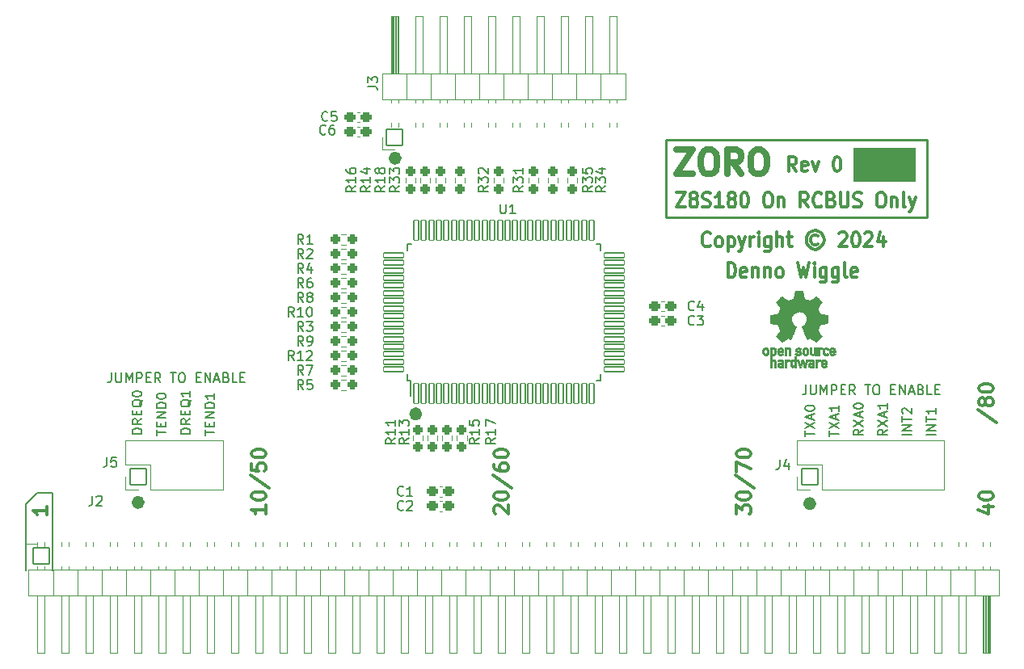
<source format=gbr>
%TF.GenerationSoftware,KiCad,Pcbnew,8.0.4*%
%TF.CreationDate,2024-07-26T11:17:42-07:00*%
%TF.ProjectId,ZORO,5a4f524f-2e6b-4696-9361-645f70636258,0*%
%TF.SameCoordinates,Original*%
%TF.FileFunction,Legend,Top*%
%TF.FilePolarity,Positive*%
%FSLAX46Y46*%
G04 Gerber Fmt 4.6, Leading zero omitted, Abs format (unit mm)*
G04 Created by KiCad (PCBNEW 8.0.4) date 2024-07-26 11:17:42*
%MOMM*%
%LPD*%
G01*
G04 APERTURE LIST*
G04 Aperture macros list*
%AMRoundRect*
0 Rectangle with rounded corners*
0 $1 Rounding radius*
0 $2 $3 $4 $5 $6 $7 $8 $9 X,Y pos of 4 corners*
0 Add a 4 corners polygon primitive as box body*
4,1,4,$2,$3,$4,$5,$6,$7,$8,$9,$2,$3,0*
0 Add four circle primitives for the rounded corners*
1,1,$1+$1,$2,$3*
1,1,$1+$1,$4,$5*
1,1,$1+$1,$6,$7*
1,1,$1+$1,$8,$9*
0 Add four rect primitives between the rounded corners*
20,1,$1+$1,$2,$3,$4,$5,0*
20,1,$1+$1,$4,$5,$6,$7,0*
20,1,$1+$1,$6,$7,$8,$9,0*
20,1,$1+$1,$8,$9,$2,$3,0*%
G04 Aperture macros list end*
%ADD10C,0.120000*%
%ADD11C,0.695000*%
%ADD12C,0.200000*%
%ADD13C,0.254000*%
%ADD14C,0.150000*%
%ADD15C,0.317500*%
%ADD16C,0.300000*%
%ADD17C,0.635000*%
%ADD18C,0.010000*%
%ADD19C,3.302000*%
%ADD20C,2.802000*%
%ADD21RoundRect,0.263000X0.263000X-0.275500X0.263000X0.275500X-0.263000X0.275500X-0.263000X-0.275500X0*%
%ADD22RoundRect,0.263000X0.275500X0.263000X-0.275500X0.263000X-0.275500X-0.263000X0.275500X-0.263000X0*%
%ADD23RoundRect,0.263000X-0.263000X0.275500X-0.263000X-0.275500X0.263000X-0.275500X0.263000X0.275500X0*%
%ADD24RoundRect,0.263000X0.325500X0.263000X-0.325500X0.263000X-0.325500X-0.263000X0.325500X-0.263000X0*%
%ADD25RoundRect,0.051000X0.850000X-0.850000X0.850000X0.850000X-0.850000X0.850000X-0.850000X-0.850000X0*%
%ADD26O,1.802000X1.802000*%
%ADD27RoundRect,0.263000X-0.325500X-0.263000X0.325500X-0.263000X0.325500X0.263000X-0.325500X0.263000X0*%
%ADD28RoundRect,0.051000X-0.850000X0.850000X-0.850000X-0.850000X0.850000X-0.850000X0.850000X0.850000X0*%
%ADD29RoundRect,0.051000X0.250000X-1.050000X0.250000X1.050000X-0.250000X1.050000X-0.250000X-1.050000X0*%
%ADD30RoundRect,0.051000X1.050000X0.250000X-1.050000X0.250000X-1.050000X-0.250000X1.050000X-0.250000X0*%
G04 APERTURE END LIST*
D10*
X86913720Y44533700D02*
X93326720Y44533700D01*
X93326720Y41089700D01*
X86913720Y41089700D01*
X86913720Y44533700D01*
G36*
X86913720Y44533700D02*
G01*
X93326720Y44533700D01*
X93326720Y41089700D01*
X86913720Y41089700D01*
X86913720Y44533700D01*
G37*
D11*
X41414220Y16649700D02*
G75*
G02*
X40719220Y16649700I-347500J0D01*
G01*
X40719220Y16649700D02*
G75*
G02*
X41414220Y16649700I347500J0D01*
G01*
X39255220Y43446700D02*
G75*
G02*
X38560220Y43446700I-347500J0D01*
G01*
X38560220Y43446700D02*
G75*
G02*
X39255220Y43446700I347500J0D01*
G01*
D12*
X2993390Y8350250D02*
X2997200Y233680D01*
X246380Y233680D02*
X242570Y7169150D01*
D11*
X82689220Y7251700D02*
G75*
G02*
X81994220Y7251700I-347500J0D01*
G01*
X81994220Y7251700D02*
G75*
G02*
X82689220Y7251700I347500J0D01*
G01*
D12*
X242570Y7169150D02*
X1423670Y8350250D01*
D11*
X12331220Y7378700D02*
G75*
G02*
X11636220Y7378700I-347500J0D01*
G01*
X11636220Y7378700D02*
G75*
G02*
X12331220Y7378700I347500J0D01*
G01*
D13*
X67292220Y45351700D02*
X94597220Y45351700D01*
X94597220Y37223700D01*
X67292220Y37223700D01*
X67292220Y45351700D01*
D12*
X1423670Y8350250D02*
X2993390Y8350250D01*
X2997200Y233680D02*
X3032760Y233680D01*
D14*
X13901539Y14430623D02*
X13901539Y15002051D01*
X14901539Y14716337D02*
X13901539Y14716337D01*
X14377729Y15335385D02*
X14377729Y15668718D01*
X14901539Y15811575D02*
X14901539Y15335385D01*
X14901539Y15335385D02*
X13901539Y15335385D01*
X13901539Y15335385D02*
X13901539Y15811575D01*
X14901539Y16240147D02*
X13901539Y16240147D01*
X13901539Y16240147D02*
X14901539Y16811575D01*
X14901539Y16811575D02*
X13901539Y16811575D01*
X14901539Y17287766D02*
X13901539Y17287766D01*
X13901539Y17287766D02*
X13901539Y17525861D01*
X13901539Y17525861D02*
X13949158Y17668718D01*
X13949158Y17668718D02*
X14044396Y17763956D01*
X14044396Y17763956D02*
X14139634Y17811575D01*
X14139634Y17811575D02*
X14330110Y17859194D01*
X14330110Y17859194D02*
X14472967Y17859194D01*
X14472967Y17859194D02*
X14663443Y17811575D01*
X14663443Y17811575D02*
X14758681Y17763956D01*
X14758681Y17763956D02*
X14853920Y17668718D01*
X14853920Y17668718D02*
X14901539Y17525861D01*
X14901539Y17525861D02*
X14901539Y17287766D01*
X13901539Y18478242D02*
X13901539Y18573480D01*
X13901539Y18573480D02*
X13949158Y18668718D01*
X13949158Y18668718D02*
X13996777Y18716337D01*
X13996777Y18716337D02*
X14092015Y18763956D01*
X14092015Y18763956D02*
X14282491Y18811575D01*
X14282491Y18811575D02*
X14520586Y18811575D01*
X14520586Y18811575D02*
X14711062Y18763956D01*
X14711062Y18763956D02*
X14806300Y18716337D01*
X14806300Y18716337D02*
X14853920Y18668718D01*
X14853920Y18668718D02*
X14901539Y18573480D01*
X14901539Y18573480D02*
X14901539Y18478242D01*
X14901539Y18478242D02*
X14853920Y18383004D01*
X14853920Y18383004D02*
X14806300Y18335385D01*
X14806300Y18335385D02*
X14711062Y18287766D01*
X14711062Y18287766D02*
X14520586Y18240147D01*
X14520586Y18240147D02*
X14282491Y18240147D01*
X14282491Y18240147D02*
X14092015Y18287766D01*
X14092015Y18287766D02*
X13996777Y18335385D01*
X13996777Y18335385D02*
X13949158Y18383004D01*
X13949158Y18383004D02*
X13901539Y18478242D01*
X95546539Y14446480D02*
X94546539Y14446480D01*
X95546539Y14922670D02*
X94546539Y14922670D01*
X94546539Y14922670D02*
X95546539Y15494098D01*
X95546539Y15494098D02*
X94546539Y15494098D01*
X94546539Y15827432D02*
X94546539Y16398860D01*
X95546539Y16113146D02*
X94546539Y16113146D01*
X95546539Y17256003D02*
X95546539Y16684575D01*
X95546539Y16970289D02*
X94546539Y16970289D01*
X94546539Y16970289D02*
X94689396Y16875051D01*
X94689396Y16875051D02*
X94784634Y16779813D01*
X94784634Y16779813D02*
X94832253Y16684575D01*
X90466539Y15017908D02*
X89990348Y14684575D01*
X90466539Y14446480D02*
X89466539Y14446480D01*
X89466539Y14446480D02*
X89466539Y14827432D01*
X89466539Y14827432D02*
X89514158Y14922670D01*
X89514158Y14922670D02*
X89561777Y14970289D01*
X89561777Y14970289D02*
X89657015Y15017908D01*
X89657015Y15017908D02*
X89799872Y15017908D01*
X89799872Y15017908D02*
X89895110Y14970289D01*
X89895110Y14970289D02*
X89942729Y14922670D01*
X89942729Y14922670D02*
X89990348Y14827432D01*
X89990348Y14827432D02*
X89990348Y14446480D01*
X89466539Y15351242D02*
X90466539Y16017908D01*
X89466539Y16017908D02*
X90466539Y15351242D01*
X90180824Y16351242D02*
X90180824Y16827432D01*
X90466539Y16256004D02*
X89466539Y16589337D01*
X89466539Y16589337D02*
X90466539Y16922670D01*
X90466539Y17779813D02*
X90466539Y17208385D01*
X90466539Y17494099D02*
X89466539Y17494099D01*
X89466539Y17494099D02*
X89609396Y17398861D01*
X89609396Y17398861D02*
X89704634Y17303623D01*
X89704634Y17303623D02*
X89752253Y17208385D01*
X84386539Y14303623D02*
X84386539Y14875051D01*
X85386539Y14589337D02*
X84386539Y14589337D01*
X84386539Y15113147D02*
X85386539Y15779813D01*
X84386539Y15779813D02*
X85386539Y15113147D01*
X85100824Y16113147D02*
X85100824Y16589337D01*
X85386539Y16017909D02*
X84386539Y16351242D01*
X84386539Y16351242D02*
X85386539Y16684575D01*
X85386539Y17541718D02*
X85386539Y16970290D01*
X85386539Y17256004D02*
X84386539Y17256004D01*
X84386539Y17256004D02*
X84529396Y17160766D01*
X84529396Y17160766D02*
X84624634Y17065528D01*
X84624634Y17065528D02*
X84672253Y16970290D01*
X87926539Y15017908D02*
X87450348Y14684575D01*
X87926539Y14446480D02*
X86926539Y14446480D01*
X86926539Y14446480D02*
X86926539Y14827432D01*
X86926539Y14827432D02*
X86974158Y14922670D01*
X86974158Y14922670D02*
X87021777Y14970289D01*
X87021777Y14970289D02*
X87117015Y15017908D01*
X87117015Y15017908D02*
X87259872Y15017908D01*
X87259872Y15017908D02*
X87355110Y14970289D01*
X87355110Y14970289D02*
X87402729Y14922670D01*
X87402729Y14922670D02*
X87450348Y14827432D01*
X87450348Y14827432D02*
X87450348Y14446480D01*
X86926539Y15351242D02*
X87926539Y16017908D01*
X86926539Y16017908D02*
X87926539Y15351242D01*
X87640824Y16351242D02*
X87640824Y16827432D01*
X87926539Y16256004D02*
X86926539Y16589337D01*
X86926539Y16589337D02*
X87926539Y16922670D01*
X86926539Y17446480D02*
X86926539Y17541718D01*
X86926539Y17541718D02*
X86974158Y17636956D01*
X86974158Y17636956D02*
X87021777Y17684575D01*
X87021777Y17684575D02*
X87117015Y17732194D01*
X87117015Y17732194D02*
X87307491Y17779813D01*
X87307491Y17779813D02*
X87545586Y17779813D01*
X87545586Y17779813D02*
X87736062Y17732194D01*
X87736062Y17732194D02*
X87831300Y17684575D01*
X87831300Y17684575D02*
X87878920Y17636956D01*
X87878920Y17636956D02*
X87926539Y17541718D01*
X87926539Y17541718D02*
X87926539Y17446480D01*
X87926539Y17446480D02*
X87878920Y17351242D01*
X87878920Y17351242D02*
X87831300Y17303623D01*
X87831300Y17303623D02*
X87736062Y17256004D01*
X87736062Y17256004D02*
X87545586Y17208385D01*
X87545586Y17208385D02*
X87307491Y17208385D01*
X87307491Y17208385D02*
X87117015Y17256004D01*
X87117015Y17256004D02*
X87021777Y17303623D01*
X87021777Y17303623D02*
X86974158Y17351242D01*
X86974158Y17351242D02*
X86926539Y17446480D01*
D15*
X73777320Y30947179D02*
X73777320Y32471179D01*
X73777320Y32471179D02*
X74109939Y32471179D01*
X74109939Y32471179D02*
X74309510Y32398608D01*
X74309510Y32398608D02*
X74442558Y32253465D01*
X74442558Y32253465D02*
X74509081Y32108322D01*
X74509081Y32108322D02*
X74575605Y31818036D01*
X74575605Y31818036D02*
X74575605Y31600322D01*
X74575605Y31600322D02*
X74509081Y31310036D01*
X74509081Y31310036D02*
X74442558Y31164893D01*
X74442558Y31164893D02*
X74309510Y31019750D01*
X74309510Y31019750D02*
X74109939Y30947179D01*
X74109939Y30947179D02*
X73777320Y30947179D01*
X75706510Y31019750D02*
X75573462Y30947179D01*
X75573462Y30947179D02*
X75307367Y30947179D01*
X75307367Y30947179D02*
X75174320Y31019750D01*
X75174320Y31019750D02*
X75107796Y31164893D01*
X75107796Y31164893D02*
X75107796Y31745465D01*
X75107796Y31745465D02*
X75174320Y31890608D01*
X75174320Y31890608D02*
X75307367Y31963179D01*
X75307367Y31963179D02*
X75573462Y31963179D01*
X75573462Y31963179D02*
X75706510Y31890608D01*
X75706510Y31890608D02*
X75773034Y31745465D01*
X75773034Y31745465D02*
X75773034Y31600322D01*
X75773034Y31600322D02*
X75107796Y31455179D01*
X76371749Y31963179D02*
X76371749Y30947179D01*
X76371749Y31818036D02*
X76438272Y31890608D01*
X76438272Y31890608D02*
X76571320Y31963179D01*
X76571320Y31963179D02*
X76770891Y31963179D01*
X76770891Y31963179D02*
X76903939Y31890608D01*
X76903939Y31890608D02*
X76970463Y31745465D01*
X76970463Y31745465D02*
X76970463Y30947179D01*
X77635701Y31963179D02*
X77635701Y30947179D01*
X77635701Y31818036D02*
X77702224Y31890608D01*
X77702224Y31890608D02*
X77835272Y31963179D01*
X77835272Y31963179D02*
X78034843Y31963179D01*
X78034843Y31963179D02*
X78167891Y31890608D01*
X78167891Y31890608D02*
X78234415Y31745465D01*
X78234415Y31745465D02*
X78234415Y30947179D01*
X79099224Y30947179D02*
X78966176Y31019750D01*
X78966176Y31019750D02*
X78899653Y31092322D01*
X78899653Y31092322D02*
X78833129Y31237465D01*
X78833129Y31237465D02*
X78833129Y31672893D01*
X78833129Y31672893D02*
X78899653Y31818036D01*
X78899653Y31818036D02*
X78966176Y31890608D01*
X78966176Y31890608D02*
X79099224Y31963179D01*
X79099224Y31963179D02*
X79298795Y31963179D01*
X79298795Y31963179D02*
X79431843Y31890608D01*
X79431843Y31890608D02*
X79498367Y31818036D01*
X79498367Y31818036D02*
X79564891Y31672893D01*
X79564891Y31672893D02*
X79564891Y31237465D01*
X79564891Y31237465D02*
X79498367Y31092322D01*
X79498367Y31092322D02*
X79431843Y31019750D01*
X79431843Y31019750D02*
X79298795Y30947179D01*
X79298795Y30947179D02*
X79099224Y30947179D01*
X81094938Y32471179D02*
X81427557Y30947179D01*
X81427557Y30947179D02*
X81693652Y32035750D01*
X81693652Y32035750D02*
X81959747Y30947179D01*
X81959747Y30947179D02*
X82292367Y32471179D01*
X82824557Y30947179D02*
X82824557Y31963179D01*
X82824557Y32471179D02*
X82758033Y32398608D01*
X82758033Y32398608D02*
X82824557Y32326036D01*
X82824557Y32326036D02*
X82891080Y32398608D01*
X82891080Y32398608D02*
X82824557Y32471179D01*
X82824557Y32471179D02*
X82824557Y32326036D01*
X84088509Y31963179D02*
X84088509Y30729465D01*
X84088509Y30729465D02*
X84021985Y30584322D01*
X84021985Y30584322D02*
X83955461Y30511750D01*
X83955461Y30511750D02*
X83822414Y30439179D01*
X83822414Y30439179D02*
X83622842Y30439179D01*
X83622842Y30439179D02*
X83489795Y30511750D01*
X84088509Y31019750D02*
X83955461Y30947179D01*
X83955461Y30947179D02*
X83689366Y30947179D01*
X83689366Y30947179D02*
X83556318Y31019750D01*
X83556318Y31019750D02*
X83489795Y31092322D01*
X83489795Y31092322D02*
X83423271Y31237465D01*
X83423271Y31237465D02*
X83423271Y31672893D01*
X83423271Y31672893D02*
X83489795Y31818036D01*
X83489795Y31818036D02*
X83556318Y31890608D01*
X83556318Y31890608D02*
X83689366Y31963179D01*
X83689366Y31963179D02*
X83955461Y31963179D01*
X83955461Y31963179D02*
X84088509Y31890608D01*
X85352461Y31963179D02*
X85352461Y30729465D01*
X85352461Y30729465D02*
X85285937Y30584322D01*
X85285937Y30584322D02*
X85219413Y30511750D01*
X85219413Y30511750D02*
X85086366Y30439179D01*
X85086366Y30439179D02*
X84886794Y30439179D01*
X84886794Y30439179D02*
X84753747Y30511750D01*
X85352461Y31019750D02*
X85219413Y30947179D01*
X85219413Y30947179D02*
X84953318Y30947179D01*
X84953318Y30947179D02*
X84820270Y31019750D01*
X84820270Y31019750D02*
X84753747Y31092322D01*
X84753747Y31092322D02*
X84687223Y31237465D01*
X84687223Y31237465D02*
X84687223Y31672893D01*
X84687223Y31672893D02*
X84753747Y31818036D01*
X84753747Y31818036D02*
X84820270Y31890608D01*
X84820270Y31890608D02*
X84953318Y31963179D01*
X84953318Y31963179D02*
X85219413Y31963179D01*
X85219413Y31963179D02*
X85352461Y31890608D01*
X86217270Y30947179D02*
X86084222Y31019750D01*
X86084222Y31019750D02*
X86017699Y31164893D01*
X86017699Y31164893D02*
X86017699Y32471179D01*
X87281651Y31019750D02*
X87148603Y30947179D01*
X87148603Y30947179D02*
X86882508Y30947179D01*
X86882508Y30947179D02*
X86749461Y31019750D01*
X86749461Y31019750D02*
X86682937Y31164893D01*
X86682937Y31164893D02*
X86682937Y31745465D01*
X86682937Y31745465D02*
X86749461Y31890608D01*
X86749461Y31890608D02*
X86882508Y31963179D01*
X86882508Y31963179D02*
X87148603Y31963179D01*
X87148603Y31963179D02*
X87281651Y31890608D01*
X87281651Y31890608D02*
X87348175Y31745465D01*
X87348175Y31745465D02*
X87348175Y31600322D01*
X87348175Y31600322D02*
X86682937Y31455179D01*
D16*
X25373548Y7067926D02*
X25373548Y6210783D01*
X25373548Y6639354D02*
X23873548Y6639354D01*
X23873548Y6639354D02*
X24087834Y6496497D01*
X24087834Y6496497D02*
X24230691Y6353640D01*
X24230691Y6353640D02*
X24302120Y6210783D01*
X23873548Y7996497D02*
X23873548Y8139354D01*
X23873548Y8139354D02*
X23944977Y8282211D01*
X23944977Y8282211D02*
X24016405Y8353639D01*
X24016405Y8353639D02*
X24159262Y8425068D01*
X24159262Y8425068D02*
X24444977Y8496497D01*
X24444977Y8496497D02*
X24802120Y8496497D01*
X24802120Y8496497D02*
X25087834Y8425068D01*
X25087834Y8425068D02*
X25230691Y8353639D01*
X25230691Y8353639D02*
X25302120Y8282211D01*
X25302120Y8282211D02*
X25373548Y8139354D01*
X25373548Y8139354D02*
X25373548Y7996497D01*
X25373548Y7996497D02*
X25302120Y7853639D01*
X25302120Y7853639D02*
X25230691Y7782211D01*
X25230691Y7782211D02*
X25087834Y7710782D01*
X25087834Y7710782D02*
X24802120Y7639354D01*
X24802120Y7639354D02*
X24444977Y7639354D01*
X24444977Y7639354D02*
X24159262Y7710782D01*
X24159262Y7710782D02*
X24016405Y7782211D01*
X24016405Y7782211D02*
X23944977Y7853639D01*
X23944977Y7853639D02*
X23873548Y7996497D01*
X23802120Y10210782D02*
X25730691Y8925068D01*
X23873548Y11425068D02*
X23873548Y10710782D01*
X23873548Y10710782D02*
X24587834Y10639354D01*
X24587834Y10639354D02*
X24516405Y10710782D01*
X24516405Y10710782D02*
X24444977Y10853639D01*
X24444977Y10853639D02*
X24444977Y11210782D01*
X24444977Y11210782D02*
X24516405Y11353639D01*
X24516405Y11353639D02*
X24587834Y11425068D01*
X24587834Y11425068D02*
X24730691Y11496497D01*
X24730691Y11496497D02*
X25087834Y11496497D01*
X25087834Y11496497D02*
X25230691Y11425068D01*
X25230691Y11425068D02*
X25302120Y11353639D01*
X25302120Y11353639D02*
X25373548Y11210782D01*
X25373548Y11210782D02*
X25373548Y10853639D01*
X25373548Y10853639D02*
X25302120Y10710782D01*
X25302120Y10710782D02*
X25230691Y10639354D01*
X23873548Y12425068D02*
X23873548Y12567925D01*
X23873548Y12567925D02*
X23944977Y12710782D01*
X23944977Y12710782D02*
X24016405Y12782210D01*
X24016405Y12782210D02*
X24159262Y12853639D01*
X24159262Y12853639D02*
X24444977Y12925068D01*
X24444977Y12925068D02*
X24802120Y12925068D01*
X24802120Y12925068D02*
X25087834Y12853639D01*
X25087834Y12853639D02*
X25230691Y12782210D01*
X25230691Y12782210D02*
X25302120Y12710782D01*
X25302120Y12710782D02*
X25373548Y12567925D01*
X25373548Y12567925D02*
X25373548Y12425068D01*
X25373548Y12425068D02*
X25302120Y12282210D01*
X25302120Y12282210D02*
X25230691Y12210782D01*
X25230691Y12210782D02*
X25087834Y12139353D01*
X25087834Y12139353D02*
X24802120Y12067925D01*
X24802120Y12067925D02*
X24444977Y12067925D01*
X24444977Y12067925D02*
X24159262Y12139353D01*
X24159262Y12139353D02*
X24016405Y12210782D01*
X24016405Y12210782D02*
X23944977Y12282210D01*
X23944977Y12282210D02*
X23873548Y12425068D01*
D14*
X93006539Y14446480D02*
X92006539Y14446480D01*
X93006539Y14922670D02*
X92006539Y14922670D01*
X92006539Y14922670D02*
X93006539Y15494098D01*
X93006539Y15494098D02*
X92006539Y15494098D01*
X92006539Y15827432D02*
X92006539Y16398860D01*
X93006539Y16113146D02*
X92006539Y16113146D01*
X92101777Y16684575D02*
X92054158Y16732194D01*
X92054158Y16732194D02*
X92006539Y16827432D01*
X92006539Y16827432D02*
X92006539Y17065527D01*
X92006539Y17065527D02*
X92054158Y17160765D01*
X92054158Y17160765D02*
X92101777Y17208384D01*
X92101777Y17208384D02*
X92197015Y17256003D01*
X92197015Y17256003D02*
X92292253Y17256003D01*
X92292253Y17256003D02*
X92435110Y17208384D01*
X92435110Y17208384D02*
X93006539Y16636956D01*
X93006539Y16636956D02*
X93006539Y17256003D01*
D16*
X49416405Y6210783D02*
X49344977Y6282211D01*
X49344977Y6282211D02*
X49273548Y6425068D01*
X49273548Y6425068D02*
X49273548Y6782211D01*
X49273548Y6782211D02*
X49344977Y6925068D01*
X49344977Y6925068D02*
X49416405Y6996497D01*
X49416405Y6996497D02*
X49559262Y7067926D01*
X49559262Y7067926D02*
X49702120Y7067926D01*
X49702120Y7067926D02*
X49916405Y6996497D01*
X49916405Y6996497D02*
X50773548Y6139354D01*
X50773548Y6139354D02*
X50773548Y7067926D01*
X49273548Y7996497D02*
X49273548Y8139354D01*
X49273548Y8139354D02*
X49344977Y8282211D01*
X49344977Y8282211D02*
X49416405Y8353639D01*
X49416405Y8353639D02*
X49559262Y8425068D01*
X49559262Y8425068D02*
X49844977Y8496497D01*
X49844977Y8496497D02*
X50202120Y8496497D01*
X50202120Y8496497D02*
X50487834Y8425068D01*
X50487834Y8425068D02*
X50630691Y8353639D01*
X50630691Y8353639D02*
X50702120Y8282211D01*
X50702120Y8282211D02*
X50773548Y8139354D01*
X50773548Y8139354D02*
X50773548Y7996497D01*
X50773548Y7996497D02*
X50702120Y7853639D01*
X50702120Y7853639D02*
X50630691Y7782211D01*
X50630691Y7782211D02*
X50487834Y7710782D01*
X50487834Y7710782D02*
X50202120Y7639354D01*
X50202120Y7639354D02*
X49844977Y7639354D01*
X49844977Y7639354D02*
X49559262Y7710782D01*
X49559262Y7710782D02*
X49416405Y7782211D01*
X49416405Y7782211D02*
X49344977Y7853639D01*
X49344977Y7853639D02*
X49273548Y7996497D01*
X49202120Y10210782D02*
X51130691Y8925068D01*
X49273548Y11353639D02*
X49273548Y11067925D01*
X49273548Y11067925D02*
X49344977Y10925068D01*
X49344977Y10925068D02*
X49416405Y10853639D01*
X49416405Y10853639D02*
X49630691Y10710782D01*
X49630691Y10710782D02*
X49916405Y10639354D01*
X49916405Y10639354D02*
X50487834Y10639354D01*
X50487834Y10639354D02*
X50630691Y10710782D01*
X50630691Y10710782D02*
X50702120Y10782211D01*
X50702120Y10782211D02*
X50773548Y10925068D01*
X50773548Y10925068D02*
X50773548Y11210782D01*
X50773548Y11210782D02*
X50702120Y11353639D01*
X50702120Y11353639D02*
X50630691Y11425068D01*
X50630691Y11425068D02*
X50487834Y11496497D01*
X50487834Y11496497D02*
X50130691Y11496497D01*
X50130691Y11496497D02*
X49987834Y11425068D01*
X49987834Y11425068D02*
X49916405Y11353639D01*
X49916405Y11353639D02*
X49844977Y11210782D01*
X49844977Y11210782D02*
X49844977Y10925068D01*
X49844977Y10925068D02*
X49916405Y10782211D01*
X49916405Y10782211D02*
X49987834Y10710782D01*
X49987834Y10710782D02*
X50130691Y10639354D01*
X49273548Y12425068D02*
X49273548Y12567925D01*
X49273548Y12567925D02*
X49344977Y12710782D01*
X49344977Y12710782D02*
X49416405Y12782210D01*
X49416405Y12782210D02*
X49559262Y12853639D01*
X49559262Y12853639D02*
X49844977Y12925068D01*
X49844977Y12925068D02*
X50202120Y12925068D01*
X50202120Y12925068D02*
X50487834Y12853639D01*
X50487834Y12853639D02*
X50630691Y12782210D01*
X50630691Y12782210D02*
X50702120Y12710782D01*
X50702120Y12710782D02*
X50773548Y12567925D01*
X50773548Y12567925D02*
X50773548Y12425068D01*
X50773548Y12425068D02*
X50702120Y12282210D01*
X50702120Y12282210D02*
X50630691Y12210782D01*
X50630691Y12210782D02*
X50487834Y12139353D01*
X50487834Y12139353D02*
X50202120Y12067925D01*
X50202120Y12067925D02*
X49844977Y12067925D01*
X49844977Y12067925D02*
X49559262Y12139353D01*
X49559262Y12139353D02*
X49416405Y12210782D01*
X49416405Y12210782D02*
X49344977Y12282210D01*
X49344977Y12282210D02*
X49273548Y12425068D01*
D14*
X18981539Y14430623D02*
X18981539Y15002051D01*
X19981539Y14716337D02*
X18981539Y14716337D01*
X19457729Y15335385D02*
X19457729Y15668718D01*
X19981539Y15811575D02*
X19981539Y15335385D01*
X19981539Y15335385D02*
X18981539Y15335385D01*
X18981539Y15335385D02*
X18981539Y15811575D01*
X19981539Y16240147D02*
X18981539Y16240147D01*
X18981539Y16240147D02*
X19981539Y16811575D01*
X19981539Y16811575D02*
X18981539Y16811575D01*
X19981539Y17287766D02*
X18981539Y17287766D01*
X18981539Y17287766D02*
X18981539Y17525861D01*
X18981539Y17525861D02*
X19029158Y17668718D01*
X19029158Y17668718D02*
X19124396Y17763956D01*
X19124396Y17763956D02*
X19219634Y17811575D01*
X19219634Y17811575D02*
X19410110Y17859194D01*
X19410110Y17859194D02*
X19552967Y17859194D01*
X19552967Y17859194D02*
X19743443Y17811575D01*
X19743443Y17811575D02*
X19838681Y17763956D01*
X19838681Y17763956D02*
X19933920Y17668718D01*
X19933920Y17668718D02*
X19981539Y17525861D01*
X19981539Y17525861D02*
X19981539Y17287766D01*
X19981539Y18811575D02*
X19981539Y18240147D01*
X19981539Y18525861D02*
X18981539Y18525861D01*
X18981539Y18525861D02*
X19124396Y18430623D01*
X19124396Y18430623D02*
X19219634Y18335385D01*
X19219634Y18335385D02*
X19267253Y18240147D01*
D16*
X74673548Y6139354D02*
X74673548Y7067926D01*
X74673548Y7067926D02*
X75244977Y6567926D01*
X75244977Y6567926D02*
X75244977Y6782211D01*
X75244977Y6782211D02*
X75316405Y6925068D01*
X75316405Y6925068D02*
X75387834Y6996497D01*
X75387834Y6996497D02*
X75530691Y7067926D01*
X75530691Y7067926D02*
X75887834Y7067926D01*
X75887834Y7067926D02*
X76030691Y6996497D01*
X76030691Y6996497D02*
X76102120Y6925068D01*
X76102120Y6925068D02*
X76173548Y6782211D01*
X76173548Y6782211D02*
X76173548Y6353640D01*
X76173548Y6353640D02*
X76102120Y6210783D01*
X76102120Y6210783D02*
X76030691Y6139354D01*
X74673548Y7996497D02*
X74673548Y8139354D01*
X74673548Y8139354D02*
X74744977Y8282211D01*
X74744977Y8282211D02*
X74816405Y8353639D01*
X74816405Y8353639D02*
X74959262Y8425068D01*
X74959262Y8425068D02*
X75244977Y8496497D01*
X75244977Y8496497D02*
X75602120Y8496497D01*
X75602120Y8496497D02*
X75887834Y8425068D01*
X75887834Y8425068D02*
X76030691Y8353639D01*
X76030691Y8353639D02*
X76102120Y8282211D01*
X76102120Y8282211D02*
X76173548Y8139354D01*
X76173548Y8139354D02*
X76173548Y7996497D01*
X76173548Y7996497D02*
X76102120Y7853639D01*
X76102120Y7853639D02*
X76030691Y7782211D01*
X76030691Y7782211D02*
X75887834Y7710782D01*
X75887834Y7710782D02*
X75602120Y7639354D01*
X75602120Y7639354D02*
X75244977Y7639354D01*
X75244977Y7639354D02*
X74959262Y7710782D01*
X74959262Y7710782D02*
X74816405Y7782211D01*
X74816405Y7782211D02*
X74744977Y7853639D01*
X74744977Y7853639D02*
X74673548Y7996497D01*
X74602120Y10210782D02*
X76530691Y8925068D01*
X74673548Y10567925D02*
X74673548Y11567925D01*
X74673548Y11567925D02*
X76173548Y10925068D01*
X74673548Y12425068D02*
X74673548Y12567925D01*
X74673548Y12567925D02*
X74744977Y12710782D01*
X74744977Y12710782D02*
X74816405Y12782210D01*
X74816405Y12782210D02*
X74959262Y12853639D01*
X74959262Y12853639D02*
X75244977Y12925068D01*
X75244977Y12925068D02*
X75602120Y12925068D01*
X75602120Y12925068D02*
X75887834Y12853639D01*
X75887834Y12853639D02*
X76030691Y12782210D01*
X76030691Y12782210D02*
X76102120Y12710782D01*
X76102120Y12710782D02*
X76173548Y12567925D01*
X76173548Y12567925D02*
X76173548Y12425068D01*
X76173548Y12425068D02*
X76102120Y12282210D01*
X76102120Y12282210D02*
X76030691Y12210782D01*
X76030691Y12210782D02*
X75887834Y12139353D01*
X75887834Y12139353D02*
X75602120Y12067925D01*
X75602120Y12067925D02*
X75244977Y12067925D01*
X75244977Y12067925D02*
X74959262Y12139353D01*
X74959262Y12139353D02*
X74816405Y12210782D01*
X74816405Y12210782D02*
X74744977Y12282210D01*
X74744977Y12282210D02*
X74673548Y12425068D01*
D14*
X81846539Y14303623D02*
X81846539Y14875051D01*
X82846539Y14589337D02*
X81846539Y14589337D01*
X81846539Y15113147D02*
X82846539Y15779813D01*
X81846539Y15779813D02*
X82846539Y15113147D01*
X82560824Y16113147D02*
X82560824Y16589337D01*
X82846539Y16017909D02*
X81846539Y16351242D01*
X81846539Y16351242D02*
X82846539Y16684575D01*
X81846539Y17208385D02*
X81846539Y17303623D01*
X81846539Y17303623D02*
X81894158Y17398861D01*
X81894158Y17398861D02*
X81941777Y17446480D01*
X81941777Y17446480D02*
X82037015Y17494099D01*
X82037015Y17494099D02*
X82227491Y17541718D01*
X82227491Y17541718D02*
X82465586Y17541718D01*
X82465586Y17541718D02*
X82656062Y17494099D01*
X82656062Y17494099D02*
X82751300Y17446480D01*
X82751300Y17446480D02*
X82798920Y17398861D01*
X82798920Y17398861D02*
X82846539Y17303623D01*
X82846539Y17303623D02*
X82846539Y17208385D01*
X82846539Y17208385D02*
X82798920Y17113147D01*
X82798920Y17113147D02*
X82751300Y17065528D01*
X82751300Y17065528D02*
X82656062Y17017909D01*
X82656062Y17017909D02*
X82465586Y16970290D01*
X82465586Y16970290D02*
X82227491Y16970290D01*
X82227491Y16970290D02*
X82037015Y17017909D01*
X82037015Y17017909D02*
X81941777Y17065528D01*
X81941777Y17065528D02*
X81894158Y17113147D01*
X81894158Y17113147D02*
X81846539Y17208385D01*
X81948213Y19684881D02*
X81948213Y18970596D01*
X81948213Y18970596D02*
X81900594Y18827739D01*
X81900594Y18827739D02*
X81805356Y18732500D01*
X81805356Y18732500D02*
X81662499Y18684881D01*
X81662499Y18684881D02*
X81567261Y18684881D01*
X82424404Y19684881D02*
X82424404Y18875358D01*
X82424404Y18875358D02*
X82472023Y18780120D01*
X82472023Y18780120D02*
X82519642Y18732500D01*
X82519642Y18732500D02*
X82614880Y18684881D01*
X82614880Y18684881D02*
X82805356Y18684881D01*
X82805356Y18684881D02*
X82900594Y18732500D01*
X82900594Y18732500D02*
X82948213Y18780120D01*
X82948213Y18780120D02*
X82995832Y18875358D01*
X82995832Y18875358D02*
X82995832Y19684881D01*
X83472023Y18684881D02*
X83472023Y19684881D01*
X83472023Y19684881D02*
X83805356Y18970596D01*
X83805356Y18970596D02*
X84138689Y19684881D01*
X84138689Y19684881D02*
X84138689Y18684881D01*
X84614880Y18684881D02*
X84614880Y19684881D01*
X84614880Y19684881D02*
X84995832Y19684881D01*
X84995832Y19684881D02*
X85091070Y19637262D01*
X85091070Y19637262D02*
X85138689Y19589643D01*
X85138689Y19589643D02*
X85186308Y19494405D01*
X85186308Y19494405D02*
X85186308Y19351548D01*
X85186308Y19351548D02*
X85138689Y19256310D01*
X85138689Y19256310D02*
X85091070Y19208691D01*
X85091070Y19208691D02*
X84995832Y19161072D01*
X84995832Y19161072D02*
X84614880Y19161072D01*
X85614880Y19208691D02*
X85948213Y19208691D01*
X86091070Y18684881D02*
X85614880Y18684881D01*
X85614880Y18684881D02*
X85614880Y19684881D01*
X85614880Y19684881D02*
X86091070Y19684881D01*
X87091070Y18684881D02*
X86757737Y19161072D01*
X86519642Y18684881D02*
X86519642Y19684881D01*
X86519642Y19684881D02*
X86900594Y19684881D01*
X86900594Y19684881D02*
X86995832Y19637262D01*
X86995832Y19637262D02*
X87043451Y19589643D01*
X87043451Y19589643D02*
X87091070Y19494405D01*
X87091070Y19494405D02*
X87091070Y19351548D01*
X87091070Y19351548D02*
X87043451Y19256310D01*
X87043451Y19256310D02*
X86995832Y19208691D01*
X86995832Y19208691D02*
X86900594Y19161072D01*
X86900594Y19161072D02*
X86519642Y19161072D01*
X88138690Y19684881D02*
X88710118Y19684881D01*
X88424404Y18684881D02*
X88424404Y19684881D01*
X89233928Y19684881D02*
X89424404Y19684881D01*
X89424404Y19684881D02*
X89519642Y19637262D01*
X89519642Y19637262D02*
X89614880Y19542024D01*
X89614880Y19542024D02*
X89662499Y19351548D01*
X89662499Y19351548D02*
X89662499Y19018215D01*
X89662499Y19018215D02*
X89614880Y18827739D01*
X89614880Y18827739D02*
X89519642Y18732500D01*
X89519642Y18732500D02*
X89424404Y18684881D01*
X89424404Y18684881D02*
X89233928Y18684881D01*
X89233928Y18684881D02*
X89138690Y18732500D01*
X89138690Y18732500D02*
X89043452Y18827739D01*
X89043452Y18827739D02*
X88995833Y19018215D01*
X88995833Y19018215D02*
X88995833Y19351548D01*
X88995833Y19351548D02*
X89043452Y19542024D01*
X89043452Y19542024D02*
X89138690Y19637262D01*
X89138690Y19637262D02*
X89233928Y19684881D01*
X90852976Y19208691D02*
X91186309Y19208691D01*
X91329166Y18684881D02*
X90852976Y18684881D01*
X90852976Y18684881D02*
X90852976Y19684881D01*
X90852976Y19684881D02*
X91329166Y19684881D01*
X91757738Y18684881D02*
X91757738Y19684881D01*
X91757738Y19684881D02*
X92329166Y18684881D01*
X92329166Y18684881D02*
X92329166Y19684881D01*
X92757738Y18970596D02*
X93233928Y18970596D01*
X92662500Y18684881D02*
X92995833Y19684881D01*
X92995833Y19684881D02*
X93329166Y18684881D01*
X93995833Y19208691D02*
X94138690Y19161072D01*
X94138690Y19161072D02*
X94186309Y19113453D01*
X94186309Y19113453D02*
X94233928Y19018215D01*
X94233928Y19018215D02*
X94233928Y18875358D01*
X94233928Y18875358D02*
X94186309Y18780120D01*
X94186309Y18780120D02*
X94138690Y18732500D01*
X94138690Y18732500D02*
X94043452Y18684881D01*
X94043452Y18684881D02*
X93662500Y18684881D01*
X93662500Y18684881D02*
X93662500Y19684881D01*
X93662500Y19684881D02*
X93995833Y19684881D01*
X93995833Y19684881D02*
X94091071Y19637262D01*
X94091071Y19637262D02*
X94138690Y19589643D01*
X94138690Y19589643D02*
X94186309Y19494405D01*
X94186309Y19494405D02*
X94186309Y19399167D01*
X94186309Y19399167D02*
X94138690Y19303929D01*
X94138690Y19303929D02*
X94091071Y19256310D01*
X94091071Y19256310D02*
X93995833Y19208691D01*
X93995833Y19208691D02*
X93662500Y19208691D01*
X95138690Y18684881D02*
X94662500Y18684881D01*
X94662500Y18684881D02*
X94662500Y19684881D01*
X95472024Y19208691D02*
X95805357Y19208691D01*
X95948214Y18684881D02*
X95472024Y18684881D01*
X95472024Y18684881D02*
X95472024Y19684881D01*
X95472024Y19684881D02*
X95948214Y19684881D01*
D16*
X2451248Y6943673D02*
X2451248Y6086530D01*
X2451248Y6515101D02*
X951248Y6515101D01*
X951248Y6515101D02*
X1165534Y6372244D01*
X1165534Y6372244D02*
X1308391Y6229387D01*
X1308391Y6229387D02*
X1379820Y6086530D01*
X100573548Y6925068D02*
X101573548Y6925068D01*
X100002120Y6567926D02*
X101073548Y6210783D01*
X101073548Y6210783D02*
X101073548Y7139354D01*
X100073548Y7996497D02*
X100073548Y8139354D01*
X100073548Y8139354D02*
X100144977Y8282211D01*
X100144977Y8282211D02*
X100216405Y8353639D01*
X100216405Y8353639D02*
X100359262Y8425068D01*
X100359262Y8425068D02*
X100644977Y8496497D01*
X100644977Y8496497D02*
X101002120Y8496497D01*
X101002120Y8496497D02*
X101287834Y8425068D01*
X101287834Y8425068D02*
X101430691Y8353639D01*
X101430691Y8353639D02*
X101502120Y8282211D01*
X101502120Y8282211D02*
X101573548Y8139354D01*
X101573548Y8139354D02*
X101573548Y7996497D01*
X101573548Y7996497D02*
X101502120Y7853639D01*
X101502120Y7853639D02*
X101430691Y7782211D01*
X101430691Y7782211D02*
X101287834Y7710782D01*
X101287834Y7710782D02*
X101002120Y7639354D01*
X101002120Y7639354D02*
X100644977Y7639354D01*
X100644977Y7639354D02*
X100359262Y7710782D01*
X100359262Y7710782D02*
X100216405Y7782211D01*
X100216405Y7782211D02*
X100144977Y7853639D01*
X100144977Y7853639D02*
X100073548Y7996497D01*
X100002120Y17067924D02*
X101930691Y15782210D01*
X100716405Y17782210D02*
X100644977Y17639353D01*
X100644977Y17639353D02*
X100573548Y17567924D01*
X100573548Y17567924D02*
X100430691Y17496496D01*
X100430691Y17496496D02*
X100359262Y17496496D01*
X100359262Y17496496D02*
X100216405Y17567924D01*
X100216405Y17567924D02*
X100144977Y17639353D01*
X100144977Y17639353D02*
X100073548Y17782210D01*
X100073548Y17782210D02*
X100073548Y18067924D01*
X100073548Y18067924D02*
X100144977Y18210781D01*
X100144977Y18210781D02*
X100216405Y18282210D01*
X100216405Y18282210D02*
X100359262Y18353639D01*
X100359262Y18353639D02*
X100430691Y18353639D01*
X100430691Y18353639D02*
X100573548Y18282210D01*
X100573548Y18282210D02*
X100644977Y18210781D01*
X100644977Y18210781D02*
X100716405Y18067924D01*
X100716405Y18067924D02*
X100716405Y17782210D01*
X100716405Y17782210D02*
X100787834Y17639353D01*
X100787834Y17639353D02*
X100859262Y17567924D01*
X100859262Y17567924D02*
X101002120Y17496496D01*
X101002120Y17496496D02*
X101287834Y17496496D01*
X101287834Y17496496D02*
X101430691Y17567924D01*
X101430691Y17567924D02*
X101502120Y17639353D01*
X101502120Y17639353D02*
X101573548Y17782210D01*
X101573548Y17782210D02*
X101573548Y18067924D01*
X101573548Y18067924D02*
X101502120Y18210781D01*
X101502120Y18210781D02*
X101430691Y18282210D01*
X101430691Y18282210D02*
X101287834Y18353639D01*
X101287834Y18353639D02*
X101002120Y18353639D01*
X101002120Y18353639D02*
X100859262Y18282210D01*
X100859262Y18282210D02*
X100787834Y18210781D01*
X100787834Y18210781D02*
X100716405Y18067924D01*
X100073548Y19282210D02*
X100073548Y19425067D01*
X100073548Y19425067D02*
X100144977Y19567924D01*
X100144977Y19567924D02*
X100216405Y19639352D01*
X100216405Y19639352D02*
X100359262Y19710781D01*
X100359262Y19710781D02*
X100644977Y19782210D01*
X100644977Y19782210D02*
X101002120Y19782210D01*
X101002120Y19782210D02*
X101287834Y19710781D01*
X101287834Y19710781D02*
X101430691Y19639352D01*
X101430691Y19639352D02*
X101502120Y19567924D01*
X101502120Y19567924D02*
X101573548Y19425067D01*
X101573548Y19425067D02*
X101573548Y19282210D01*
X101573548Y19282210D02*
X101502120Y19139352D01*
X101502120Y19139352D02*
X101430691Y19067924D01*
X101430691Y19067924D02*
X101287834Y18996495D01*
X101287834Y18996495D02*
X101002120Y18925067D01*
X101002120Y18925067D02*
X100644977Y18925067D01*
X100644977Y18925067D02*
X100359262Y18996495D01*
X100359262Y18996495D02*
X100216405Y19067924D01*
X100216405Y19067924D02*
X100144977Y19139352D01*
X100144977Y19139352D02*
X100073548Y19282210D01*
D15*
X68399172Y39837179D02*
X69330505Y39837179D01*
X69330505Y39837179D02*
X68399172Y38313179D01*
X68399172Y38313179D02*
X69330505Y38313179D01*
X70062267Y39184036D02*
X69929219Y39256608D01*
X69929219Y39256608D02*
X69862696Y39329179D01*
X69862696Y39329179D02*
X69796172Y39474322D01*
X69796172Y39474322D02*
X69796172Y39546893D01*
X69796172Y39546893D02*
X69862696Y39692036D01*
X69862696Y39692036D02*
X69929219Y39764608D01*
X69929219Y39764608D02*
X70062267Y39837179D01*
X70062267Y39837179D02*
X70328362Y39837179D01*
X70328362Y39837179D02*
X70461410Y39764608D01*
X70461410Y39764608D02*
X70527934Y39692036D01*
X70527934Y39692036D02*
X70594457Y39546893D01*
X70594457Y39546893D02*
X70594457Y39474322D01*
X70594457Y39474322D02*
X70527934Y39329179D01*
X70527934Y39329179D02*
X70461410Y39256608D01*
X70461410Y39256608D02*
X70328362Y39184036D01*
X70328362Y39184036D02*
X70062267Y39184036D01*
X70062267Y39184036D02*
X69929219Y39111465D01*
X69929219Y39111465D02*
X69862696Y39038893D01*
X69862696Y39038893D02*
X69796172Y38893750D01*
X69796172Y38893750D02*
X69796172Y38603465D01*
X69796172Y38603465D02*
X69862696Y38458322D01*
X69862696Y38458322D02*
X69929219Y38385750D01*
X69929219Y38385750D02*
X70062267Y38313179D01*
X70062267Y38313179D02*
X70328362Y38313179D01*
X70328362Y38313179D02*
X70461410Y38385750D01*
X70461410Y38385750D02*
X70527934Y38458322D01*
X70527934Y38458322D02*
X70594457Y38603465D01*
X70594457Y38603465D02*
X70594457Y38893750D01*
X70594457Y38893750D02*
X70527934Y39038893D01*
X70527934Y39038893D02*
X70461410Y39111465D01*
X70461410Y39111465D02*
X70328362Y39184036D01*
X71126648Y38385750D02*
X71326219Y38313179D01*
X71326219Y38313179D02*
X71658838Y38313179D01*
X71658838Y38313179D02*
X71791886Y38385750D01*
X71791886Y38385750D02*
X71858410Y38458322D01*
X71858410Y38458322D02*
X71924933Y38603465D01*
X71924933Y38603465D02*
X71924933Y38748608D01*
X71924933Y38748608D02*
X71858410Y38893750D01*
X71858410Y38893750D02*
X71791886Y38966322D01*
X71791886Y38966322D02*
X71658838Y39038893D01*
X71658838Y39038893D02*
X71392743Y39111465D01*
X71392743Y39111465D02*
X71259695Y39184036D01*
X71259695Y39184036D02*
X71193172Y39256608D01*
X71193172Y39256608D02*
X71126648Y39401750D01*
X71126648Y39401750D02*
X71126648Y39546893D01*
X71126648Y39546893D02*
X71193172Y39692036D01*
X71193172Y39692036D02*
X71259695Y39764608D01*
X71259695Y39764608D02*
X71392743Y39837179D01*
X71392743Y39837179D02*
X71725362Y39837179D01*
X71725362Y39837179D02*
X71924933Y39764608D01*
X73255409Y38313179D02*
X72457124Y38313179D01*
X72856267Y38313179D02*
X72856267Y39837179D01*
X72856267Y39837179D02*
X72723219Y39619465D01*
X72723219Y39619465D02*
X72590171Y39474322D01*
X72590171Y39474322D02*
X72457124Y39401750D01*
X74053695Y39184036D02*
X73920647Y39256608D01*
X73920647Y39256608D02*
X73854124Y39329179D01*
X73854124Y39329179D02*
X73787600Y39474322D01*
X73787600Y39474322D02*
X73787600Y39546893D01*
X73787600Y39546893D02*
X73854124Y39692036D01*
X73854124Y39692036D02*
X73920647Y39764608D01*
X73920647Y39764608D02*
X74053695Y39837179D01*
X74053695Y39837179D02*
X74319790Y39837179D01*
X74319790Y39837179D02*
X74452838Y39764608D01*
X74452838Y39764608D02*
X74519362Y39692036D01*
X74519362Y39692036D02*
X74585885Y39546893D01*
X74585885Y39546893D02*
X74585885Y39474322D01*
X74585885Y39474322D02*
X74519362Y39329179D01*
X74519362Y39329179D02*
X74452838Y39256608D01*
X74452838Y39256608D02*
X74319790Y39184036D01*
X74319790Y39184036D02*
X74053695Y39184036D01*
X74053695Y39184036D02*
X73920647Y39111465D01*
X73920647Y39111465D02*
X73854124Y39038893D01*
X73854124Y39038893D02*
X73787600Y38893750D01*
X73787600Y38893750D02*
X73787600Y38603465D01*
X73787600Y38603465D02*
X73854124Y38458322D01*
X73854124Y38458322D02*
X73920647Y38385750D01*
X73920647Y38385750D02*
X74053695Y38313179D01*
X74053695Y38313179D02*
X74319790Y38313179D01*
X74319790Y38313179D02*
X74452838Y38385750D01*
X74452838Y38385750D02*
X74519362Y38458322D01*
X74519362Y38458322D02*
X74585885Y38603465D01*
X74585885Y38603465D02*
X74585885Y38893750D01*
X74585885Y38893750D02*
X74519362Y39038893D01*
X74519362Y39038893D02*
X74452838Y39111465D01*
X74452838Y39111465D02*
X74319790Y39184036D01*
X75450695Y39837179D02*
X75583742Y39837179D01*
X75583742Y39837179D02*
X75716790Y39764608D01*
X75716790Y39764608D02*
X75783314Y39692036D01*
X75783314Y39692036D02*
X75849838Y39546893D01*
X75849838Y39546893D02*
X75916361Y39256608D01*
X75916361Y39256608D02*
X75916361Y38893750D01*
X75916361Y38893750D02*
X75849838Y38603465D01*
X75849838Y38603465D02*
X75783314Y38458322D01*
X75783314Y38458322D02*
X75716790Y38385750D01*
X75716790Y38385750D02*
X75583742Y38313179D01*
X75583742Y38313179D02*
X75450695Y38313179D01*
X75450695Y38313179D02*
X75317647Y38385750D01*
X75317647Y38385750D02*
X75251123Y38458322D01*
X75251123Y38458322D02*
X75184600Y38603465D01*
X75184600Y38603465D02*
X75118076Y38893750D01*
X75118076Y38893750D02*
X75118076Y39256608D01*
X75118076Y39256608D02*
X75184600Y39546893D01*
X75184600Y39546893D02*
X75251123Y39692036D01*
X75251123Y39692036D02*
X75317647Y39764608D01*
X75317647Y39764608D02*
X75450695Y39837179D01*
X77845552Y39837179D02*
X78111647Y39837179D01*
X78111647Y39837179D02*
X78244695Y39764608D01*
X78244695Y39764608D02*
X78377742Y39619465D01*
X78377742Y39619465D02*
X78444266Y39329179D01*
X78444266Y39329179D02*
X78444266Y38821179D01*
X78444266Y38821179D02*
X78377742Y38530893D01*
X78377742Y38530893D02*
X78244695Y38385750D01*
X78244695Y38385750D02*
X78111647Y38313179D01*
X78111647Y38313179D02*
X77845552Y38313179D01*
X77845552Y38313179D02*
X77712504Y38385750D01*
X77712504Y38385750D02*
X77579457Y38530893D01*
X77579457Y38530893D02*
X77512933Y38821179D01*
X77512933Y38821179D02*
X77512933Y39329179D01*
X77512933Y39329179D02*
X77579457Y39619465D01*
X77579457Y39619465D02*
X77712504Y39764608D01*
X77712504Y39764608D02*
X77845552Y39837179D01*
X79042981Y39329179D02*
X79042981Y38313179D01*
X79042981Y39184036D02*
X79109504Y39256608D01*
X79109504Y39256608D02*
X79242552Y39329179D01*
X79242552Y39329179D02*
X79442123Y39329179D01*
X79442123Y39329179D02*
X79575171Y39256608D01*
X79575171Y39256608D02*
X79641695Y39111465D01*
X79641695Y39111465D02*
X79641695Y38313179D01*
X82169599Y38313179D02*
X81703933Y39038893D01*
X81371314Y38313179D02*
X81371314Y39837179D01*
X81371314Y39837179D02*
X81903504Y39837179D01*
X81903504Y39837179D02*
X82036552Y39764608D01*
X82036552Y39764608D02*
X82103075Y39692036D01*
X82103075Y39692036D02*
X82169599Y39546893D01*
X82169599Y39546893D02*
X82169599Y39329179D01*
X82169599Y39329179D02*
X82103075Y39184036D01*
X82103075Y39184036D02*
X82036552Y39111465D01*
X82036552Y39111465D02*
X81903504Y39038893D01*
X81903504Y39038893D02*
X81371314Y39038893D01*
X83566599Y38458322D02*
X83500075Y38385750D01*
X83500075Y38385750D02*
X83300504Y38313179D01*
X83300504Y38313179D02*
X83167456Y38313179D01*
X83167456Y38313179D02*
X82967885Y38385750D01*
X82967885Y38385750D02*
X82834837Y38530893D01*
X82834837Y38530893D02*
X82768314Y38676036D01*
X82768314Y38676036D02*
X82701790Y38966322D01*
X82701790Y38966322D02*
X82701790Y39184036D01*
X82701790Y39184036D02*
X82768314Y39474322D01*
X82768314Y39474322D02*
X82834837Y39619465D01*
X82834837Y39619465D02*
X82967885Y39764608D01*
X82967885Y39764608D02*
X83167456Y39837179D01*
X83167456Y39837179D02*
X83300504Y39837179D01*
X83300504Y39837179D02*
X83500075Y39764608D01*
X83500075Y39764608D02*
X83566599Y39692036D01*
X84630980Y39111465D02*
X84830552Y39038893D01*
X84830552Y39038893D02*
X84897075Y38966322D01*
X84897075Y38966322D02*
X84963599Y38821179D01*
X84963599Y38821179D02*
X84963599Y38603465D01*
X84963599Y38603465D02*
X84897075Y38458322D01*
X84897075Y38458322D02*
X84830552Y38385750D01*
X84830552Y38385750D02*
X84697504Y38313179D01*
X84697504Y38313179D02*
X84165314Y38313179D01*
X84165314Y38313179D02*
X84165314Y39837179D01*
X84165314Y39837179D02*
X84630980Y39837179D01*
X84630980Y39837179D02*
X84764028Y39764608D01*
X84764028Y39764608D02*
X84830552Y39692036D01*
X84830552Y39692036D02*
X84897075Y39546893D01*
X84897075Y39546893D02*
X84897075Y39401750D01*
X84897075Y39401750D02*
X84830552Y39256608D01*
X84830552Y39256608D02*
X84764028Y39184036D01*
X84764028Y39184036D02*
X84630980Y39111465D01*
X84630980Y39111465D02*
X84165314Y39111465D01*
X85562314Y39837179D02*
X85562314Y38603465D01*
X85562314Y38603465D02*
X85628837Y38458322D01*
X85628837Y38458322D02*
X85695361Y38385750D01*
X85695361Y38385750D02*
X85828409Y38313179D01*
X85828409Y38313179D02*
X86094504Y38313179D01*
X86094504Y38313179D02*
X86227552Y38385750D01*
X86227552Y38385750D02*
X86294075Y38458322D01*
X86294075Y38458322D02*
X86360599Y38603465D01*
X86360599Y38603465D02*
X86360599Y39837179D01*
X86959314Y38385750D02*
X87158885Y38313179D01*
X87158885Y38313179D02*
X87491504Y38313179D01*
X87491504Y38313179D02*
X87624552Y38385750D01*
X87624552Y38385750D02*
X87691076Y38458322D01*
X87691076Y38458322D02*
X87757599Y38603465D01*
X87757599Y38603465D02*
X87757599Y38748608D01*
X87757599Y38748608D02*
X87691076Y38893750D01*
X87691076Y38893750D02*
X87624552Y38966322D01*
X87624552Y38966322D02*
X87491504Y39038893D01*
X87491504Y39038893D02*
X87225409Y39111465D01*
X87225409Y39111465D02*
X87092361Y39184036D01*
X87092361Y39184036D02*
X87025838Y39256608D01*
X87025838Y39256608D02*
X86959314Y39401750D01*
X86959314Y39401750D02*
X86959314Y39546893D01*
X86959314Y39546893D02*
X87025838Y39692036D01*
X87025838Y39692036D02*
X87092361Y39764608D01*
X87092361Y39764608D02*
X87225409Y39837179D01*
X87225409Y39837179D02*
X87558028Y39837179D01*
X87558028Y39837179D02*
X87757599Y39764608D01*
X89686790Y39837179D02*
X89952885Y39837179D01*
X89952885Y39837179D02*
X90085933Y39764608D01*
X90085933Y39764608D02*
X90218980Y39619465D01*
X90218980Y39619465D02*
X90285504Y39329179D01*
X90285504Y39329179D02*
X90285504Y38821179D01*
X90285504Y38821179D02*
X90218980Y38530893D01*
X90218980Y38530893D02*
X90085933Y38385750D01*
X90085933Y38385750D02*
X89952885Y38313179D01*
X89952885Y38313179D02*
X89686790Y38313179D01*
X89686790Y38313179D02*
X89553742Y38385750D01*
X89553742Y38385750D02*
X89420695Y38530893D01*
X89420695Y38530893D02*
X89354171Y38821179D01*
X89354171Y38821179D02*
X89354171Y39329179D01*
X89354171Y39329179D02*
X89420695Y39619465D01*
X89420695Y39619465D02*
X89553742Y39764608D01*
X89553742Y39764608D02*
X89686790Y39837179D01*
X90884219Y39329179D02*
X90884219Y38313179D01*
X90884219Y39184036D02*
X90950742Y39256608D01*
X90950742Y39256608D02*
X91083790Y39329179D01*
X91083790Y39329179D02*
X91283361Y39329179D01*
X91283361Y39329179D02*
X91416409Y39256608D01*
X91416409Y39256608D02*
X91482933Y39111465D01*
X91482933Y39111465D02*
X91482933Y38313179D01*
X92347742Y38313179D02*
X92214694Y38385750D01*
X92214694Y38385750D02*
X92148171Y38530893D01*
X92148171Y38530893D02*
X92148171Y39837179D01*
X92746885Y39329179D02*
X93079504Y38313179D01*
X93412123Y39329179D02*
X93079504Y38313179D01*
X93079504Y38313179D02*
X92946456Y37950322D01*
X92946456Y37950322D02*
X92879933Y37877750D01*
X92879933Y37877750D02*
X92746885Y37805179D01*
X80950505Y42067179D02*
X80484839Y42792893D01*
X80152220Y42067179D02*
X80152220Y43591179D01*
X80152220Y43591179D02*
X80684410Y43591179D01*
X80684410Y43591179D02*
X80817458Y43518608D01*
X80817458Y43518608D02*
X80883981Y43446036D01*
X80883981Y43446036D02*
X80950505Y43300893D01*
X80950505Y43300893D02*
X80950505Y43083179D01*
X80950505Y43083179D02*
X80883981Y42938036D01*
X80883981Y42938036D02*
X80817458Y42865465D01*
X80817458Y42865465D02*
X80684410Y42792893D01*
X80684410Y42792893D02*
X80152220Y42792893D01*
X82081410Y42139750D02*
X81948362Y42067179D01*
X81948362Y42067179D02*
X81682267Y42067179D01*
X81682267Y42067179D02*
X81549220Y42139750D01*
X81549220Y42139750D02*
X81482696Y42284893D01*
X81482696Y42284893D02*
X81482696Y42865465D01*
X81482696Y42865465D02*
X81549220Y43010608D01*
X81549220Y43010608D02*
X81682267Y43083179D01*
X81682267Y43083179D02*
X81948362Y43083179D01*
X81948362Y43083179D02*
X82081410Y43010608D01*
X82081410Y43010608D02*
X82147934Y42865465D01*
X82147934Y42865465D02*
X82147934Y42720322D01*
X82147934Y42720322D02*
X81482696Y42575179D01*
X82613601Y43083179D02*
X82946220Y42067179D01*
X82946220Y42067179D02*
X83278839Y43083179D01*
X85141506Y43591179D02*
X85274553Y43591179D01*
X85274553Y43591179D02*
X85407601Y43518608D01*
X85407601Y43518608D02*
X85474125Y43446036D01*
X85474125Y43446036D02*
X85540649Y43300893D01*
X85540649Y43300893D02*
X85607172Y43010608D01*
X85607172Y43010608D02*
X85607172Y42647750D01*
X85607172Y42647750D02*
X85540649Y42357465D01*
X85540649Y42357465D02*
X85474125Y42212322D01*
X85474125Y42212322D02*
X85407601Y42139750D01*
X85407601Y42139750D02*
X85274553Y42067179D01*
X85274553Y42067179D02*
X85141506Y42067179D01*
X85141506Y42067179D02*
X85008458Y42139750D01*
X85008458Y42139750D02*
X84941934Y42212322D01*
X84941934Y42212322D02*
X84875411Y42357465D01*
X84875411Y42357465D02*
X84808887Y42647750D01*
X84808887Y42647750D02*
X84808887Y43010608D01*
X84808887Y43010608D02*
X84875411Y43300893D01*
X84875411Y43300893D02*
X84941934Y43446036D01*
X84941934Y43446036D02*
X85008458Y43518608D01*
X85008458Y43518608D02*
X85141506Y43591179D01*
D17*
X68390340Y44336668D02*
X70083673Y44336668D01*
X70083673Y44336668D02*
X68390340Y41796668D01*
X68390340Y41796668D02*
X70083673Y41796668D01*
X71535102Y44336668D02*
X72018911Y44336668D01*
X72018911Y44336668D02*
X72260816Y44215716D01*
X72260816Y44215716D02*
X72502721Y43973811D01*
X72502721Y43973811D02*
X72623673Y43490001D01*
X72623673Y43490001D02*
X72623673Y42643335D01*
X72623673Y42643335D02*
X72502721Y42159525D01*
X72502721Y42159525D02*
X72260816Y41917620D01*
X72260816Y41917620D02*
X72018911Y41796668D01*
X72018911Y41796668D02*
X71535102Y41796668D01*
X71535102Y41796668D02*
X71293197Y41917620D01*
X71293197Y41917620D02*
X71051292Y42159525D01*
X71051292Y42159525D02*
X70930340Y42643335D01*
X70930340Y42643335D02*
X70930340Y43490001D01*
X70930340Y43490001D02*
X71051292Y43973811D01*
X71051292Y43973811D02*
X71293197Y44215716D01*
X71293197Y44215716D02*
X71535102Y44336668D01*
X75163673Y41796668D02*
X74317006Y43006192D01*
X73712244Y41796668D02*
X73712244Y44336668D01*
X73712244Y44336668D02*
X74679863Y44336668D01*
X74679863Y44336668D02*
X74921768Y44215716D01*
X74921768Y44215716D02*
X75042721Y44094763D01*
X75042721Y44094763D02*
X75163673Y43852859D01*
X75163673Y43852859D02*
X75163673Y43490001D01*
X75163673Y43490001D02*
X75042721Y43248097D01*
X75042721Y43248097D02*
X74921768Y43127144D01*
X74921768Y43127144D02*
X74679863Y43006192D01*
X74679863Y43006192D02*
X73712244Y43006192D01*
X76736054Y44336668D02*
X77219863Y44336668D01*
X77219863Y44336668D02*
X77461768Y44215716D01*
X77461768Y44215716D02*
X77703673Y43973811D01*
X77703673Y43973811D02*
X77824625Y43490001D01*
X77824625Y43490001D02*
X77824625Y42643335D01*
X77824625Y42643335D02*
X77703673Y42159525D01*
X77703673Y42159525D02*
X77461768Y41917620D01*
X77461768Y41917620D02*
X77219863Y41796668D01*
X77219863Y41796668D02*
X76736054Y41796668D01*
X76736054Y41796668D02*
X76494149Y41917620D01*
X76494149Y41917620D02*
X76252244Y42159525D01*
X76252244Y42159525D02*
X76131292Y42643335D01*
X76131292Y42643335D02*
X76131292Y43490001D01*
X76131292Y43490001D02*
X76252244Y43973811D01*
X76252244Y43973811D02*
X76494149Y44215716D01*
X76494149Y44215716D02*
X76736054Y44336668D01*
D15*
X71934005Y34318122D02*
X71867481Y34245550D01*
X71867481Y34245550D02*
X71667910Y34172979D01*
X71667910Y34172979D02*
X71534862Y34172979D01*
X71534862Y34172979D02*
X71335291Y34245550D01*
X71335291Y34245550D02*
X71202243Y34390693D01*
X71202243Y34390693D02*
X71135720Y34535836D01*
X71135720Y34535836D02*
X71069196Y34826122D01*
X71069196Y34826122D02*
X71069196Y35043836D01*
X71069196Y35043836D02*
X71135720Y35334122D01*
X71135720Y35334122D02*
X71202243Y35479265D01*
X71202243Y35479265D02*
X71335291Y35624408D01*
X71335291Y35624408D02*
X71534862Y35696979D01*
X71534862Y35696979D02*
X71667910Y35696979D01*
X71667910Y35696979D02*
X71867481Y35624408D01*
X71867481Y35624408D02*
X71934005Y35551836D01*
X72732291Y34172979D02*
X72599243Y34245550D01*
X72599243Y34245550D02*
X72532720Y34318122D01*
X72532720Y34318122D02*
X72466196Y34463265D01*
X72466196Y34463265D02*
X72466196Y34898693D01*
X72466196Y34898693D02*
X72532720Y35043836D01*
X72532720Y35043836D02*
X72599243Y35116408D01*
X72599243Y35116408D02*
X72732291Y35188979D01*
X72732291Y35188979D02*
X72931862Y35188979D01*
X72931862Y35188979D02*
X73064910Y35116408D01*
X73064910Y35116408D02*
X73131434Y35043836D01*
X73131434Y35043836D02*
X73197958Y34898693D01*
X73197958Y34898693D02*
X73197958Y34463265D01*
X73197958Y34463265D02*
X73131434Y34318122D01*
X73131434Y34318122D02*
X73064910Y34245550D01*
X73064910Y34245550D02*
X72931862Y34172979D01*
X72931862Y34172979D02*
X72732291Y34172979D01*
X73796672Y35188979D02*
X73796672Y33664979D01*
X73796672Y35116408D02*
X73929719Y35188979D01*
X73929719Y35188979D02*
X74195814Y35188979D01*
X74195814Y35188979D02*
X74328862Y35116408D01*
X74328862Y35116408D02*
X74395386Y35043836D01*
X74395386Y35043836D02*
X74461910Y34898693D01*
X74461910Y34898693D02*
X74461910Y34463265D01*
X74461910Y34463265D02*
X74395386Y34318122D01*
X74395386Y34318122D02*
X74328862Y34245550D01*
X74328862Y34245550D02*
X74195814Y34172979D01*
X74195814Y34172979D02*
X73929719Y34172979D01*
X73929719Y34172979D02*
X73796672Y34245550D01*
X74927576Y35188979D02*
X75260195Y34172979D01*
X75592814Y35188979D02*
X75260195Y34172979D01*
X75260195Y34172979D02*
X75127147Y33810122D01*
X75127147Y33810122D02*
X75060624Y33737550D01*
X75060624Y33737550D02*
X74927576Y33664979D01*
X76125005Y34172979D02*
X76125005Y35188979D01*
X76125005Y34898693D02*
X76191528Y35043836D01*
X76191528Y35043836D02*
X76258052Y35116408D01*
X76258052Y35116408D02*
X76391100Y35188979D01*
X76391100Y35188979D02*
X76524147Y35188979D01*
X76989815Y34172979D02*
X76989815Y35188979D01*
X76989815Y35696979D02*
X76923291Y35624408D01*
X76923291Y35624408D02*
X76989815Y35551836D01*
X76989815Y35551836D02*
X77056338Y35624408D01*
X77056338Y35624408D02*
X76989815Y35696979D01*
X76989815Y35696979D02*
X76989815Y35551836D01*
X78253767Y35188979D02*
X78253767Y33955265D01*
X78253767Y33955265D02*
X78187243Y33810122D01*
X78187243Y33810122D02*
X78120719Y33737550D01*
X78120719Y33737550D02*
X77987672Y33664979D01*
X77987672Y33664979D02*
X77788100Y33664979D01*
X77788100Y33664979D02*
X77655053Y33737550D01*
X78253767Y34245550D02*
X78120719Y34172979D01*
X78120719Y34172979D02*
X77854624Y34172979D01*
X77854624Y34172979D02*
X77721576Y34245550D01*
X77721576Y34245550D02*
X77655053Y34318122D01*
X77655053Y34318122D02*
X77588529Y34463265D01*
X77588529Y34463265D02*
X77588529Y34898693D01*
X77588529Y34898693D02*
X77655053Y35043836D01*
X77655053Y35043836D02*
X77721576Y35116408D01*
X77721576Y35116408D02*
X77854624Y35188979D01*
X77854624Y35188979D02*
X78120719Y35188979D01*
X78120719Y35188979D02*
X78253767Y35116408D01*
X78919005Y34172979D02*
X78919005Y35696979D01*
X79517719Y34172979D02*
X79517719Y34971265D01*
X79517719Y34971265D02*
X79451195Y35116408D01*
X79451195Y35116408D02*
X79318147Y35188979D01*
X79318147Y35188979D02*
X79118576Y35188979D01*
X79118576Y35188979D02*
X78985528Y35116408D01*
X78985528Y35116408D02*
X78919005Y35043836D01*
X79983385Y35188979D02*
X80515576Y35188979D01*
X80182957Y35696979D02*
X80182957Y34390693D01*
X80182957Y34390693D02*
X80249480Y34245550D01*
X80249480Y34245550D02*
X80382528Y34172979D01*
X80382528Y34172979D02*
X80515576Y34172979D01*
X83176528Y35334122D02*
X83043481Y35406693D01*
X83043481Y35406693D02*
X82777385Y35406693D01*
X82777385Y35406693D02*
X82644338Y35334122D01*
X82644338Y35334122D02*
X82511290Y35188979D01*
X82511290Y35188979D02*
X82444766Y35043836D01*
X82444766Y35043836D02*
X82444766Y34753550D01*
X82444766Y34753550D02*
X82511290Y34608408D01*
X82511290Y34608408D02*
X82644338Y34463265D01*
X82644338Y34463265D02*
X82777385Y34390693D01*
X82777385Y34390693D02*
X83043481Y34390693D01*
X83043481Y34390693D02*
X83176528Y34463265D01*
X82910433Y35914693D02*
X82577814Y35842122D01*
X82577814Y35842122D02*
X82245195Y35624408D01*
X82245195Y35624408D02*
X82045624Y35261550D01*
X82045624Y35261550D02*
X81979100Y34898693D01*
X81979100Y34898693D02*
X82045624Y34535836D01*
X82045624Y34535836D02*
X82245195Y34172979D01*
X82245195Y34172979D02*
X82577814Y33955265D01*
X82577814Y33955265D02*
X82910433Y33882693D01*
X82910433Y33882693D02*
X83243052Y33955265D01*
X83243052Y33955265D02*
X83575671Y34172979D01*
X83575671Y34172979D02*
X83775243Y34535836D01*
X83775243Y34535836D02*
X83841766Y34898693D01*
X83841766Y34898693D02*
X83775243Y35261550D01*
X83775243Y35261550D02*
X83575671Y35624408D01*
X83575671Y35624408D02*
X83243052Y35842122D01*
X83243052Y35842122D02*
X82910433Y35914693D01*
X85438338Y35551836D02*
X85504862Y35624408D01*
X85504862Y35624408D02*
X85637909Y35696979D01*
X85637909Y35696979D02*
X85970528Y35696979D01*
X85970528Y35696979D02*
X86103576Y35624408D01*
X86103576Y35624408D02*
X86170100Y35551836D01*
X86170100Y35551836D02*
X86236623Y35406693D01*
X86236623Y35406693D02*
X86236623Y35261550D01*
X86236623Y35261550D02*
X86170100Y35043836D01*
X86170100Y35043836D02*
X85371814Y34172979D01*
X85371814Y34172979D02*
X86236623Y34172979D01*
X87101433Y35696979D02*
X87234480Y35696979D01*
X87234480Y35696979D02*
X87367528Y35624408D01*
X87367528Y35624408D02*
X87434052Y35551836D01*
X87434052Y35551836D02*
X87500576Y35406693D01*
X87500576Y35406693D02*
X87567099Y35116408D01*
X87567099Y35116408D02*
X87567099Y34753550D01*
X87567099Y34753550D02*
X87500576Y34463265D01*
X87500576Y34463265D02*
X87434052Y34318122D01*
X87434052Y34318122D02*
X87367528Y34245550D01*
X87367528Y34245550D02*
X87234480Y34172979D01*
X87234480Y34172979D02*
X87101433Y34172979D01*
X87101433Y34172979D02*
X86968385Y34245550D01*
X86968385Y34245550D02*
X86901861Y34318122D01*
X86901861Y34318122D02*
X86835338Y34463265D01*
X86835338Y34463265D02*
X86768814Y34753550D01*
X86768814Y34753550D02*
X86768814Y35116408D01*
X86768814Y35116408D02*
X86835338Y35406693D01*
X86835338Y35406693D02*
X86901861Y35551836D01*
X86901861Y35551836D02*
X86968385Y35624408D01*
X86968385Y35624408D02*
X87101433Y35696979D01*
X88099290Y35551836D02*
X88165814Y35624408D01*
X88165814Y35624408D02*
X88298861Y35696979D01*
X88298861Y35696979D02*
X88631480Y35696979D01*
X88631480Y35696979D02*
X88764528Y35624408D01*
X88764528Y35624408D02*
X88831052Y35551836D01*
X88831052Y35551836D02*
X88897575Y35406693D01*
X88897575Y35406693D02*
X88897575Y35261550D01*
X88897575Y35261550D02*
X88831052Y35043836D01*
X88831052Y35043836D02*
X88032766Y34172979D01*
X88032766Y34172979D02*
X88897575Y34172979D01*
X90095004Y35188979D02*
X90095004Y34172979D01*
X89762385Y35769550D02*
X89429766Y34680979D01*
X89429766Y34680979D02*
X90294575Y34680979D01*
D14*
X9177213Y20954881D02*
X9177213Y20240596D01*
X9177213Y20240596D02*
X9129594Y20097739D01*
X9129594Y20097739D02*
X9034356Y20002500D01*
X9034356Y20002500D02*
X8891499Y19954881D01*
X8891499Y19954881D02*
X8796261Y19954881D01*
X9653404Y20954881D02*
X9653404Y20145358D01*
X9653404Y20145358D02*
X9701023Y20050120D01*
X9701023Y20050120D02*
X9748642Y20002500D01*
X9748642Y20002500D02*
X9843880Y19954881D01*
X9843880Y19954881D02*
X10034356Y19954881D01*
X10034356Y19954881D02*
X10129594Y20002500D01*
X10129594Y20002500D02*
X10177213Y20050120D01*
X10177213Y20050120D02*
X10224832Y20145358D01*
X10224832Y20145358D02*
X10224832Y20954881D01*
X10701023Y19954881D02*
X10701023Y20954881D01*
X10701023Y20954881D02*
X11034356Y20240596D01*
X11034356Y20240596D02*
X11367689Y20954881D01*
X11367689Y20954881D02*
X11367689Y19954881D01*
X11843880Y19954881D02*
X11843880Y20954881D01*
X11843880Y20954881D02*
X12224832Y20954881D01*
X12224832Y20954881D02*
X12320070Y20907262D01*
X12320070Y20907262D02*
X12367689Y20859643D01*
X12367689Y20859643D02*
X12415308Y20764405D01*
X12415308Y20764405D02*
X12415308Y20621548D01*
X12415308Y20621548D02*
X12367689Y20526310D01*
X12367689Y20526310D02*
X12320070Y20478691D01*
X12320070Y20478691D02*
X12224832Y20431072D01*
X12224832Y20431072D02*
X11843880Y20431072D01*
X12843880Y20478691D02*
X13177213Y20478691D01*
X13320070Y19954881D02*
X12843880Y19954881D01*
X12843880Y19954881D02*
X12843880Y20954881D01*
X12843880Y20954881D02*
X13320070Y20954881D01*
X14320070Y19954881D02*
X13986737Y20431072D01*
X13748642Y19954881D02*
X13748642Y20954881D01*
X13748642Y20954881D02*
X14129594Y20954881D01*
X14129594Y20954881D02*
X14224832Y20907262D01*
X14224832Y20907262D02*
X14272451Y20859643D01*
X14272451Y20859643D02*
X14320070Y20764405D01*
X14320070Y20764405D02*
X14320070Y20621548D01*
X14320070Y20621548D02*
X14272451Y20526310D01*
X14272451Y20526310D02*
X14224832Y20478691D01*
X14224832Y20478691D02*
X14129594Y20431072D01*
X14129594Y20431072D02*
X13748642Y20431072D01*
X15367690Y20954881D02*
X15939118Y20954881D01*
X15653404Y19954881D02*
X15653404Y20954881D01*
X16462928Y20954881D02*
X16653404Y20954881D01*
X16653404Y20954881D02*
X16748642Y20907262D01*
X16748642Y20907262D02*
X16843880Y20812024D01*
X16843880Y20812024D02*
X16891499Y20621548D01*
X16891499Y20621548D02*
X16891499Y20288215D01*
X16891499Y20288215D02*
X16843880Y20097739D01*
X16843880Y20097739D02*
X16748642Y20002500D01*
X16748642Y20002500D02*
X16653404Y19954881D01*
X16653404Y19954881D02*
X16462928Y19954881D01*
X16462928Y19954881D02*
X16367690Y20002500D01*
X16367690Y20002500D02*
X16272452Y20097739D01*
X16272452Y20097739D02*
X16224833Y20288215D01*
X16224833Y20288215D02*
X16224833Y20621548D01*
X16224833Y20621548D02*
X16272452Y20812024D01*
X16272452Y20812024D02*
X16367690Y20907262D01*
X16367690Y20907262D02*
X16462928Y20954881D01*
X18081976Y20478691D02*
X18415309Y20478691D01*
X18558166Y19954881D02*
X18081976Y19954881D01*
X18081976Y19954881D02*
X18081976Y20954881D01*
X18081976Y20954881D02*
X18558166Y20954881D01*
X18986738Y19954881D02*
X18986738Y20954881D01*
X18986738Y20954881D02*
X19558166Y19954881D01*
X19558166Y19954881D02*
X19558166Y20954881D01*
X19986738Y20240596D02*
X20462928Y20240596D01*
X19891500Y19954881D02*
X20224833Y20954881D01*
X20224833Y20954881D02*
X20558166Y19954881D01*
X21224833Y20478691D02*
X21367690Y20431072D01*
X21367690Y20431072D02*
X21415309Y20383453D01*
X21415309Y20383453D02*
X21462928Y20288215D01*
X21462928Y20288215D02*
X21462928Y20145358D01*
X21462928Y20145358D02*
X21415309Y20050120D01*
X21415309Y20050120D02*
X21367690Y20002500D01*
X21367690Y20002500D02*
X21272452Y19954881D01*
X21272452Y19954881D02*
X20891500Y19954881D01*
X20891500Y19954881D02*
X20891500Y20954881D01*
X20891500Y20954881D02*
X21224833Y20954881D01*
X21224833Y20954881D02*
X21320071Y20907262D01*
X21320071Y20907262D02*
X21367690Y20859643D01*
X21367690Y20859643D02*
X21415309Y20764405D01*
X21415309Y20764405D02*
X21415309Y20669167D01*
X21415309Y20669167D02*
X21367690Y20573929D01*
X21367690Y20573929D02*
X21320071Y20526310D01*
X21320071Y20526310D02*
X21224833Y20478691D01*
X21224833Y20478691D02*
X20891500Y20478691D01*
X22367690Y19954881D02*
X21891500Y19954881D01*
X21891500Y19954881D02*
X21891500Y20954881D01*
X22701024Y20478691D02*
X23034357Y20478691D01*
X23177214Y19954881D02*
X22701024Y19954881D01*
X22701024Y19954881D02*
X22701024Y20954881D01*
X22701024Y20954881D02*
X23177214Y20954881D01*
X17441539Y14573480D02*
X16441539Y14573480D01*
X16441539Y14573480D02*
X16441539Y14811575D01*
X16441539Y14811575D02*
X16489158Y14954432D01*
X16489158Y14954432D02*
X16584396Y15049670D01*
X16584396Y15049670D02*
X16679634Y15097289D01*
X16679634Y15097289D02*
X16870110Y15144908D01*
X16870110Y15144908D02*
X17012967Y15144908D01*
X17012967Y15144908D02*
X17203443Y15097289D01*
X17203443Y15097289D02*
X17298681Y15049670D01*
X17298681Y15049670D02*
X17393920Y14954432D01*
X17393920Y14954432D02*
X17441539Y14811575D01*
X17441539Y14811575D02*
X17441539Y14573480D01*
X17441539Y16144908D02*
X16965348Y15811575D01*
X17441539Y15573480D02*
X16441539Y15573480D01*
X16441539Y15573480D02*
X16441539Y15954432D01*
X16441539Y15954432D02*
X16489158Y16049670D01*
X16489158Y16049670D02*
X16536777Y16097289D01*
X16536777Y16097289D02*
X16632015Y16144908D01*
X16632015Y16144908D02*
X16774872Y16144908D01*
X16774872Y16144908D02*
X16870110Y16097289D01*
X16870110Y16097289D02*
X16917729Y16049670D01*
X16917729Y16049670D02*
X16965348Y15954432D01*
X16965348Y15954432D02*
X16965348Y15573480D01*
X16917729Y16573480D02*
X16917729Y16906813D01*
X17441539Y17049670D02*
X17441539Y16573480D01*
X17441539Y16573480D02*
X16441539Y16573480D01*
X16441539Y16573480D02*
X16441539Y17049670D01*
X17536777Y18144908D02*
X17489158Y18049670D01*
X17489158Y18049670D02*
X17393920Y17954432D01*
X17393920Y17954432D02*
X17251062Y17811575D01*
X17251062Y17811575D02*
X17203443Y17716337D01*
X17203443Y17716337D02*
X17203443Y17621099D01*
X17441539Y17668718D02*
X17393920Y17573480D01*
X17393920Y17573480D02*
X17298681Y17478242D01*
X17298681Y17478242D02*
X17108205Y17430623D01*
X17108205Y17430623D02*
X16774872Y17430623D01*
X16774872Y17430623D02*
X16584396Y17478242D01*
X16584396Y17478242D02*
X16489158Y17573480D01*
X16489158Y17573480D02*
X16441539Y17668718D01*
X16441539Y17668718D02*
X16441539Y17859194D01*
X16441539Y17859194D02*
X16489158Y17954432D01*
X16489158Y17954432D02*
X16584396Y18049670D01*
X16584396Y18049670D02*
X16774872Y18097289D01*
X16774872Y18097289D02*
X17108205Y18097289D01*
X17108205Y18097289D02*
X17298681Y18049670D01*
X17298681Y18049670D02*
X17393920Y17954432D01*
X17393920Y17954432D02*
X17441539Y17859194D01*
X17441539Y17859194D02*
X17441539Y17668718D01*
X17441539Y19049670D02*
X17441539Y18478242D01*
X17441539Y18763956D02*
X16441539Y18763956D01*
X16441539Y18763956D02*
X16584396Y18668718D01*
X16584396Y18668718D02*
X16679634Y18573480D01*
X16679634Y18573480D02*
X16727253Y18478242D01*
X12361539Y14573480D02*
X11361539Y14573480D01*
X11361539Y14573480D02*
X11361539Y14811575D01*
X11361539Y14811575D02*
X11409158Y14954432D01*
X11409158Y14954432D02*
X11504396Y15049670D01*
X11504396Y15049670D02*
X11599634Y15097289D01*
X11599634Y15097289D02*
X11790110Y15144908D01*
X11790110Y15144908D02*
X11932967Y15144908D01*
X11932967Y15144908D02*
X12123443Y15097289D01*
X12123443Y15097289D02*
X12218681Y15049670D01*
X12218681Y15049670D02*
X12313920Y14954432D01*
X12313920Y14954432D02*
X12361539Y14811575D01*
X12361539Y14811575D02*
X12361539Y14573480D01*
X12361539Y16144908D02*
X11885348Y15811575D01*
X12361539Y15573480D02*
X11361539Y15573480D01*
X11361539Y15573480D02*
X11361539Y15954432D01*
X11361539Y15954432D02*
X11409158Y16049670D01*
X11409158Y16049670D02*
X11456777Y16097289D01*
X11456777Y16097289D02*
X11552015Y16144908D01*
X11552015Y16144908D02*
X11694872Y16144908D01*
X11694872Y16144908D02*
X11790110Y16097289D01*
X11790110Y16097289D02*
X11837729Y16049670D01*
X11837729Y16049670D02*
X11885348Y15954432D01*
X11885348Y15954432D02*
X11885348Y15573480D01*
X11837729Y16573480D02*
X11837729Y16906813D01*
X12361539Y17049670D02*
X12361539Y16573480D01*
X12361539Y16573480D02*
X11361539Y16573480D01*
X11361539Y16573480D02*
X11361539Y17049670D01*
X12456777Y18144908D02*
X12409158Y18049670D01*
X12409158Y18049670D02*
X12313920Y17954432D01*
X12313920Y17954432D02*
X12171062Y17811575D01*
X12171062Y17811575D02*
X12123443Y17716337D01*
X12123443Y17716337D02*
X12123443Y17621099D01*
X12361539Y17668718D02*
X12313920Y17573480D01*
X12313920Y17573480D02*
X12218681Y17478242D01*
X12218681Y17478242D02*
X12028205Y17430623D01*
X12028205Y17430623D02*
X11694872Y17430623D01*
X11694872Y17430623D02*
X11504396Y17478242D01*
X11504396Y17478242D02*
X11409158Y17573480D01*
X11409158Y17573480D02*
X11361539Y17668718D01*
X11361539Y17668718D02*
X11361539Y17859194D01*
X11361539Y17859194D02*
X11409158Y17954432D01*
X11409158Y17954432D02*
X11504396Y18049670D01*
X11504396Y18049670D02*
X11694872Y18097289D01*
X11694872Y18097289D02*
X12028205Y18097289D01*
X12028205Y18097289D02*
X12218681Y18049670D01*
X12218681Y18049670D02*
X12313920Y17954432D01*
X12313920Y17954432D02*
X12361539Y17859194D01*
X12361539Y17859194D02*
X12361539Y17668718D01*
X11361539Y18716337D02*
X11361539Y18811575D01*
X11361539Y18811575D02*
X11409158Y18906813D01*
X11409158Y18906813D02*
X11456777Y18954432D01*
X11456777Y18954432D02*
X11552015Y19002051D01*
X11552015Y19002051D02*
X11742491Y19049670D01*
X11742491Y19049670D02*
X11980586Y19049670D01*
X11980586Y19049670D02*
X12171062Y19002051D01*
X12171062Y19002051D02*
X12266300Y18954432D01*
X12266300Y18954432D02*
X12313920Y18906813D01*
X12313920Y18906813D02*
X12361539Y18811575D01*
X12361539Y18811575D02*
X12361539Y18716337D01*
X12361539Y18716337D02*
X12313920Y18621099D01*
X12313920Y18621099D02*
X12266300Y18573480D01*
X12266300Y18573480D02*
X12171062Y18525861D01*
X12171062Y18525861D02*
X11980586Y18478242D01*
X11980586Y18478242D02*
X11742491Y18478242D01*
X11742491Y18478242D02*
X11552015Y18525861D01*
X11552015Y18525861D02*
X11456777Y18573480D01*
X11456777Y18573480D02*
X11409158Y18621099D01*
X11409158Y18621099D02*
X11361539Y18716337D01*
X36314539Y40517843D02*
X35838348Y40184510D01*
X36314539Y39946415D02*
X35314539Y39946415D01*
X35314539Y39946415D02*
X35314539Y40327367D01*
X35314539Y40327367D02*
X35362158Y40422605D01*
X35362158Y40422605D02*
X35409777Y40470224D01*
X35409777Y40470224D02*
X35505015Y40517843D01*
X35505015Y40517843D02*
X35647872Y40517843D01*
X35647872Y40517843D02*
X35743110Y40470224D01*
X35743110Y40470224D02*
X35790729Y40422605D01*
X35790729Y40422605D02*
X35838348Y40327367D01*
X35838348Y40327367D02*
X35838348Y39946415D01*
X36314539Y41470224D02*
X36314539Y40898796D01*
X36314539Y41184510D02*
X35314539Y41184510D01*
X35314539Y41184510D02*
X35457396Y41089272D01*
X35457396Y41089272D02*
X35552634Y40994034D01*
X35552634Y40994034D02*
X35600253Y40898796D01*
X35647872Y42327367D02*
X36314539Y42327367D01*
X35266920Y42089272D02*
X35981205Y41851177D01*
X35981205Y41851177D02*
X35981205Y42470224D01*
X29297333Y25326181D02*
X28964000Y25802372D01*
X28725905Y25326181D02*
X28725905Y26326181D01*
X28725905Y26326181D02*
X29106857Y26326181D01*
X29106857Y26326181D02*
X29202095Y26278562D01*
X29202095Y26278562D02*
X29249714Y26230943D01*
X29249714Y26230943D02*
X29297333Y26135705D01*
X29297333Y26135705D02*
X29297333Y25992848D01*
X29297333Y25992848D02*
X29249714Y25897610D01*
X29249714Y25897610D02*
X29202095Y25849991D01*
X29202095Y25849991D02*
X29106857Y25802372D01*
X29106857Y25802372D02*
X28725905Y25802372D01*
X29630667Y26326181D02*
X30249714Y26326181D01*
X30249714Y26326181D02*
X29916381Y25945229D01*
X29916381Y25945229D02*
X30059238Y25945229D01*
X30059238Y25945229D02*
X30154476Y25897610D01*
X30154476Y25897610D02*
X30202095Y25849991D01*
X30202095Y25849991D02*
X30249714Y25754753D01*
X30249714Y25754753D02*
X30249714Y25516658D01*
X30249714Y25516658D02*
X30202095Y25421420D01*
X30202095Y25421420D02*
X30154476Y25373800D01*
X30154476Y25373800D02*
X30059238Y25326181D01*
X30059238Y25326181D02*
X29773524Y25326181D01*
X29773524Y25326181D02*
X29678286Y25373800D01*
X29678286Y25373800D02*
X29630667Y25421420D01*
X47698819Y14101843D02*
X47222628Y13768510D01*
X47698819Y13530415D02*
X46698819Y13530415D01*
X46698819Y13530415D02*
X46698819Y13911367D01*
X46698819Y13911367D02*
X46746438Y14006605D01*
X46746438Y14006605D02*
X46794057Y14054224D01*
X46794057Y14054224D02*
X46889295Y14101843D01*
X46889295Y14101843D02*
X47032152Y14101843D01*
X47032152Y14101843D02*
X47127390Y14054224D01*
X47127390Y14054224D02*
X47175009Y14006605D01*
X47175009Y14006605D02*
X47222628Y13911367D01*
X47222628Y13911367D02*
X47222628Y13530415D01*
X47698819Y15054224D02*
X47698819Y14482796D01*
X47698819Y14768510D02*
X46698819Y14768510D01*
X46698819Y14768510D02*
X46841676Y14673272D01*
X46841676Y14673272D02*
X46936914Y14578034D01*
X46936914Y14578034D02*
X46984533Y14482796D01*
X46698819Y15958986D02*
X46698819Y15482796D01*
X46698819Y15482796D02*
X47175009Y15435177D01*
X47175009Y15435177D02*
X47127390Y15482796D01*
X47127390Y15482796D02*
X47079771Y15578034D01*
X47079771Y15578034D02*
X47079771Y15816129D01*
X47079771Y15816129D02*
X47127390Y15911367D01*
X47127390Y15911367D02*
X47175009Y15958986D01*
X47175009Y15958986D02*
X47270247Y16006605D01*
X47270247Y16006605D02*
X47508342Y16006605D01*
X47508342Y16006605D02*
X47603580Y15958986D01*
X47603580Y15958986D02*
X47651200Y15911367D01*
X47651200Y15911367D02*
X47698819Y15816129D01*
X47698819Y15816129D02*
X47698819Y15578034D01*
X47698819Y15578034D02*
X47651200Y15482796D01*
X47651200Y15482796D02*
X47603580Y15435177D01*
X29297333Y19230181D02*
X28964000Y19706372D01*
X28725905Y19230181D02*
X28725905Y20230181D01*
X28725905Y20230181D02*
X29106857Y20230181D01*
X29106857Y20230181D02*
X29202095Y20182562D01*
X29202095Y20182562D02*
X29249714Y20134943D01*
X29249714Y20134943D02*
X29297333Y20039705D01*
X29297333Y20039705D02*
X29297333Y19896848D01*
X29297333Y19896848D02*
X29249714Y19801610D01*
X29249714Y19801610D02*
X29202095Y19753991D01*
X29202095Y19753991D02*
X29106857Y19706372D01*
X29106857Y19706372D02*
X28725905Y19706372D01*
X30202095Y20230181D02*
X29725905Y20230181D01*
X29725905Y20230181D02*
X29678286Y19753991D01*
X29678286Y19753991D02*
X29725905Y19801610D01*
X29725905Y19801610D02*
X29821143Y19849229D01*
X29821143Y19849229D02*
X30059238Y19849229D01*
X30059238Y19849229D02*
X30154476Y19801610D01*
X30154476Y19801610D02*
X30202095Y19753991D01*
X30202095Y19753991D02*
X30249714Y19658753D01*
X30249714Y19658753D02*
X30249714Y19420658D01*
X30249714Y19420658D02*
X30202095Y19325420D01*
X30202095Y19325420D02*
X30154476Y19277800D01*
X30154476Y19277800D02*
X30059238Y19230181D01*
X30059238Y19230181D02*
X29821143Y19230181D01*
X29821143Y19230181D02*
X29725905Y19277800D01*
X29725905Y19277800D02*
X29678286Y19325420D01*
X39757053Y8162120D02*
X39709434Y8114500D01*
X39709434Y8114500D02*
X39566577Y8066881D01*
X39566577Y8066881D02*
X39471339Y8066881D01*
X39471339Y8066881D02*
X39328482Y8114500D01*
X39328482Y8114500D02*
X39233244Y8209739D01*
X39233244Y8209739D02*
X39185625Y8304977D01*
X39185625Y8304977D02*
X39138006Y8495453D01*
X39138006Y8495453D02*
X39138006Y8638310D01*
X39138006Y8638310D02*
X39185625Y8828786D01*
X39185625Y8828786D02*
X39233244Y8924024D01*
X39233244Y8924024D02*
X39328482Y9019262D01*
X39328482Y9019262D02*
X39471339Y9066881D01*
X39471339Y9066881D02*
X39566577Y9066881D01*
X39566577Y9066881D02*
X39709434Y9019262D01*
X39709434Y9019262D02*
X39757053Y8971643D01*
X40709434Y8066881D02*
X40138006Y8066881D01*
X40423720Y8066881D02*
X40423720Y9066881D01*
X40423720Y9066881D02*
X40328482Y8924024D01*
X40328482Y8924024D02*
X40233244Y8828786D01*
X40233244Y8828786D02*
X40138006Y8781167D01*
X59555539Y40517843D02*
X59079348Y40184510D01*
X59555539Y39946415D02*
X58555539Y39946415D01*
X58555539Y39946415D02*
X58555539Y40327367D01*
X58555539Y40327367D02*
X58603158Y40422605D01*
X58603158Y40422605D02*
X58650777Y40470224D01*
X58650777Y40470224D02*
X58746015Y40517843D01*
X58746015Y40517843D02*
X58888872Y40517843D01*
X58888872Y40517843D02*
X58984110Y40470224D01*
X58984110Y40470224D02*
X59031729Y40422605D01*
X59031729Y40422605D02*
X59079348Y40327367D01*
X59079348Y40327367D02*
X59079348Y39946415D01*
X58555539Y40851177D02*
X58555539Y41470224D01*
X58555539Y41470224D02*
X58936491Y41136891D01*
X58936491Y41136891D02*
X58936491Y41279748D01*
X58936491Y41279748D02*
X58984110Y41374986D01*
X58984110Y41374986D02*
X59031729Y41422605D01*
X59031729Y41422605D02*
X59126967Y41470224D01*
X59126967Y41470224D02*
X59365062Y41470224D01*
X59365062Y41470224D02*
X59460300Y41422605D01*
X59460300Y41422605D02*
X59507920Y41374986D01*
X59507920Y41374986D02*
X59555539Y41279748D01*
X59555539Y41279748D02*
X59555539Y40994034D01*
X59555539Y40994034D02*
X59507920Y40898796D01*
X59507920Y40898796D02*
X59460300Y40851177D01*
X58555539Y42374986D02*
X58555539Y41898796D01*
X58555539Y41898796D02*
X59031729Y41851177D01*
X59031729Y41851177D02*
X58984110Y41898796D01*
X58984110Y41898796D02*
X58936491Y41994034D01*
X58936491Y41994034D02*
X58936491Y42232129D01*
X58936491Y42232129D02*
X58984110Y42327367D01*
X58984110Y42327367D02*
X59031729Y42374986D01*
X59031729Y42374986D02*
X59126967Y42422605D01*
X59126967Y42422605D02*
X59365062Y42422605D01*
X59365062Y42422605D02*
X59460300Y42374986D01*
X59460300Y42374986D02*
X59507920Y42327367D01*
X59507920Y42327367D02*
X59555539Y42232129D01*
X59555539Y42232129D02*
X59555539Y41994034D01*
X59555539Y41994034D02*
X59507920Y41898796D01*
X59507920Y41898796D02*
X59460300Y41851177D01*
X79214386Y11860881D02*
X79214386Y11146596D01*
X79214386Y11146596D02*
X79166767Y11003739D01*
X79166767Y11003739D02*
X79071529Y10908500D01*
X79071529Y10908500D02*
X78928672Y10860881D01*
X78928672Y10860881D02*
X78833434Y10860881D01*
X80119148Y11527548D02*
X80119148Y10860881D01*
X79881053Y11908500D02*
X79642958Y11194215D01*
X79642958Y11194215D02*
X80262005Y11194215D01*
X52316539Y40517843D02*
X51840348Y40184510D01*
X52316539Y39946415D02*
X51316539Y39946415D01*
X51316539Y39946415D02*
X51316539Y40327367D01*
X51316539Y40327367D02*
X51364158Y40422605D01*
X51364158Y40422605D02*
X51411777Y40470224D01*
X51411777Y40470224D02*
X51507015Y40517843D01*
X51507015Y40517843D02*
X51649872Y40517843D01*
X51649872Y40517843D02*
X51745110Y40470224D01*
X51745110Y40470224D02*
X51792729Y40422605D01*
X51792729Y40422605D02*
X51840348Y40327367D01*
X51840348Y40327367D02*
X51840348Y39946415D01*
X51316539Y40851177D02*
X51316539Y41470224D01*
X51316539Y41470224D02*
X51697491Y41136891D01*
X51697491Y41136891D02*
X51697491Y41279748D01*
X51697491Y41279748D02*
X51745110Y41374986D01*
X51745110Y41374986D02*
X51792729Y41422605D01*
X51792729Y41422605D02*
X51887967Y41470224D01*
X51887967Y41470224D02*
X52126062Y41470224D01*
X52126062Y41470224D02*
X52221300Y41422605D01*
X52221300Y41422605D02*
X52268920Y41374986D01*
X52268920Y41374986D02*
X52316539Y41279748D01*
X52316539Y41279748D02*
X52316539Y40994034D01*
X52316539Y40994034D02*
X52268920Y40898796D01*
X52268920Y40898796D02*
X52221300Y40851177D01*
X52316539Y42422605D02*
X52316539Y41851177D01*
X52316539Y42136891D02*
X51316539Y42136891D01*
X51316539Y42136891D02*
X51459396Y42041653D01*
X51459396Y42041653D02*
X51554634Y41946415D01*
X51554634Y41946415D02*
X51602253Y41851177D01*
X8729386Y12114881D02*
X8729386Y11400596D01*
X8729386Y11400596D02*
X8681767Y11257739D01*
X8681767Y11257739D02*
X8586529Y11162500D01*
X8586529Y11162500D02*
X8443672Y11114881D01*
X8443672Y11114881D02*
X8348434Y11114881D01*
X9681767Y12114881D02*
X9205577Y12114881D01*
X9205577Y12114881D02*
X9157958Y11638691D01*
X9157958Y11638691D02*
X9205577Y11686310D01*
X9205577Y11686310D02*
X9300815Y11733929D01*
X9300815Y11733929D02*
X9538910Y11733929D01*
X9538910Y11733929D02*
X9634148Y11686310D01*
X9634148Y11686310D02*
X9681767Y11638691D01*
X9681767Y11638691D02*
X9729386Y11543453D01*
X9729386Y11543453D02*
X9729386Y11305358D01*
X9729386Y11305358D02*
X9681767Y11210120D01*
X9681767Y11210120D02*
X9634148Y11162500D01*
X9634148Y11162500D02*
X9538910Y11114881D01*
X9538910Y11114881D02*
X9300815Y11114881D01*
X9300815Y11114881D02*
X9205577Y11162500D01*
X9205577Y11162500D02*
X9157958Y11210120D01*
X37838539Y40517843D02*
X37362348Y40184510D01*
X37838539Y39946415D02*
X36838539Y39946415D01*
X36838539Y39946415D02*
X36838539Y40327367D01*
X36838539Y40327367D02*
X36886158Y40422605D01*
X36886158Y40422605D02*
X36933777Y40470224D01*
X36933777Y40470224D02*
X37029015Y40517843D01*
X37029015Y40517843D02*
X37171872Y40517843D01*
X37171872Y40517843D02*
X37267110Y40470224D01*
X37267110Y40470224D02*
X37314729Y40422605D01*
X37314729Y40422605D02*
X37362348Y40327367D01*
X37362348Y40327367D02*
X37362348Y39946415D01*
X37838539Y41470224D02*
X37838539Y40898796D01*
X37838539Y41184510D02*
X36838539Y41184510D01*
X36838539Y41184510D02*
X36981396Y41089272D01*
X36981396Y41089272D02*
X37076634Y40994034D01*
X37076634Y40994034D02*
X37124253Y40898796D01*
X37267110Y42041653D02*
X37219491Y41946415D01*
X37219491Y41946415D02*
X37171872Y41898796D01*
X37171872Y41898796D02*
X37076634Y41851177D01*
X37076634Y41851177D02*
X37029015Y41851177D01*
X37029015Y41851177D02*
X36933777Y41898796D01*
X36933777Y41898796D02*
X36886158Y41946415D01*
X36886158Y41946415D02*
X36838539Y42041653D01*
X36838539Y42041653D02*
X36838539Y42232129D01*
X36838539Y42232129D02*
X36886158Y42327367D01*
X36886158Y42327367D02*
X36933777Y42374986D01*
X36933777Y42374986D02*
X37029015Y42422605D01*
X37029015Y42422605D02*
X37076634Y42422605D01*
X37076634Y42422605D02*
X37171872Y42374986D01*
X37171872Y42374986D02*
X37219491Y42327367D01*
X37219491Y42327367D02*
X37267110Y42232129D01*
X37267110Y42232129D02*
X37267110Y42041653D01*
X37267110Y42041653D02*
X37314729Y41946415D01*
X37314729Y41946415D02*
X37362348Y41898796D01*
X37362348Y41898796D02*
X37457586Y41851177D01*
X37457586Y41851177D02*
X37648062Y41851177D01*
X37648062Y41851177D02*
X37743300Y41898796D01*
X37743300Y41898796D02*
X37790920Y41946415D01*
X37790920Y41946415D02*
X37838539Y42041653D01*
X37838539Y42041653D02*
X37838539Y42232129D01*
X37838539Y42232129D02*
X37790920Y42327367D01*
X37790920Y42327367D02*
X37743300Y42374986D01*
X37743300Y42374986D02*
X37648062Y42422605D01*
X37648062Y42422605D02*
X37457586Y42422605D01*
X37457586Y42422605D02*
X37362348Y42374986D01*
X37362348Y42374986D02*
X37314729Y42327367D01*
X37314729Y42327367D02*
X37267110Y42232129D01*
X39757053Y6638120D02*
X39709434Y6590500D01*
X39709434Y6590500D02*
X39566577Y6542881D01*
X39566577Y6542881D02*
X39471339Y6542881D01*
X39471339Y6542881D02*
X39328482Y6590500D01*
X39328482Y6590500D02*
X39233244Y6685739D01*
X39233244Y6685739D02*
X39185625Y6780977D01*
X39185625Y6780977D02*
X39138006Y6971453D01*
X39138006Y6971453D02*
X39138006Y7114310D01*
X39138006Y7114310D02*
X39185625Y7304786D01*
X39185625Y7304786D02*
X39233244Y7400024D01*
X39233244Y7400024D02*
X39328482Y7495262D01*
X39328482Y7495262D02*
X39471339Y7542881D01*
X39471339Y7542881D02*
X39566577Y7542881D01*
X39566577Y7542881D02*
X39709434Y7495262D01*
X39709434Y7495262D02*
X39757053Y7447643D01*
X40138006Y7447643D02*
X40185625Y7495262D01*
X40185625Y7495262D02*
X40280863Y7542881D01*
X40280863Y7542881D02*
X40518958Y7542881D01*
X40518958Y7542881D02*
X40614196Y7495262D01*
X40614196Y7495262D02*
X40661815Y7447643D01*
X40661815Y7447643D02*
X40709434Y7352405D01*
X40709434Y7352405D02*
X40709434Y7257167D01*
X40709434Y7257167D02*
X40661815Y7114310D01*
X40661815Y7114310D02*
X40090387Y6542881D01*
X40090387Y6542881D02*
X40709434Y6542881D01*
X48633539Y40517843D02*
X48157348Y40184510D01*
X48633539Y39946415D02*
X47633539Y39946415D01*
X47633539Y39946415D02*
X47633539Y40327367D01*
X47633539Y40327367D02*
X47681158Y40422605D01*
X47681158Y40422605D02*
X47728777Y40470224D01*
X47728777Y40470224D02*
X47824015Y40517843D01*
X47824015Y40517843D02*
X47966872Y40517843D01*
X47966872Y40517843D02*
X48062110Y40470224D01*
X48062110Y40470224D02*
X48109729Y40422605D01*
X48109729Y40422605D02*
X48157348Y40327367D01*
X48157348Y40327367D02*
X48157348Y39946415D01*
X47633539Y40851177D02*
X47633539Y41470224D01*
X47633539Y41470224D02*
X48014491Y41136891D01*
X48014491Y41136891D02*
X48014491Y41279748D01*
X48014491Y41279748D02*
X48062110Y41374986D01*
X48062110Y41374986D02*
X48109729Y41422605D01*
X48109729Y41422605D02*
X48204967Y41470224D01*
X48204967Y41470224D02*
X48443062Y41470224D01*
X48443062Y41470224D02*
X48538300Y41422605D01*
X48538300Y41422605D02*
X48585920Y41374986D01*
X48585920Y41374986D02*
X48633539Y41279748D01*
X48633539Y41279748D02*
X48633539Y40994034D01*
X48633539Y40994034D02*
X48585920Y40898796D01*
X48585920Y40898796D02*
X48538300Y40851177D01*
X47728777Y41851177D02*
X47681158Y41898796D01*
X47681158Y41898796D02*
X47633539Y41994034D01*
X47633539Y41994034D02*
X47633539Y42232129D01*
X47633539Y42232129D02*
X47681158Y42327367D01*
X47681158Y42327367D02*
X47728777Y42374986D01*
X47728777Y42374986D02*
X47824015Y42422605D01*
X47824015Y42422605D02*
X47919253Y42422605D01*
X47919253Y42422605D02*
X48062110Y42374986D01*
X48062110Y42374986D02*
X48633539Y41803558D01*
X48633539Y41803558D02*
X48633539Y42422605D01*
X29297333Y32946181D02*
X28964000Y33422372D01*
X28725905Y32946181D02*
X28725905Y33946181D01*
X28725905Y33946181D02*
X29106857Y33946181D01*
X29106857Y33946181D02*
X29202095Y33898562D01*
X29202095Y33898562D02*
X29249714Y33850943D01*
X29249714Y33850943D02*
X29297333Y33755705D01*
X29297333Y33755705D02*
X29297333Y33612848D01*
X29297333Y33612848D02*
X29249714Y33517610D01*
X29249714Y33517610D02*
X29202095Y33469991D01*
X29202095Y33469991D02*
X29106857Y33422372D01*
X29106857Y33422372D02*
X28725905Y33422372D01*
X29678286Y33850943D02*
X29725905Y33898562D01*
X29725905Y33898562D02*
X29821143Y33946181D01*
X29821143Y33946181D02*
X30059238Y33946181D01*
X30059238Y33946181D02*
X30154476Y33898562D01*
X30154476Y33898562D02*
X30202095Y33850943D01*
X30202095Y33850943D02*
X30249714Y33755705D01*
X30249714Y33755705D02*
X30249714Y33660467D01*
X30249714Y33660467D02*
X30202095Y33517610D01*
X30202095Y33517610D02*
X29630667Y32946181D01*
X29630667Y32946181D02*
X30249714Y32946181D01*
X36051819Y50979667D02*
X36766104Y50979667D01*
X36766104Y50979667D02*
X36908961Y50932048D01*
X36908961Y50932048D02*
X37004200Y50836810D01*
X37004200Y50836810D02*
X37051819Y50693953D01*
X37051819Y50693953D02*
X37051819Y50598715D01*
X36051819Y51360620D02*
X36051819Y51979667D01*
X36051819Y51979667D02*
X36432771Y51646334D01*
X36432771Y51646334D02*
X36432771Y51789191D01*
X36432771Y51789191D02*
X36480390Y51884429D01*
X36480390Y51884429D02*
X36528009Y51932048D01*
X36528009Y51932048D02*
X36623247Y51979667D01*
X36623247Y51979667D02*
X36861342Y51979667D01*
X36861342Y51979667D02*
X36956580Y51932048D01*
X36956580Y51932048D02*
X37004200Y51884429D01*
X37004200Y51884429D02*
X37051819Y51789191D01*
X37051819Y51789191D02*
X37051819Y51503477D01*
X37051819Y51503477D02*
X37004200Y51408239D01*
X37004200Y51408239D02*
X36956580Y51360620D01*
X29297333Y29898181D02*
X28964000Y30374372D01*
X28725905Y29898181D02*
X28725905Y30898181D01*
X28725905Y30898181D02*
X29106857Y30898181D01*
X29106857Y30898181D02*
X29202095Y30850562D01*
X29202095Y30850562D02*
X29249714Y30802943D01*
X29249714Y30802943D02*
X29297333Y30707705D01*
X29297333Y30707705D02*
X29297333Y30564848D01*
X29297333Y30564848D02*
X29249714Y30469610D01*
X29249714Y30469610D02*
X29202095Y30421991D01*
X29202095Y30421991D02*
X29106857Y30374372D01*
X29106857Y30374372D02*
X28725905Y30374372D01*
X30154476Y30898181D02*
X29964000Y30898181D01*
X29964000Y30898181D02*
X29868762Y30850562D01*
X29868762Y30850562D02*
X29821143Y30802943D01*
X29821143Y30802943D02*
X29725905Y30660086D01*
X29725905Y30660086D02*
X29678286Y30469610D01*
X29678286Y30469610D02*
X29678286Y30088658D01*
X29678286Y30088658D02*
X29725905Y29993420D01*
X29725905Y29993420D02*
X29773524Y29945800D01*
X29773524Y29945800D02*
X29868762Y29898181D01*
X29868762Y29898181D02*
X30059238Y29898181D01*
X30059238Y29898181D02*
X30154476Y29945800D01*
X30154476Y29945800D02*
X30202095Y29993420D01*
X30202095Y29993420D02*
X30249714Y30088658D01*
X30249714Y30088658D02*
X30249714Y30326753D01*
X30249714Y30326753D02*
X30202095Y30421991D01*
X30202095Y30421991D02*
X30154476Y30469610D01*
X30154476Y30469610D02*
X30059238Y30517229D01*
X30059238Y30517229D02*
X29868762Y30517229D01*
X29868762Y30517229D02*
X29773524Y30469610D01*
X29773524Y30469610D02*
X29725905Y30421991D01*
X29725905Y30421991D02*
X29678286Y30326753D01*
X39362539Y40517843D02*
X38886348Y40184510D01*
X39362539Y39946415D02*
X38362539Y39946415D01*
X38362539Y39946415D02*
X38362539Y40327367D01*
X38362539Y40327367D02*
X38410158Y40422605D01*
X38410158Y40422605D02*
X38457777Y40470224D01*
X38457777Y40470224D02*
X38553015Y40517843D01*
X38553015Y40517843D02*
X38695872Y40517843D01*
X38695872Y40517843D02*
X38791110Y40470224D01*
X38791110Y40470224D02*
X38838729Y40422605D01*
X38838729Y40422605D02*
X38886348Y40327367D01*
X38886348Y40327367D02*
X38886348Y39946415D01*
X38362539Y40851177D02*
X38362539Y41470224D01*
X38362539Y41470224D02*
X38743491Y41136891D01*
X38743491Y41136891D02*
X38743491Y41279748D01*
X38743491Y41279748D02*
X38791110Y41374986D01*
X38791110Y41374986D02*
X38838729Y41422605D01*
X38838729Y41422605D02*
X38933967Y41470224D01*
X38933967Y41470224D02*
X39172062Y41470224D01*
X39172062Y41470224D02*
X39267300Y41422605D01*
X39267300Y41422605D02*
X39314920Y41374986D01*
X39314920Y41374986D02*
X39362539Y41279748D01*
X39362539Y41279748D02*
X39362539Y40994034D01*
X39362539Y40994034D02*
X39314920Y40898796D01*
X39314920Y40898796D02*
X39267300Y40851177D01*
X38362539Y41803558D02*
X38362539Y42422605D01*
X38362539Y42422605D02*
X38743491Y42089272D01*
X38743491Y42089272D02*
X38743491Y42232129D01*
X38743491Y42232129D02*
X38791110Y42327367D01*
X38791110Y42327367D02*
X38838729Y42374986D01*
X38838729Y42374986D02*
X38933967Y42422605D01*
X38933967Y42422605D02*
X39172062Y42422605D01*
X39172062Y42422605D02*
X39267300Y42374986D01*
X39267300Y42374986D02*
X39314920Y42327367D01*
X39314920Y42327367D02*
X39362539Y42232129D01*
X39362539Y42232129D02*
X39362539Y41946415D01*
X39362539Y41946415D02*
X39314920Y41851177D01*
X39314920Y41851177D02*
X39267300Y41803558D01*
X29297333Y31422181D02*
X28964000Y31898372D01*
X28725905Y31422181D02*
X28725905Y32422181D01*
X28725905Y32422181D02*
X29106857Y32422181D01*
X29106857Y32422181D02*
X29202095Y32374562D01*
X29202095Y32374562D02*
X29249714Y32326943D01*
X29249714Y32326943D02*
X29297333Y32231705D01*
X29297333Y32231705D02*
X29297333Y32088848D01*
X29297333Y32088848D02*
X29249714Y31993610D01*
X29249714Y31993610D02*
X29202095Y31945991D01*
X29202095Y31945991D02*
X29106857Y31898372D01*
X29106857Y31898372D02*
X28725905Y31898372D01*
X30154476Y32088848D02*
X30154476Y31422181D01*
X29916381Y32469800D02*
X29678286Y31755515D01*
X29678286Y31755515D02*
X30297333Y31755515D01*
X29297333Y23802181D02*
X28964000Y24278372D01*
X28725905Y23802181D02*
X28725905Y24802181D01*
X28725905Y24802181D02*
X29106857Y24802181D01*
X29106857Y24802181D02*
X29202095Y24754562D01*
X29202095Y24754562D02*
X29249714Y24706943D01*
X29249714Y24706943D02*
X29297333Y24611705D01*
X29297333Y24611705D02*
X29297333Y24468848D01*
X29297333Y24468848D02*
X29249714Y24373610D01*
X29249714Y24373610D02*
X29202095Y24325991D01*
X29202095Y24325991D02*
X29106857Y24278372D01*
X29106857Y24278372D02*
X28725905Y24278372D01*
X29773524Y23802181D02*
X29964000Y23802181D01*
X29964000Y23802181D02*
X30059238Y23849800D01*
X30059238Y23849800D02*
X30106857Y23897420D01*
X30106857Y23897420D02*
X30202095Y24040277D01*
X30202095Y24040277D02*
X30249714Y24230753D01*
X30249714Y24230753D02*
X30249714Y24611705D01*
X30249714Y24611705D02*
X30202095Y24706943D01*
X30202095Y24706943D02*
X30154476Y24754562D01*
X30154476Y24754562D02*
X30059238Y24802181D01*
X30059238Y24802181D02*
X29868762Y24802181D01*
X29868762Y24802181D02*
X29773524Y24754562D01*
X29773524Y24754562D02*
X29725905Y24706943D01*
X29725905Y24706943D02*
X29678286Y24611705D01*
X29678286Y24611705D02*
X29678286Y24373610D01*
X29678286Y24373610D02*
X29725905Y24278372D01*
X29725905Y24278372D02*
X29773524Y24230753D01*
X29773524Y24230753D02*
X29868762Y24183134D01*
X29868762Y24183134D02*
X30059238Y24183134D01*
X30059238Y24183134D02*
X30154476Y24230753D01*
X30154476Y24230753D02*
X30202095Y24278372D01*
X30202095Y24278372D02*
X30249714Y24373610D01*
X70237053Y27580420D02*
X70189434Y27532800D01*
X70189434Y27532800D02*
X70046577Y27485181D01*
X70046577Y27485181D02*
X69951339Y27485181D01*
X69951339Y27485181D02*
X69808482Y27532800D01*
X69808482Y27532800D02*
X69713244Y27628039D01*
X69713244Y27628039D02*
X69665625Y27723277D01*
X69665625Y27723277D02*
X69618006Y27913753D01*
X69618006Y27913753D02*
X69618006Y28056610D01*
X69618006Y28056610D02*
X69665625Y28247086D01*
X69665625Y28247086D02*
X69713244Y28342324D01*
X69713244Y28342324D02*
X69808482Y28437562D01*
X69808482Y28437562D02*
X69951339Y28485181D01*
X69951339Y28485181D02*
X70046577Y28485181D01*
X70046577Y28485181D02*
X70189434Y28437562D01*
X70189434Y28437562D02*
X70237053Y28389943D01*
X71094196Y28151848D02*
X71094196Y27485181D01*
X70856101Y28532800D02*
X70618006Y27818515D01*
X70618006Y27818515D02*
X71237053Y27818515D01*
X7205386Y8050881D02*
X7205386Y7336596D01*
X7205386Y7336596D02*
X7157767Y7193739D01*
X7157767Y7193739D02*
X7062529Y7098500D01*
X7062529Y7098500D02*
X6919672Y7050881D01*
X6919672Y7050881D02*
X6824434Y7050881D01*
X7633958Y7955643D02*
X7681577Y8003262D01*
X7681577Y8003262D02*
X7776815Y8050881D01*
X7776815Y8050881D02*
X8014910Y8050881D01*
X8014910Y8050881D02*
X8110148Y8003262D01*
X8110148Y8003262D02*
X8157767Y7955643D01*
X8157767Y7955643D02*
X8205386Y7860405D01*
X8205386Y7860405D02*
X8205386Y7765167D01*
X8205386Y7765167D02*
X8157767Y7622310D01*
X8157767Y7622310D02*
X7586339Y7050881D01*
X7586339Y7050881D02*
X8205386Y7050881D01*
X40332819Y14101843D02*
X39856628Y13768510D01*
X40332819Y13530415D02*
X39332819Y13530415D01*
X39332819Y13530415D02*
X39332819Y13911367D01*
X39332819Y13911367D02*
X39380438Y14006605D01*
X39380438Y14006605D02*
X39428057Y14054224D01*
X39428057Y14054224D02*
X39523295Y14101843D01*
X39523295Y14101843D02*
X39666152Y14101843D01*
X39666152Y14101843D02*
X39761390Y14054224D01*
X39761390Y14054224D02*
X39809009Y14006605D01*
X39809009Y14006605D02*
X39856628Y13911367D01*
X39856628Y13911367D02*
X39856628Y13530415D01*
X40332819Y15054224D02*
X40332819Y14482796D01*
X40332819Y14768510D02*
X39332819Y14768510D01*
X39332819Y14768510D02*
X39475676Y14673272D01*
X39475676Y14673272D02*
X39570914Y14578034D01*
X39570914Y14578034D02*
X39618533Y14482796D01*
X39332819Y15387558D02*
X39332819Y16006605D01*
X39332819Y16006605D02*
X39713771Y15673272D01*
X39713771Y15673272D02*
X39713771Y15816129D01*
X39713771Y15816129D02*
X39761390Y15911367D01*
X39761390Y15911367D02*
X39809009Y15958986D01*
X39809009Y15958986D02*
X39904247Y16006605D01*
X39904247Y16006605D02*
X40142342Y16006605D01*
X40142342Y16006605D02*
X40237580Y15958986D01*
X40237580Y15958986D02*
X40285200Y15911367D01*
X40285200Y15911367D02*
X40332819Y15816129D01*
X40332819Y15816129D02*
X40332819Y15530415D01*
X40332819Y15530415D02*
X40285200Y15435177D01*
X40285200Y15435177D02*
X40237580Y15387558D01*
X28313142Y22278181D02*
X27979809Y22754372D01*
X27741714Y22278181D02*
X27741714Y23278181D01*
X27741714Y23278181D02*
X28122666Y23278181D01*
X28122666Y23278181D02*
X28217904Y23230562D01*
X28217904Y23230562D02*
X28265523Y23182943D01*
X28265523Y23182943D02*
X28313142Y23087705D01*
X28313142Y23087705D02*
X28313142Y22944848D01*
X28313142Y22944848D02*
X28265523Y22849610D01*
X28265523Y22849610D02*
X28217904Y22801991D01*
X28217904Y22801991D02*
X28122666Y22754372D01*
X28122666Y22754372D02*
X27741714Y22754372D01*
X29265523Y22278181D02*
X28694095Y22278181D01*
X28979809Y22278181D02*
X28979809Y23278181D01*
X28979809Y23278181D02*
X28884571Y23135324D01*
X28884571Y23135324D02*
X28789333Y23040086D01*
X28789333Y23040086D02*
X28694095Y22992467D01*
X29646476Y23182943D02*
X29694095Y23230562D01*
X29694095Y23230562D02*
X29789333Y23278181D01*
X29789333Y23278181D02*
X30027428Y23278181D01*
X30027428Y23278181D02*
X30122666Y23230562D01*
X30122666Y23230562D02*
X30170285Y23182943D01*
X30170285Y23182943D02*
X30217904Y23087705D01*
X30217904Y23087705D02*
X30217904Y22992467D01*
X30217904Y22992467D02*
X30170285Y22849610D01*
X30170285Y22849610D02*
X29598857Y22278181D01*
X29598857Y22278181D02*
X30217904Y22278181D01*
X29297333Y28374181D02*
X28964000Y28850372D01*
X28725905Y28374181D02*
X28725905Y29374181D01*
X28725905Y29374181D02*
X29106857Y29374181D01*
X29106857Y29374181D02*
X29202095Y29326562D01*
X29202095Y29326562D02*
X29249714Y29278943D01*
X29249714Y29278943D02*
X29297333Y29183705D01*
X29297333Y29183705D02*
X29297333Y29040848D01*
X29297333Y29040848D02*
X29249714Y28945610D01*
X29249714Y28945610D02*
X29202095Y28897991D01*
X29202095Y28897991D02*
X29106857Y28850372D01*
X29106857Y28850372D02*
X28725905Y28850372D01*
X29868762Y28945610D02*
X29773524Y28993229D01*
X29773524Y28993229D02*
X29725905Y29040848D01*
X29725905Y29040848D02*
X29678286Y29136086D01*
X29678286Y29136086D02*
X29678286Y29183705D01*
X29678286Y29183705D02*
X29725905Y29278943D01*
X29725905Y29278943D02*
X29773524Y29326562D01*
X29773524Y29326562D02*
X29868762Y29374181D01*
X29868762Y29374181D02*
X30059238Y29374181D01*
X30059238Y29374181D02*
X30154476Y29326562D01*
X30154476Y29326562D02*
X30202095Y29278943D01*
X30202095Y29278943D02*
X30249714Y29183705D01*
X30249714Y29183705D02*
X30249714Y29136086D01*
X30249714Y29136086D02*
X30202095Y29040848D01*
X30202095Y29040848D02*
X30154476Y28993229D01*
X30154476Y28993229D02*
X30059238Y28945610D01*
X30059238Y28945610D02*
X29868762Y28945610D01*
X29868762Y28945610D02*
X29773524Y28897991D01*
X29773524Y28897991D02*
X29725905Y28850372D01*
X29725905Y28850372D02*
X29678286Y28755134D01*
X29678286Y28755134D02*
X29678286Y28564658D01*
X29678286Y28564658D02*
X29725905Y28469420D01*
X29725905Y28469420D02*
X29773524Y28421800D01*
X29773524Y28421800D02*
X29868762Y28374181D01*
X29868762Y28374181D02*
X30059238Y28374181D01*
X30059238Y28374181D02*
X30154476Y28421800D01*
X30154476Y28421800D02*
X30202095Y28469420D01*
X30202095Y28469420D02*
X30249714Y28564658D01*
X30249714Y28564658D02*
X30249714Y28755134D01*
X30249714Y28755134D02*
X30202095Y28850372D01*
X30202095Y28850372D02*
X30154476Y28897991D01*
X30154476Y28897991D02*
X30059238Y28945610D01*
X29297333Y20754181D02*
X28964000Y21230372D01*
X28725905Y20754181D02*
X28725905Y21754181D01*
X28725905Y21754181D02*
X29106857Y21754181D01*
X29106857Y21754181D02*
X29202095Y21706562D01*
X29202095Y21706562D02*
X29249714Y21658943D01*
X29249714Y21658943D02*
X29297333Y21563705D01*
X29297333Y21563705D02*
X29297333Y21420848D01*
X29297333Y21420848D02*
X29249714Y21325610D01*
X29249714Y21325610D02*
X29202095Y21277991D01*
X29202095Y21277991D02*
X29106857Y21230372D01*
X29106857Y21230372D02*
X28725905Y21230372D01*
X29630667Y21754181D02*
X30297333Y21754181D01*
X30297333Y21754181D02*
X29868762Y20754181D01*
X28313142Y26850181D02*
X27979809Y27326372D01*
X27741714Y26850181D02*
X27741714Y27850181D01*
X27741714Y27850181D02*
X28122666Y27850181D01*
X28122666Y27850181D02*
X28217904Y27802562D01*
X28217904Y27802562D02*
X28265523Y27754943D01*
X28265523Y27754943D02*
X28313142Y27659705D01*
X28313142Y27659705D02*
X28313142Y27516848D01*
X28313142Y27516848D02*
X28265523Y27421610D01*
X28265523Y27421610D02*
X28217904Y27373991D01*
X28217904Y27373991D02*
X28122666Y27326372D01*
X28122666Y27326372D02*
X27741714Y27326372D01*
X29265523Y26850181D02*
X28694095Y26850181D01*
X28979809Y26850181D02*
X28979809Y27850181D01*
X28979809Y27850181D02*
X28884571Y27707324D01*
X28884571Y27707324D02*
X28789333Y27612086D01*
X28789333Y27612086D02*
X28694095Y27564467D01*
X29884571Y27850181D02*
X29979809Y27850181D01*
X29979809Y27850181D02*
X30075047Y27802562D01*
X30075047Y27802562D02*
X30122666Y27754943D01*
X30122666Y27754943D02*
X30170285Y27659705D01*
X30170285Y27659705D02*
X30217904Y27469229D01*
X30217904Y27469229D02*
X30217904Y27231134D01*
X30217904Y27231134D02*
X30170285Y27040658D01*
X30170285Y27040658D02*
X30122666Y26945420D01*
X30122666Y26945420D02*
X30075047Y26897800D01*
X30075047Y26897800D02*
X29979809Y26850181D01*
X29979809Y26850181D02*
X29884571Y26850181D01*
X29884571Y26850181D02*
X29789333Y26897800D01*
X29789333Y26897800D02*
X29741714Y26945420D01*
X29741714Y26945420D02*
X29694095Y27040658D01*
X29694095Y27040658D02*
X29646476Y27231134D01*
X29646476Y27231134D02*
X29646476Y27469229D01*
X29646476Y27469229D02*
X29694095Y27659705D01*
X29694095Y27659705D02*
X29741714Y27754943D01*
X29741714Y27754943D02*
X29789333Y27802562D01*
X29789333Y27802562D02*
X29884571Y27850181D01*
X60952539Y40517843D02*
X60476348Y40184510D01*
X60952539Y39946415D02*
X59952539Y39946415D01*
X59952539Y39946415D02*
X59952539Y40327367D01*
X59952539Y40327367D02*
X60000158Y40422605D01*
X60000158Y40422605D02*
X60047777Y40470224D01*
X60047777Y40470224D02*
X60143015Y40517843D01*
X60143015Y40517843D02*
X60285872Y40517843D01*
X60285872Y40517843D02*
X60381110Y40470224D01*
X60381110Y40470224D02*
X60428729Y40422605D01*
X60428729Y40422605D02*
X60476348Y40327367D01*
X60476348Y40327367D02*
X60476348Y39946415D01*
X59952539Y40851177D02*
X59952539Y41470224D01*
X59952539Y41470224D02*
X60333491Y41136891D01*
X60333491Y41136891D02*
X60333491Y41279748D01*
X60333491Y41279748D02*
X60381110Y41374986D01*
X60381110Y41374986D02*
X60428729Y41422605D01*
X60428729Y41422605D02*
X60523967Y41470224D01*
X60523967Y41470224D02*
X60762062Y41470224D01*
X60762062Y41470224D02*
X60857300Y41422605D01*
X60857300Y41422605D02*
X60904920Y41374986D01*
X60904920Y41374986D02*
X60952539Y41279748D01*
X60952539Y41279748D02*
X60952539Y40994034D01*
X60952539Y40994034D02*
X60904920Y40898796D01*
X60904920Y40898796D02*
X60857300Y40851177D01*
X60285872Y42327367D02*
X60952539Y42327367D01*
X59904920Y42089272D02*
X60619205Y41851177D01*
X60619205Y41851177D02*
X60619205Y42470224D01*
X70237053Y26056420D02*
X70189434Y26008800D01*
X70189434Y26008800D02*
X70046577Y25961181D01*
X70046577Y25961181D02*
X69951339Y25961181D01*
X69951339Y25961181D02*
X69808482Y26008800D01*
X69808482Y26008800D02*
X69713244Y26104039D01*
X69713244Y26104039D02*
X69665625Y26199277D01*
X69665625Y26199277D02*
X69618006Y26389753D01*
X69618006Y26389753D02*
X69618006Y26532610D01*
X69618006Y26532610D02*
X69665625Y26723086D01*
X69665625Y26723086D02*
X69713244Y26818324D01*
X69713244Y26818324D02*
X69808482Y26913562D01*
X69808482Y26913562D02*
X69951339Y26961181D01*
X69951339Y26961181D02*
X70046577Y26961181D01*
X70046577Y26961181D02*
X70189434Y26913562D01*
X70189434Y26913562D02*
X70237053Y26865943D01*
X70570387Y26961181D02*
X71189434Y26961181D01*
X71189434Y26961181D02*
X70856101Y26580229D01*
X70856101Y26580229D02*
X70998958Y26580229D01*
X70998958Y26580229D02*
X71094196Y26532610D01*
X71094196Y26532610D02*
X71141815Y26484991D01*
X71141815Y26484991D02*
X71189434Y26389753D01*
X71189434Y26389753D02*
X71189434Y26151658D01*
X71189434Y26151658D02*
X71141815Y26056420D01*
X71141815Y26056420D02*
X71094196Y26008800D01*
X71094196Y26008800D02*
X70998958Y25961181D01*
X70998958Y25961181D02*
X70713244Y25961181D01*
X70713244Y25961181D02*
X70618006Y26008800D01*
X70618006Y26008800D02*
X70570387Y26056420D01*
X31627133Y46017620D02*
X31579514Y45970000D01*
X31579514Y45970000D02*
X31436657Y45922381D01*
X31436657Y45922381D02*
X31341419Y45922381D01*
X31341419Y45922381D02*
X31198562Y45970000D01*
X31198562Y45970000D02*
X31103324Y46065239D01*
X31103324Y46065239D02*
X31055705Y46160477D01*
X31055705Y46160477D02*
X31008086Y46350953D01*
X31008086Y46350953D02*
X31008086Y46493810D01*
X31008086Y46493810D02*
X31055705Y46684286D01*
X31055705Y46684286D02*
X31103324Y46779524D01*
X31103324Y46779524D02*
X31198562Y46874762D01*
X31198562Y46874762D02*
X31341419Y46922381D01*
X31341419Y46922381D02*
X31436657Y46922381D01*
X31436657Y46922381D02*
X31579514Y46874762D01*
X31579514Y46874762D02*
X31627133Y46827143D01*
X32484276Y46922381D02*
X32293800Y46922381D01*
X32293800Y46922381D02*
X32198562Y46874762D01*
X32198562Y46874762D02*
X32150943Y46827143D01*
X32150943Y46827143D02*
X32055705Y46684286D01*
X32055705Y46684286D02*
X32008086Y46493810D01*
X32008086Y46493810D02*
X32008086Y46112858D01*
X32008086Y46112858D02*
X32055705Y46017620D01*
X32055705Y46017620D02*
X32103324Y45970000D01*
X32103324Y45970000D02*
X32198562Y45922381D01*
X32198562Y45922381D02*
X32389038Y45922381D01*
X32389038Y45922381D02*
X32484276Y45970000D01*
X32484276Y45970000D02*
X32531895Y46017620D01*
X32531895Y46017620D02*
X32579514Y46112858D01*
X32579514Y46112858D02*
X32579514Y46350953D01*
X32579514Y46350953D02*
X32531895Y46446191D01*
X32531895Y46446191D02*
X32484276Y46493810D01*
X32484276Y46493810D02*
X32389038Y46541429D01*
X32389038Y46541429D02*
X32198562Y46541429D01*
X32198562Y46541429D02*
X32103324Y46493810D01*
X32103324Y46493810D02*
X32055705Y46446191D01*
X32055705Y46446191D02*
X32008086Y46350953D01*
X49395539Y14101843D02*
X48919348Y13768510D01*
X49395539Y13530415D02*
X48395539Y13530415D01*
X48395539Y13530415D02*
X48395539Y13911367D01*
X48395539Y13911367D02*
X48443158Y14006605D01*
X48443158Y14006605D02*
X48490777Y14054224D01*
X48490777Y14054224D02*
X48586015Y14101843D01*
X48586015Y14101843D02*
X48728872Y14101843D01*
X48728872Y14101843D02*
X48824110Y14054224D01*
X48824110Y14054224D02*
X48871729Y14006605D01*
X48871729Y14006605D02*
X48919348Y13911367D01*
X48919348Y13911367D02*
X48919348Y13530415D01*
X49395539Y15054224D02*
X49395539Y14482796D01*
X49395539Y14768510D02*
X48395539Y14768510D01*
X48395539Y14768510D02*
X48538396Y14673272D01*
X48538396Y14673272D02*
X48633634Y14578034D01*
X48633634Y14578034D02*
X48681253Y14482796D01*
X48395539Y15387558D02*
X48395539Y16054224D01*
X48395539Y16054224D02*
X49395539Y15625653D01*
X34790539Y40517843D02*
X34314348Y40184510D01*
X34790539Y39946415D02*
X33790539Y39946415D01*
X33790539Y39946415D02*
X33790539Y40327367D01*
X33790539Y40327367D02*
X33838158Y40422605D01*
X33838158Y40422605D02*
X33885777Y40470224D01*
X33885777Y40470224D02*
X33981015Y40517843D01*
X33981015Y40517843D02*
X34123872Y40517843D01*
X34123872Y40517843D02*
X34219110Y40470224D01*
X34219110Y40470224D02*
X34266729Y40422605D01*
X34266729Y40422605D02*
X34314348Y40327367D01*
X34314348Y40327367D02*
X34314348Y39946415D01*
X34790539Y41470224D02*
X34790539Y40898796D01*
X34790539Y41184510D02*
X33790539Y41184510D01*
X33790539Y41184510D02*
X33933396Y41089272D01*
X33933396Y41089272D02*
X34028634Y40994034D01*
X34028634Y40994034D02*
X34076253Y40898796D01*
X33790539Y42327367D02*
X33790539Y42136891D01*
X33790539Y42136891D02*
X33838158Y42041653D01*
X33838158Y42041653D02*
X33885777Y41994034D01*
X33885777Y41994034D02*
X34028634Y41898796D01*
X34028634Y41898796D02*
X34219110Y41851177D01*
X34219110Y41851177D02*
X34600062Y41851177D01*
X34600062Y41851177D02*
X34695300Y41898796D01*
X34695300Y41898796D02*
X34742920Y41946415D01*
X34742920Y41946415D02*
X34790539Y42041653D01*
X34790539Y42041653D02*
X34790539Y42232129D01*
X34790539Y42232129D02*
X34742920Y42327367D01*
X34742920Y42327367D02*
X34695300Y42374986D01*
X34695300Y42374986D02*
X34600062Y42422605D01*
X34600062Y42422605D02*
X34361967Y42422605D01*
X34361967Y42422605D02*
X34266729Y42374986D01*
X34266729Y42374986D02*
X34219110Y42327367D01*
X34219110Y42327367D02*
X34171491Y42232129D01*
X34171491Y42232129D02*
X34171491Y42041653D01*
X34171491Y42041653D02*
X34219110Y41946415D01*
X34219110Y41946415D02*
X34266729Y41898796D01*
X34266729Y41898796D02*
X34361967Y41851177D01*
X38935819Y14101843D02*
X38459628Y13768510D01*
X38935819Y13530415D02*
X37935819Y13530415D01*
X37935819Y13530415D02*
X37935819Y13911367D01*
X37935819Y13911367D02*
X37983438Y14006605D01*
X37983438Y14006605D02*
X38031057Y14054224D01*
X38031057Y14054224D02*
X38126295Y14101843D01*
X38126295Y14101843D02*
X38269152Y14101843D01*
X38269152Y14101843D02*
X38364390Y14054224D01*
X38364390Y14054224D02*
X38412009Y14006605D01*
X38412009Y14006605D02*
X38459628Y13911367D01*
X38459628Y13911367D02*
X38459628Y13530415D01*
X38935819Y15054224D02*
X38935819Y14482796D01*
X38935819Y14768510D02*
X37935819Y14768510D01*
X37935819Y14768510D02*
X38078676Y14673272D01*
X38078676Y14673272D02*
X38173914Y14578034D01*
X38173914Y14578034D02*
X38221533Y14482796D01*
X38935819Y16006605D02*
X38935819Y15435177D01*
X38935819Y15720891D02*
X37935819Y15720891D01*
X37935819Y15720891D02*
X38078676Y15625653D01*
X38078676Y15625653D02*
X38173914Y15530415D01*
X38173914Y15530415D02*
X38221533Y15435177D01*
X31837333Y47417820D02*
X31789714Y47370200D01*
X31789714Y47370200D02*
X31646857Y47322581D01*
X31646857Y47322581D02*
X31551619Y47322581D01*
X31551619Y47322581D02*
X31408762Y47370200D01*
X31408762Y47370200D02*
X31313524Y47465439D01*
X31313524Y47465439D02*
X31265905Y47560677D01*
X31265905Y47560677D02*
X31218286Y47751153D01*
X31218286Y47751153D02*
X31218286Y47894010D01*
X31218286Y47894010D02*
X31265905Y48084486D01*
X31265905Y48084486D02*
X31313524Y48179724D01*
X31313524Y48179724D02*
X31408762Y48274962D01*
X31408762Y48274962D02*
X31551619Y48322581D01*
X31551619Y48322581D02*
X31646857Y48322581D01*
X31646857Y48322581D02*
X31789714Y48274962D01*
X31789714Y48274962D02*
X31837333Y48227343D01*
X32742095Y48322581D02*
X32265905Y48322581D01*
X32265905Y48322581D02*
X32218286Y47846391D01*
X32218286Y47846391D02*
X32265905Y47894010D01*
X32265905Y47894010D02*
X32361143Y47941629D01*
X32361143Y47941629D02*
X32599238Y47941629D01*
X32599238Y47941629D02*
X32694476Y47894010D01*
X32694476Y47894010D02*
X32742095Y47846391D01*
X32742095Y47846391D02*
X32789714Y47751153D01*
X32789714Y47751153D02*
X32789714Y47513058D01*
X32789714Y47513058D02*
X32742095Y47417820D01*
X32742095Y47417820D02*
X32694476Y47370200D01*
X32694476Y47370200D02*
X32599238Y47322581D01*
X32599238Y47322581D02*
X32361143Y47322581D01*
X32361143Y47322581D02*
X32265905Y47370200D01*
X32265905Y47370200D02*
X32218286Y47417820D01*
X49942095Y38636181D02*
X49942095Y37826658D01*
X49942095Y37826658D02*
X49989714Y37731420D01*
X49989714Y37731420D02*
X50037333Y37683800D01*
X50037333Y37683800D02*
X50132571Y37636181D01*
X50132571Y37636181D02*
X50323047Y37636181D01*
X50323047Y37636181D02*
X50418285Y37683800D01*
X50418285Y37683800D02*
X50465904Y37731420D01*
X50465904Y37731420D02*
X50513523Y37826658D01*
X50513523Y37826658D02*
X50513523Y38636181D01*
X51513523Y37636181D02*
X50942095Y37636181D01*
X51227809Y37636181D02*
X51227809Y38636181D01*
X51227809Y38636181D02*
X51132571Y38493324D01*
X51132571Y38493324D02*
X51037333Y38398086D01*
X51037333Y38398086D02*
X50942095Y38350467D01*
X29297333Y34470181D02*
X28964000Y34946372D01*
X28725905Y34470181D02*
X28725905Y35470181D01*
X28725905Y35470181D02*
X29106857Y35470181D01*
X29106857Y35470181D02*
X29202095Y35422562D01*
X29202095Y35422562D02*
X29249714Y35374943D01*
X29249714Y35374943D02*
X29297333Y35279705D01*
X29297333Y35279705D02*
X29297333Y35136848D01*
X29297333Y35136848D02*
X29249714Y35041610D01*
X29249714Y35041610D02*
X29202095Y34993991D01*
X29202095Y34993991D02*
X29106857Y34946372D01*
X29106857Y34946372D02*
X28725905Y34946372D01*
X30249714Y34470181D02*
X29678286Y34470181D01*
X29964000Y34470181D02*
X29964000Y35470181D01*
X29964000Y35470181D02*
X29868762Y35327324D01*
X29868762Y35327324D02*
X29773524Y35232086D01*
X29773524Y35232086D02*
X29678286Y35184467D01*
D10*
%TO.C,R14*%
X41514500Y40893276D02*
X41514500Y41402724D01*
X42559500Y40893276D02*
X42559500Y41402724D01*
%TO.C,R3*%
X33782724Y26303500D02*
X33273276Y26303500D01*
X33782724Y25258500D02*
X33273276Y25258500D01*
%TO.C,R15*%
X43800500Y14364424D02*
X43800500Y13854976D01*
X44845500Y14364424D02*
X44845500Y13854976D01*
%TO.C,R5*%
X33782724Y20207500D02*
X33273276Y20207500D01*
X33782724Y19162500D02*
X33273276Y19162500D01*
D18*
%TO.C,LOGO1*%
X83590108Y23602055D02*
X83647585Y23584494D01*
X83684592Y23562305D01*
X83696647Y23544758D01*
X83693329Y23523958D01*
X83671799Y23491281D01*
X83653594Y23468138D01*
X83616064Y23426298D01*
X83587868Y23408695D01*
X83563831Y23409844D01*
X83492528Y23427990D01*
X83440162Y23427166D01*
X83397638Y23406602D01*
X83383362Y23394566D01*
X83337667Y23352217D01*
X83337667Y22799174D01*
X83153851Y22799174D01*
X83153851Y23601279D01*
X83245759Y23601279D01*
X83300939Y23599097D01*
X83329408Y23591349D01*
X83337663Y23576232D01*
X83337667Y23575784D01*
X83341565Y23559951D01*
X83359194Y23562016D01*
X83383621Y23573439D01*
X83434070Y23594695D01*
X83475036Y23607484D01*
X83527748Y23610762D01*
X83590108Y23602055D01*
G36*
X83590108Y23602055D02*
G01*
X83647585Y23584494D01*
X83684592Y23562305D01*
X83696647Y23544758D01*
X83693329Y23523958D01*
X83671799Y23491281D01*
X83653594Y23468138D01*
X83616064Y23426298D01*
X83587868Y23408695D01*
X83563831Y23409844D01*
X83492528Y23427990D01*
X83440162Y23427166D01*
X83397638Y23406602D01*
X83383362Y23394566D01*
X83337667Y23352217D01*
X83337667Y22799174D01*
X83153851Y22799174D01*
X83153851Y23601279D01*
X83245759Y23601279D01*
X83300939Y23599097D01*
X83329408Y23591349D01*
X83337663Y23576232D01*
X83337667Y23575784D01*
X83341565Y23559951D01*
X83359194Y23562016D01*
X83383621Y23573439D01*
X83434070Y23594695D01*
X83475036Y23607484D01*
X83527748Y23610762D01*
X83590108Y23602055D01*
G37*
X83371887Y22348253D02*
X83436128Y22335588D01*
X83472700Y22316836D01*
X83511173Y22285683D01*
X83456437Y22216573D01*
X83422689Y22174721D01*
X83399773Y22154302D01*
X83376999Y22151183D01*
X83343676Y22161228D01*
X83328034Y22166911D01*
X83264262Y22175296D01*
X83205860Y22157322D01*
X83162984Y22116718D01*
X83156019Y22103771D01*
X83148433Y22069476D01*
X83142579Y22006273D01*
X83138731Y21918640D01*
X83137163Y21811060D01*
X83137141Y21795756D01*
X83137141Y21529174D01*
X82953325Y21529174D01*
X82953325Y22347990D01*
X83045233Y22347990D01*
X83098227Y22346606D01*
X83125835Y22340448D01*
X83136044Y22326506D01*
X83137141Y22313356D01*
X83137141Y22278722D01*
X83181170Y22313356D01*
X83231657Y22336984D01*
X83299480Y22348667D01*
X83371887Y22348253D01*
G36*
X83371887Y22348253D02*
G01*
X83436128Y22335588D01*
X83472700Y22316836D01*
X83511173Y22285683D01*
X83456437Y22216573D01*
X83422689Y22174721D01*
X83399773Y22154302D01*
X83376999Y22151183D01*
X83343676Y22161228D01*
X83328034Y22166911D01*
X83264262Y22175296D01*
X83205860Y22157322D01*
X83162984Y22116718D01*
X83156019Y22103771D01*
X83148433Y22069476D01*
X83142579Y22006273D01*
X83138731Y21918640D01*
X83137163Y21811060D01*
X83137141Y21795756D01*
X83137141Y21529174D01*
X82953325Y21529174D01*
X82953325Y22347990D01*
X83045233Y22347990D01*
X83098227Y22346606D01*
X83125835Y22340448D01*
X83136044Y22326506D01*
X83137141Y22313356D01*
X83137141Y22278722D01*
X83181170Y22313356D01*
X83231657Y22336984D01*
X83299480Y22348667D01*
X83371887Y22348253D01*
G37*
X79878601Y22346214D02*
X79903608Y22338718D01*
X79911670Y22322249D01*
X79912009Y22314814D01*
X79913456Y22294106D01*
X79923418Y22290855D01*
X79950332Y22305052D01*
X79966318Y22314752D01*
X80016753Y22335525D01*
X80076992Y22345796D01*
X80140154Y22346586D01*
X80199357Y22338914D01*
X80247722Y22323802D01*
X80278366Y22302268D01*
X80284409Y22275334D01*
X80281359Y22268040D01*
X80259126Y22237763D01*
X80224650Y22200525D01*
X80218414Y22194505D01*
X80185553Y22166825D01*
X80157200Y22157882D01*
X80117547Y22164124D01*
X80101662Y22168271D01*
X80052229Y22178233D01*
X80017472Y22173753D01*
X79988120Y22157954D01*
X79961233Y22136751D01*
X79941430Y22110086D01*
X79927668Y22072873D01*
X79918904Y22020027D01*
X79914094Y21946463D01*
X79912194Y21847095D01*
X79912009Y21787099D01*
X79912009Y21529174D01*
X79744904Y21529174D01*
X79744904Y22347990D01*
X79828456Y22347990D01*
X79878601Y22346214D01*
G36*
X79878601Y22346214D02*
G01*
X79903608Y22338718D01*
X79911670Y22322249D01*
X79912009Y22314814D01*
X79913456Y22294106D01*
X79923418Y22290855D01*
X79950332Y22305052D01*
X79966318Y22314752D01*
X80016753Y22335525D01*
X80076992Y22345796D01*
X80140154Y22346586D01*
X80199357Y22338914D01*
X80247722Y22323802D01*
X80278366Y22302268D01*
X80284409Y22275334D01*
X80281359Y22268040D01*
X80259126Y22237763D01*
X80224650Y22200525D01*
X80218414Y22194505D01*
X80185553Y22166825D01*
X80157200Y22157882D01*
X80117547Y22164124D01*
X80101662Y22168271D01*
X80052229Y22178233D01*
X80017472Y22173753D01*
X79988120Y22157954D01*
X79961233Y22136751D01*
X79941430Y22110086D01*
X79927668Y22072873D01*
X79918904Y22020027D01*
X79914094Y21946463D01*
X79912194Y21847095D01*
X79912009Y21787099D01*
X79912009Y21529174D01*
X79744904Y21529174D01*
X79744904Y22347990D01*
X79828456Y22347990D01*
X79878601Y22346214D01*
G37*
X82518851Y23341167D02*
X82520430Y23218611D01*
X82526201Y23125521D01*
X82537711Y23058049D01*
X82556510Y23012345D01*
X82584146Y22984561D01*
X82622168Y22970846D01*
X82669246Y22967342D01*
X82718552Y22971268D01*
X82756003Y22985611D01*
X82783148Y23014222D01*
X82801535Y23060949D01*
X82812713Y23129642D01*
X82818231Y23224150D01*
X82819641Y23341167D01*
X82819641Y23601279D01*
X83003456Y23601279D01*
X83003456Y22799174D01*
X82911548Y22799174D01*
X82856142Y22801419D01*
X82827611Y22809304D01*
X82819641Y22824272D01*
X82814840Y22837603D01*
X82795734Y22834783D01*
X82757224Y22815917D01*
X82668959Y22786813D01*
X82575343Y22788875D01*
X82485641Y22820479D01*
X82442924Y22845443D01*
X82410341Y22872474D01*
X82386537Y22906295D01*
X82370159Y22951632D01*
X82359851Y23013211D01*
X82354261Y23095757D01*
X82352032Y23203995D01*
X82351746Y23287696D01*
X82351746Y23601279D01*
X82518851Y23601279D01*
X82518851Y23341167D01*
G36*
X82518851Y23341167D02*
G01*
X82520430Y23218611D01*
X82526201Y23125521D01*
X82537711Y23058049D01*
X82556510Y23012345D01*
X82584146Y22984561D01*
X82622168Y22970846D01*
X82669246Y22967342D01*
X82718552Y22971268D01*
X82756003Y22985611D01*
X82783148Y23014222D01*
X82801535Y23060949D01*
X82812713Y23129642D01*
X82818231Y23224150D01*
X82819641Y23341167D01*
X82819641Y23601279D01*
X83003456Y23601279D01*
X83003456Y22799174D01*
X82911548Y22799174D01*
X82856142Y22801419D01*
X82827611Y22809304D01*
X82819641Y22824272D01*
X82814840Y22837603D01*
X82795734Y22834783D01*
X82757224Y22815917D01*
X82668959Y22786813D01*
X82575343Y22788875D01*
X82485641Y22820479D01*
X82442924Y22845443D01*
X82410341Y22872474D01*
X82386537Y22906295D01*
X82370159Y22951632D01*
X82359851Y23013211D01*
X82354261Y23095757D01*
X82352032Y23203995D01*
X82351746Y23287696D01*
X82351746Y23601279D01*
X82518851Y23601279D01*
X82518851Y23341167D01*
G37*
X80196677Y23587474D02*
X80238266Y23567610D01*
X80278545Y23538916D01*
X80309230Y23505891D01*
X80331581Y23463769D01*
X80346856Y23407785D01*
X80356312Y23333172D01*
X80361207Y23235165D01*
X80362801Y23108998D01*
X80362826Y23095786D01*
X80363193Y22799174D01*
X80179377Y22799174D01*
X80179377Y23072619D01*
X80179247Y23173923D01*
X80178341Y23247347D01*
X80175893Y23298429D01*
X80171134Y23332710D01*
X80163294Y23355729D01*
X80151605Y23373027D01*
X80135322Y23390119D01*
X80078354Y23426843D01*
X80016165Y23433658D01*
X79956919Y23410439D01*
X79936315Y23393157D01*
X79921190Y23376909D01*
X79910330Y23359509D01*
X79903030Y23335488D01*
X79898583Y23299378D01*
X79896284Y23245712D01*
X79895424Y23169020D01*
X79895298Y23075657D01*
X79895298Y22799174D01*
X79711483Y22799174D01*
X79711483Y23601279D01*
X79803391Y23601279D01*
X79858571Y23599097D01*
X79887040Y23591349D01*
X79895295Y23576232D01*
X79895298Y23575784D01*
X79899128Y23560980D01*
X79916021Y23562660D01*
X79949608Y23578927D01*
X80025783Y23602860D01*
X80112920Y23605522D01*
X80196677Y23587474D01*
G36*
X80196677Y23587474D02*
G01*
X80238266Y23567610D01*
X80278545Y23538916D01*
X80309230Y23505891D01*
X80331581Y23463769D01*
X80346856Y23407785D01*
X80356312Y23333172D01*
X80361207Y23235165D01*
X80362801Y23108998D01*
X80362826Y23095786D01*
X80363193Y22799174D01*
X80179377Y22799174D01*
X80179377Y23072619D01*
X80179247Y23173923D01*
X80178341Y23247347D01*
X80175893Y23298429D01*
X80171134Y23332710D01*
X80163294Y23355729D01*
X80151605Y23373027D01*
X80135322Y23390119D01*
X80078354Y23426843D01*
X80016165Y23433658D01*
X79956919Y23410439D01*
X79936315Y23393157D01*
X79921190Y23376909D01*
X79910330Y23359509D01*
X79903030Y23335488D01*
X79898583Y23299378D01*
X79896284Y23245712D01*
X79895424Y23169020D01*
X79895298Y23075657D01*
X79895298Y22799174D01*
X79711483Y22799174D01*
X79711483Y23601279D01*
X79803391Y23601279D01*
X79858571Y23599097D01*
X79887040Y23591349D01*
X79895295Y23576232D01*
X79895298Y23575784D01*
X79899128Y23560980D01*
X79916021Y23562660D01*
X79949608Y23578927D01*
X80025783Y23602860D01*
X80112920Y23605522D01*
X80196677Y23587474D01*
G37*
X84145296Y23594281D02*
X84242115Y23553151D01*
X84272610Y23533129D01*
X84311585Y23502360D01*
X84336051Y23478167D01*
X84340298Y23470287D01*
X84328304Y23452801D01*
X84297607Y23423130D01*
X84273032Y23402421D01*
X84205766Y23348364D01*
X84152650Y23393058D01*
X84111604Y23421911D01*
X84071583Y23431871D01*
X84025779Y23429439D01*
X83953044Y23411355D01*
X83902976Y23373819D01*
X83872549Y23313138D01*
X83858737Y23225619D01*
X83858733Y23225564D01*
X83859928Y23127742D01*
X83878492Y23055970D01*
X83915524Y23007105D01*
X83940770Y22990557D01*
X84007817Y22969951D01*
X84079429Y22969938D01*
X84141735Y22989932D01*
X84156483Y22999700D01*
X84193470Y23024653D01*
X84222388Y23028742D01*
X84253576Y23010170D01*
X84288056Y22976813D01*
X84342632Y22920504D01*
X84282038Y22870558D01*
X84188418Y22814187D01*
X84082845Y22786407D01*
X83972518Y22788418D01*
X83900063Y22806838D01*
X83815376Y22852390D01*
X83747647Y22924050D01*
X83716877Y22974634D01*
X83691956Y23047212D01*
X83679486Y23139131D01*
X83679390Y23238752D01*
X83691590Y23334433D01*
X83716010Y23414531D01*
X83719856Y23422744D01*
X83776813Y23503287D01*
X83853929Y23561929D01*
X83945110Y23597453D01*
X84044263Y23608643D01*
X84145296Y23594281D01*
G36*
X84145296Y23594281D02*
G01*
X84242115Y23553151D01*
X84272610Y23533129D01*
X84311585Y23502360D01*
X84336051Y23478167D01*
X84340298Y23470287D01*
X84328304Y23452801D01*
X84297607Y23423130D01*
X84273032Y23402421D01*
X84205766Y23348364D01*
X84152650Y23393058D01*
X84111604Y23421911D01*
X84071583Y23431871D01*
X84025779Y23429439D01*
X83953044Y23411355D01*
X83902976Y23373819D01*
X83872549Y23313138D01*
X83858737Y23225619D01*
X83858733Y23225564D01*
X83859928Y23127742D01*
X83878492Y23055970D01*
X83915524Y23007105D01*
X83940770Y22990557D01*
X84007817Y22969951D01*
X84079429Y22969938D01*
X84141735Y22989932D01*
X84156483Y22999700D01*
X84193470Y23024653D01*
X84222388Y23028742D01*
X84253576Y23010170D01*
X84288056Y22976813D01*
X84342632Y22920504D01*
X84282038Y22870558D01*
X84188418Y22814187D01*
X84082845Y22786407D01*
X83972518Y22788418D01*
X83900063Y22806838D01*
X83815376Y22852390D01*
X83747647Y22924050D01*
X83716877Y22974634D01*
X83691956Y23047212D01*
X83679486Y23139131D01*
X83679390Y23238752D01*
X83691590Y23334433D01*
X83716010Y23414531D01*
X83719856Y23422744D01*
X83776813Y23503287D01*
X83853929Y23561929D01*
X83945110Y23597453D01*
X84044263Y23608643D01*
X84145296Y23594281D01*
G37*
X82010389Y23591390D02*
X82094912Y23545360D01*
X82161041Y23472694D01*
X82192198Y23413594D01*
X82205575Y23361395D01*
X82214242Y23286981D01*
X82217957Y23201258D01*
X82216474Y23115131D01*
X82209551Y23039507D01*
X82201465Y22999116D01*
X82174185Y22943860D01*
X82126940Y22885170D01*
X82070002Y22833848D01*
X82013644Y22800695D01*
X82012270Y22800169D01*
X81942336Y22785682D01*
X81859457Y22785323D01*
X81780697Y22798512D01*
X81750286Y22809083D01*
X81671959Y22853499D01*
X81615863Y22911693D01*
X81579006Y22988735D01*
X81558400Y23089699D01*
X81553738Y23142584D01*
X81554333Y23209037D01*
X81733456Y23209037D01*
X81739490Y23112070D01*
X81756858Y23038177D01*
X81784460Y22990964D01*
X81804124Y22977463D01*
X81854507Y22968049D01*
X81914393Y22970836D01*
X81966169Y22984384D01*
X81979747Y22991838D01*
X82015569Y23035249D01*
X82039213Y23101686D01*
X82049278Y23182539D01*
X82044362Y23269198D01*
X82033375Y23321351D01*
X82001829Y23381749D01*
X81952031Y23419503D01*
X81892057Y23432557D01*
X81829984Y23418851D01*
X81782302Y23385328D01*
X81757245Y23357669D01*
X81742620Y23330406D01*
X81735649Y23293510D01*
X81733553Y23236950D01*
X81733456Y23209037D01*
X81554333Y23209037D01*
X81555002Y23283706D01*
X81577985Y23399429D01*
X81622692Y23489759D01*
X81689125Y23554700D01*
X81777285Y23594255D01*
X81796215Y23598842D01*
X81909986Y23609610D01*
X82010389Y23591390D01*
G36*
X82010389Y23591390D02*
G01*
X82094912Y23545360D01*
X82161041Y23472694D01*
X82192198Y23413594D01*
X82205575Y23361395D01*
X82214242Y23286981D01*
X82217957Y23201258D01*
X82216474Y23115131D01*
X82209551Y23039507D01*
X82201465Y22999116D01*
X82174185Y22943860D01*
X82126940Y22885170D01*
X82070002Y22833848D01*
X82013644Y22800695D01*
X82012270Y22800169D01*
X81942336Y22785682D01*
X81859457Y22785323D01*
X81780697Y22798512D01*
X81750286Y22809083D01*
X81671959Y22853499D01*
X81615863Y22911693D01*
X81579006Y22988735D01*
X81558400Y23089699D01*
X81553738Y23142584D01*
X81554333Y23209037D01*
X81733456Y23209037D01*
X81739490Y23112070D01*
X81756858Y23038177D01*
X81784460Y22990964D01*
X81804124Y22977463D01*
X81854507Y22968049D01*
X81914393Y22970836D01*
X81966169Y22984384D01*
X81979747Y22991838D01*
X82015569Y23035249D01*
X82039213Y23101686D01*
X82049278Y23182539D01*
X82044362Y23269198D01*
X82033375Y23321351D01*
X82001829Y23381749D01*
X81952031Y23419503D01*
X81892057Y23432557D01*
X81829984Y23418851D01*
X81782302Y23385328D01*
X81757245Y23357669D01*
X81742620Y23330406D01*
X81735649Y23293510D01*
X81733553Y23236950D01*
X81733456Y23209037D01*
X81554333Y23209037D01*
X81555002Y23283706D01*
X81577985Y23399429D01*
X81622692Y23489759D01*
X81689125Y23554700D01*
X81777285Y23594255D01*
X81796215Y23598842D01*
X81909986Y23609610D01*
X82010389Y23591390D01*
G37*
X81572850Y22344596D02*
X81638940Y22339634D01*
X81725346Y22080621D01*
X81811751Y21821608D01*
X81838844Y21913516D01*
X81855148Y21970316D01*
X81876595Y22047075D01*
X81899755Y22131449D01*
X81912000Y22176707D01*
X81958064Y22347990D01*
X82148107Y22347990D01*
X82091302Y22168351D01*
X82063327Y22079996D01*
X82029533Y21973419D01*
X81994240Y21862246D01*
X81962733Y21763121D01*
X81890970Y21537529D01*
X81736006Y21527447D01*
X81693990Y21666172D01*
X81668079Y21752349D01*
X81639803Y21847353D01*
X81615089Y21931259D01*
X81614114Y21934598D01*
X81595655Y21991452D01*
X81579369Y22030244D01*
X81567962Y22044913D01*
X81565618Y22043217D01*
X81557391Y22020475D01*
X81541758Y21971760D01*
X81520624Y21903198D01*
X81495890Y21820915D01*
X81482507Y21775654D01*
X81410031Y21529174D01*
X81256215Y21529174D01*
X81133251Y21917694D01*
X81098708Y22026678D01*
X81067241Y22125652D01*
X81040336Y22209964D01*
X81019479Y22274966D01*
X81006158Y22316008D01*
X81002108Y22327999D01*
X81005314Y22340277D01*
X81030485Y22345654D01*
X81082866Y22345116D01*
X81091065Y22344710D01*
X81188202Y22339634D01*
X81251820Y22105687D01*
X81275204Y22020367D01*
X81296101Y21945365D01*
X81312671Y21887193D01*
X81323074Y21852363D01*
X81324996Y21846684D01*
X81332961Y21853214D01*
X81349024Y21887046D01*
X81371341Y21943573D01*
X81398065Y22018190D01*
X81420657Y22085593D01*
X81506761Y22349557D01*
X81572850Y22344596D01*
G36*
X81572850Y22344596D02*
G01*
X81638940Y22339634D01*
X81725346Y22080621D01*
X81811751Y21821608D01*
X81838844Y21913516D01*
X81855148Y21970316D01*
X81876595Y22047075D01*
X81899755Y22131449D01*
X81912000Y22176707D01*
X81958064Y22347990D01*
X82148107Y22347990D01*
X82091302Y22168351D01*
X82063327Y22079996D01*
X82029533Y21973419D01*
X81994240Y21862246D01*
X81962733Y21763121D01*
X81890970Y21537529D01*
X81736006Y21527447D01*
X81693990Y21666172D01*
X81668079Y21752349D01*
X81639803Y21847353D01*
X81615089Y21931259D01*
X81614114Y21934598D01*
X81595655Y21991452D01*
X81579369Y22030244D01*
X81567962Y22044913D01*
X81565618Y22043217D01*
X81557391Y22020475D01*
X81541758Y21971760D01*
X81520624Y21903198D01*
X81495890Y21820915D01*
X81482507Y21775654D01*
X81410031Y21529174D01*
X81256215Y21529174D01*
X81133251Y21917694D01*
X81098708Y22026678D01*
X81067241Y22125652D01*
X81040336Y22209964D01*
X81019479Y22274966D01*
X81006158Y22316008D01*
X81002108Y22327999D01*
X81005314Y22340277D01*
X81030485Y22345654D01*
X81082866Y22345116D01*
X81091065Y22344710D01*
X81188202Y22339634D01*
X81251820Y22105687D01*
X81275204Y22020367D01*
X81296101Y21945365D01*
X81312671Y21887193D01*
X81323074Y21852363D01*
X81324996Y21846684D01*
X81332961Y21853214D01*
X81349024Y21887046D01*
X81371341Y21943573D01*
X81398065Y22018190D01*
X81420657Y22085593D01*
X81506761Y22349557D01*
X81572850Y22344596D01*
G37*
X77825504Y23592596D02*
X77912925Y23553946D01*
X77979290Y23489410D01*
X78024696Y23398888D01*
X78049238Y23282282D01*
X78050997Y23264076D01*
X78052376Y23135716D01*
X78034504Y23023204D01*
X77998470Y22932012D01*
X77979175Y22902678D01*
X77911965Y22840594D01*
X77826370Y22800384D01*
X77730610Y22783697D01*
X77632907Y22792183D01*
X77558637Y22818320D01*
X77494767Y22862365D01*
X77442566Y22920113D01*
X77441663Y22921464D01*
X77420464Y22957107D01*
X77406687Y22992948D01*
X77398344Y23038181D01*
X77393447Y23101999D01*
X77391289Y23154332D01*
X77390391Y23201790D01*
X77557463Y23201790D01*
X77559096Y23154546D01*
X77565024Y23091654D01*
X77575481Y23051293D01*
X77594339Y23022578D01*
X77612001Y23005804D01*
X77674614Y22970684D01*
X77740128Y22965990D01*
X77801141Y22991260D01*
X77831648Y23019576D01*
X77853631Y23048111D01*
X77866489Y23075416D01*
X77872132Y23110950D01*
X77872471Y23164176D01*
X77870732Y23213194D01*
X77866991Y23283218D01*
X77861061Y23328636D01*
X77850373Y23358260D01*
X77832359Y23380903D01*
X77818083Y23393845D01*
X77758371Y23427840D01*
X77693954Y23429535D01*
X77639939Y23409399D01*
X77593860Y23367348D01*
X77566409Y23298272D01*
X77557463Y23201790D01*
X77390391Y23201790D01*
X77389319Y23258401D01*
X77392684Y23336232D01*
X77402765Y23394770D01*
X77420946Y23440963D01*
X77448610Y23481758D01*
X77458866Y23493872D01*
X77522998Y23554226D01*
X77591786Y23589480D01*
X77675909Y23604250D01*
X77716929Y23605457D01*
X77825504Y23592596D01*
G36*
X77825504Y23592596D02*
G01*
X77912925Y23553946D01*
X77979290Y23489410D01*
X78024696Y23398888D01*
X78049238Y23282282D01*
X78050997Y23264076D01*
X78052376Y23135716D01*
X78034504Y23023204D01*
X77998470Y22932012D01*
X77979175Y22902678D01*
X77911965Y22840594D01*
X77826370Y22800384D01*
X77730610Y22783697D01*
X77632907Y22792183D01*
X77558637Y22818320D01*
X77494767Y22862365D01*
X77442566Y22920113D01*
X77441663Y22921464D01*
X77420464Y22957107D01*
X77406687Y22992948D01*
X77398344Y23038181D01*
X77393447Y23101999D01*
X77391289Y23154332D01*
X77390391Y23201790D01*
X77557463Y23201790D01*
X77559096Y23154546D01*
X77565024Y23091654D01*
X77575481Y23051293D01*
X77594339Y23022578D01*
X77612001Y23005804D01*
X77674614Y22970684D01*
X77740128Y22965990D01*
X77801141Y22991260D01*
X77831648Y23019576D01*
X77853631Y23048111D01*
X77866489Y23075416D01*
X77872132Y23110950D01*
X77872471Y23164176D01*
X77870732Y23213194D01*
X77866991Y23283218D01*
X77861061Y23328636D01*
X77850373Y23358260D01*
X77832359Y23380903D01*
X77818083Y23393845D01*
X77758371Y23427840D01*
X77693954Y23429535D01*
X77639939Y23409399D01*
X77593860Y23367348D01*
X77566409Y23298272D01*
X77557463Y23201790D01*
X77390391Y23201790D01*
X77389319Y23258401D01*
X77392684Y23336232D01*
X77402765Y23394770D01*
X77420946Y23440963D01*
X77448610Y23481758D01*
X77458866Y23493872D01*
X77522998Y23554226D01*
X77591786Y23589480D01*
X77675909Y23604250D01*
X77716929Y23605457D01*
X77825504Y23592596D01*
G37*
X80931351Y21529174D02*
X80839443Y21529174D01*
X80786097Y21530738D01*
X80758313Y21537215D01*
X80748310Y21551282D01*
X80747535Y21560794D01*
X80745848Y21579868D01*
X80735210Y21583526D01*
X80707255Y21571768D01*
X80685515Y21560794D01*
X80602052Y21534789D01*
X80511324Y21533284D01*
X80437562Y21552679D01*
X80368874Y21599535D01*
X80316514Y21668696D01*
X80287842Y21750273D01*
X80287112Y21754834D01*
X80282852Y21804599D01*
X80280734Y21876041D01*
X80280904Y21930074D01*
X80463440Y21930074D01*
X80467669Y21858259D01*
X80477288Y21799066D01*
X80490310Y21765640D01*
X80539576Y21719960D01*
X80598070Y21703585D01*
X80658391Y21716827D01*
X80709937Y21756327D01*
X80729458Y21782893D01*
X80740872Y21814594D01*
X80746218Y21860868D01*
X80747535Y21930372D01*
X80745178Y21999201D01*
X80738953Y22059674D01*
X80730128Y22100144D01*
X80728657Y22103771D01*
X80693067Y22146898D01*
X80641120Y22170576D01*
X80582998Y22174399D01*
X80528880Y22157962D01*
X80488946Y22120860D01*
X80484803Y22113478D01*
X80471836Y22068461D01*
X80464772Y22003733D01*
X80463440Y21930074D01*
X80280904Y21930074D01*
X80280991Y21957470D01*
X80282192Y22001295D01*
X80290365Y22109712D01*
X80307350Y22191112D01*
X80335607Y22251288D01*
X80377592Y22296034D01*
X80418352Y22322300D01*
X80475301Y22340765D01*
X80546131Y22347098D01*
X80618661Y22341940D01*
X80680706Y22325931D01*
X80713488Y22306780D01*
X80747535Y22275968D01*
X80747535Y22665490D01*
X80931351Y22665490D01*
X80931351Y21529174D01*
G36*
X80931351Y21529174D02*
G01*
X80839443Y21529174D01*
X80786097Y21530738D01*
X80758313Y21537215D01*
X80748310Y21551282D01*
X80747535Y21560794D01*
X80745848Y21579868D01*
X80735210Y21583526D01*
X80707255Y21571768D01*
X80685515Y21560794D01*
X80602052Y21534789D01*
X80511324Y21533284D01*
X80437562Y21552679D01*
X80368874Y21599535D01*
X80316514Y21668696D01*
X80287842Y21750273D01*
X80287112Y21754834D01*
X80282852Y21804599D01*
X80280734Y21876041D01*
X80280904Y21930074D01*
X80463440Y21930074D01*
X80467669Y21858259D01*
X80477288Y21799066D01*
X80490310Y21765640D01*
X80539576Y21719960D01*
X80598070Y21703585D01*
X80658391Y21716827D01*
X80709937Y21756327D01*
X80729458Y21782893D01*
X80740872Y21814594D01*
X80746218Y21860868D01*
X80747535Y21930372D01*
X80745178Y21999201D01*
X80738953Y22059674D01*
X80730128Y22100144D01*
X80728657Y22103771D01*
X80693067Y22146898D01*
X80641120Y22170576D01*
X80582998Y22174399D01*
X80528880Y22157962D01*
X80488946Y22120860D01*
X80484803Y22113478D01*
X80471836Y22068461D01*
X80464772Y22003733D01*
X80463440Y21930074D01*
X80280904Y21930074D01*
X80280991Y21957470D01*
X80282192Y22001295D01*
X80290365Y22109712D01*
X80307350Y22191112D01*
X80335607Y22251288D01*
X80377592Y22296034D01*
X80418352Y22322300D01*
X80475301Y22340765D01*
X80546131Y22347098D01*
X80618661Y22341940D01*
X80680706Y22325931D01*
X80713488Y22306780D01*
X80747535Y22275968D01*
X80747535Y22665490D01*
X80931351Y22665490D01*
X80931351Y21529174D01*
G37*
X84757504Y23604146D02*
X84800294Y23593751D01*
X84882329Y23555687D01*
X84952477Y23497551D01*
X85001025Y23427848D01*
X85007695Y23412198D01*
X85016844Y23371204D01*
X85023249Y23310562D01*
X85025430Y23249270D01*
X85025430Y23133384D01*
X84783127Y23133384D01*
X84683191Y23133007D01*
X84612789Y23130713D01*
X84568033Y23124762D01*
X84545035Y23113415D01*
X84539909Y23094929D01*
X84548768Y23067564D01*
X84564637Y23035545D01*
X84608904Y22982108D01*
X84670419Y22955485D01*
X84745605Y22956353D01*
X84830773Y22985329D01*
X84904379Y23021089D01*
X84965454Y22972796D01*
X85026530Y22924503D01*
X84969071Y22871415D01*
X84892361Y22821255D01*
X84798022Y22791012D01*
X84696547Y22782549D01*
X84598431Y22797726D01*
X84582601Y22802876D01*
X84496367Y22847909D01*
X84432221Y22915048D01*
X84388811Y23006295D01*
X84364784Y23123656D01*
X84364504Y23126171D01*
X84362353Y23254073D01*
X84371049Y23299703D01*
X84540825Y23299703D01*
X84556417Y23292687D01*
X84598749Y23287312D01*
X84661154Y23284243D01*
X84700701Y23283779D01*
X84774448Y23284070D01*
X84820560Y23285917D01*
X84844820Y23290788D01*
X84853014Y23300145D01*
X84850926Y23315455D01*
X84849175Y23321378D01*
X84819280Y23377032D01*
X84772262Y23421885D01*
X84730769Y23441595D01*
X84675646Y23440405D01*
X84619788Y23415825D01*
X84572932Y23375130D01*
X84544814Y23325592D01*
X84540825Y23299703D01*
X84371049Y23299703D01*
X84383794Y23366567D01*
X84426331Y23460973D01*
X84487467Y23534612D01*
X84564705Y23584807D01*
X84655550Y23608878D01*
X84757504Y23604146D01*
G36*
X84757504Y23604146D02*
G01*
X84800294Y23593751D01*
X84882329Y23555687D01*
X84952477Y23497551D01*
X85001025Y23427848D01*
X85007695Y23412198D01*
X85016844Y23371204D01*
X85023249Y23310562D01*
X85025430Y23249270D01*
X85025430Y23133384D01*
X84783127Y23133384D01*
X84683191Y23133007D01*
X84612789Y23130713D01*
X84568033Y23124762D01*
X84545035Y23113415D01*
X84539909Y23094929D01*
X84548768Y23067564D01*
X84564637Y23035545D01*
X84608904Y22982108D01*
X84670419Y22955485D01*
X84745605Y22956353D01*
X84830773Y22985329D01*
X84904379Y23021089D01*
X84965454Y22972796D01*
X85026530Y22924503D01*
X84969071Y22871415D01*
X84892361Y22821255D01*
X84798022Y22791012D01*
X84696547Y22782549D01*
X84598431Y22797726D01*
X84582601Y22802876D01*
X84496367Y22847909D01*
X84432221Y22915048D01*
X84388811Y23006295D01*
X84364784Y23123656D01*
X84364504Y23126171D01*
X84362353Y23254073D01*
X84371049Y23299703D01*
X84540825Y23299703D01*
X84556417Y23292687D01*
X84598749Y23287312D01*
X84661154Y23284243D01*
X84700701Y23283779D01*
X84774448Y23284070D01*
X84820560Y23285917D01*
X84844820Y23290788D01*
X84853014Y23300145D01*
X84850926Y23315455D01*
X84849175Y23321378D01*
X84819280Y23377032D01*
X84772262Y23421885D01*
X84730769Y23441595D01*
X84675646Y23440405D01*
X84619788Y23415825D01*
X84572932Y23375130D01*
X84544814Y23325592D01*
X84540825Y23299703D01*
X84371049Y23299703D01*
X84383794Y23366567D01*
X84426331Y23460973D01*
X84487467Y23534612D01*
X84564705Y23584807D01*
X84655550Y23608878D01*
X84757504Y23604146D01*
G37*
X81217348Y23604153D02*
X81280628Y23592152D01*
X81346277Y23567052D01*
X81353292Y23563852D01*
X81403076Y23537674D01*
X81437554Y23513347D01*
X81448698Y23497763D01*
X81438086Y23472347D01*
X81412308Y23434847D01*
X81400866Y23420848D01*
X81353712Y23365746D01*
X81292921Y23401614D01*
X81235067Y23425508D01*
X81168220Y23438280D01*
X81104114Y23439087D01*
X81054484Y23427085D01*
X81042574Y23419595D01*
X81019892Y23385250D01*
X81017136Y23345687D01*
X81034108Y23314780D01*
X81044147Y23308787D01*
X81074230Y23301343D01*
X81127109Y23292594D01*
X81192295Y23284233D01*
X81204320Y23282922D01*
X81309017Y23264812D01*
X81384952Y23234049D01*
X81435312Y23187793D01*
X81463284Y23123203D01*
X81471998Y23044313D01*
X81459960Y22954635D01*
X81420871Y22884214D01*
X81354575Y22832923D01*
X81260914Y22800633D01*
X81156943Y22787893D01*
X81072158Y22788046D01*
X81003385Y22799617D01*
X80956417Y22815591D01*
X80897070Y22843425D01*
X80842226Y22875727D01*
X80822733Y22889945D01*
X80772601Y22930865D01*
X80893523Y23053223D01*
X80962263Y23007733D01*
X81031208Y22973567D01*
X81104831Y22955696D01*
X81175603Y22953811D01*
X81235994Y22967599D01*
X81278477Y22996751D01*
X81292194Y23021348D01*
X81290137Y23060796D01*
X81256050Y23090963D01*
X81190028Y23111794D01*
X81117694Y23121421D01*
X81006372Y23139790D01*
X80923672Y23174446D01*
X80868485Y23226403D01*
X80839708Y23296677D01*
X80835721Y23379993D01*
X80855413Y23467019D01*
X80900309Y23532798D01*
X80970811Y23577632D01*
X81067321Y23601821D01*
X81138820Y23606563D01*
X81217348Y23604153D01*
G36*
X81217348Y23604153D02*
G01*
X81280628Y23592152D01*
X81346277Y23567052D01*
X81353292Y23563852D01*
X81403076Y23537674D01*
X81437554Y23513347D01*
X81448698Y23497763D01*
X81438086Y23472347D01*
X81412308Y23434847D01*
X81400866Y23420848D01*
X81353712Y23365746D01*
X81292921Y23401614D01*
X81235067Y23425508D01*
X81168220Y23438280D01*
X81104114Y23439087D01*
X81054484Y23427085D01*
X81042574Y23419595D01*
X81019892Y23385250D01*
X81017136Y23345687D01*
X81034108Y23314780D01*
X81044147Y23308787D01*
X81074230Y23301343D01*
X81127109Y23292594D01*
X81192295Y23284233D01*
X81204320Y23282922D01*
X81309017Y23264812D01*
X81384952Y23234049D01*
X81435312Y23187793D01*
X81463284Y23123203D01*
X81471998Y23044313D01*
X81459960Y22954635D01*
X81420871Y22884214D01*
X81354575Y22832923D01*
X81260914Y22800633D01*
X81156943Y22787893D01*
X81072158Y22788046D01*
X81003385Y22799617D01*
X80956417Y22815591D01*
X80897070Y22843425D01*
X80842226Y22875727D01*
X80822733Y22889945D01*
X80772601Y22930865D01*
X80893523Y23053223D01*
X80962263Y23007733D01*
X81031208Y22973567D01*
X81104831Y22955696D01*
X81175603Y22953811D01*
X81235994Y22967599D01*
X81278477Y22996751D01*
X81292194Y23021348D01*
X81290137Y23060796D01*
X81256050Y23090963D01*
X81190028Y23111794D01*
X81117694Y23121421D01*
X81006372Y23139790D01*
X80923672Y23174446D01*
X80868485Y23226403D01*
X80839708Y23296677D01*
X80835721Y23379993D01*
X80855413Y23467019D01*
X80900309Y23532798D01*
X80970811Y23577632D01*
X81067321Y23601821D01*
X81138820Y23606563D01*
X81217348Y23604153D01*
G37*
X83899913Y22343622D02*
X83979788Y22322855D01*
X84046682Y22279995D01*
X84079071Y22247977D01*
X84132165Y22172287D01*
X84162593Y22084484D01*
X84173047Y21976550D01*
X84173100Y21967825D01*
X84173193Y21880095D01*
X83668254Y21880095D01*
X83679018Y21834141D01*
X83698452Y21792522D01*
X83732465Y21749156D01*
X83739580Y21742233D01*
X83800723Y21704765D01*
X83870449Y21698411D01*
X83950707Y21723062D01*
X83964312Y21729700D01*
X84006039Y21749881D01*
X84033988Y21761379D01*
X84038865Y21762442D01*
X84055888Y21752117D01*
X84088353Y21726855D01*
X84104834Y21713050D01*
X84138984Y21681339D01*
X84150198Y21660401D01*
X84142415Y21641140D01*
X84138255Y21635873D01*
X84110077Y21612822D01*
X84063582Y21584808D01*
X84031154Y21568454D01*
X83939105Y21539641D01*
X83837196Y21530305D01*
X83740683Y21541368D01*
X83713654Y21549288D01*
X83629996Y21594119D01*
X83567986Y21663102D01*
X83527265Y21756906D01*
X83507475Y21876202D01*
X83505302Y21938582D01*
X83511646Y22029402D01*
X83671877Y22029402D01*
X83687375Y22022688D01*
X83729032Y22017420D01*
X83789596Y22014311D01*
X83830627Y22013779D01*
X83904431Y22014292D01*
X83951013Y22016694D01*
X83976568Y22022278D01*
X83987289Y22032339D01*
X83989377Y22046937D01*
X83975051Y22091904D01*
X83938982Y22136347D01*
X83891535Y22170458D01*
X83844069Y22184412D01*
X83779599Y22172034D01*
X83723790Y22136248D01*
X83685094Y22084667D01*
X83671877Y22029402D01*
X83511646Y22029402D01*
X83514541Y22070834D01*
X83543056Y22176202D01*
X83591449Y22255522D01*
X83660324Y22309629D01*
X83750285Y22339357D01*
X83799020Y22345082D01*
X83899913Y22343622D01*
G36*
X83899913Y22343622D02*
G01*
X83979788Y22322855D01*
X84046682Y22279995D01*
X84079071Y22247977D01*
X84132165Y22172287D01*
X84162593Y22084484D01*
X84173047Y21976550D01*
X84173100Y21967825D01*
X84173193Y21880095D01*
X83668254Y21880095D01*
X83679018Y21834141D01*
X83698452Y21792522D01*
X83732465Y21749156D01*
X83739580Y21742233D01*
X83800723Y21704765D01*
X83870449Y21698411D01*
X83950707Y21723062D01*
X83964312Y21729700D01*
X84006039Y21749881D01*
X84033988Y21761379D01*
X84038865Y21762442D01*
X84055888Y21752117D01*
X84088353Y21726855D01*
X84104834Y21713050D01*
X84138984Y21681339D01*
X84150198Y21660401D01*
X84142415Y21641140D01*
X84138255Y21635873D01*
X84110077Y21612822D01*
X84063582Y21584808D01*
X84031154Y21568454D01*
X83939105Y21539641D01*
X83837196Y21530305D01*
X83740683Y21541368D01*
X83713654Y21549288D01*
X83629996Y21594119D01*
X83567986Y21663102D01*
X83527265Y21756906D01*
X83507475Y21876202D01*
X83505302Y21938582D01*
X83511646Y22029402D01*
X83671877Y22029402D01*
X83687375Y22022688D01*
X83729032Y22017420D01*
X83789596Y22014311D01*
X83830627Y22013779D01*
X83904431Y22014292D01*
X83951013Y22016694D01*
X83976568Y22022278D01*
X83987289Y22032339D01*
X83989377Y22046937D01*
X83975051Y22091904D01*
X83938982Y22136347D01*
X83891535Y22170458D01*
X83844069Y22184412D01*
X83779599Y22172034D01*
X83723790Y22136248D01*
X83685094Y22084667D01*
X83671877Y22029402D01*
X83511646Y22029402D01*
X83514541Y22070834D01*
X83543056Y22176202D01*
X83591449Y22255522D01*
X83660324Y22309629D01*
X83750285Y22339357D01*
X83799020Y22345082D01*
X83899913Y22343622D01*
G37*
X79395738Y23582673D02*
X79412390Y23574834D01*
X79470025Y23532614D01*
X79524525Y23471000D01*
X79565219Y23403157D01*
X79576794Y23371966D01*
X79587354Y23316251D01*
X79593651Y23248919D01*
X79594416Y23221115D01*
X79594509Y23133384D01*
X79089570Y23133384D01*
X79100333Y23087430D01*
X79126753Y23033080D01*
X79172942Y22986109D01*
X79227892Y22955852D01*
X79262909Y22949569D01*
X79310397Y22957194D01*
X79367055Y22976317D01*
X79386302Y22985116D01*
X79457479Y23020664D01*
X79518222Y22974333D01*
X79553272Y22942997D01*
X79571922Y22917133D01*
X79572867Y22909542D01*
X79556205Y22891144D01*
X79519690Y22863185D01*
X79486548Y22841373D01*
X79397113Y22802163D01*
X79296849Y22784415D01*
X79197474Y22789030D01*
X79118259Y22813149D01*
X79036600Y22864816D01*
X78978569Y22932844D01*
X78942266Y23020857D01*
X78925792Y23132484D01*
X78924331Y23183562D01*
X78930177Y23300609D01*
X78930895Y23304014D01*
X79098209Y23304014D01*
X79102817Y23293038D01*
X79121756Y23286985D01*
X79160818Y23284390D01*
X79225797Y23283790D01*
X79250817Y23283779D01*
X79326941Y23284686D01*
X79375216Y23287980D01*
X79401180Y23294519D01*
X79410368Y23305163D01*
X79410693Y23308581D01*
X79400207Y23335744D01*
X79373962Y23373797D01*
X79362679Y23387121D01*
X79320792Y23424804D01*
X79277129Y23439620D01*
X79253605Y23440858D01*
X79189963Y23425371D01*
X79136593Y23383770D01*
X79102739Y23323347D01*
X79102139Y23321378D01*
X79098209Y23304014D01*
X78930895Y23304014D01*
X78949619Y23392772D01*
X78984642Y23466510D01*
X79027476Y23518852D01*
X79106668Y23575608D01*
X79199760Y23605938D01*
X79298775Y23608679D01*
X79395738Y23582673D01*
G36*
X79395738Y23582673D02*
G01*
X79412390Y23574834D01*
X79470025Y23532614D01*
X79524525Y23471000D01*
X79565219Y23403157D01*
X79576794Y23371966D01*
X79587354Y23316251D01*
X79593651Y23248919D01*
X79594416Y23221115D01*
X79594509Y23133384D01*
X79089570Y23133384D01*
X79100333Y23087430D01*
X79126753Y23033080D01*
X79172942Y22986109D01*
X79227892Y22955852D01*
X79262909Y22949569D01*
X79310397Y22957194D01*
X79367055Y22976317D01*
X79386302Y22985116D01*
X79457479Y23020664D01*
X79518222Y22974333D01*
X79553272Y22942997D01*
X79571922Y22917133D01*
X79572867Y22909542D01*
X79556205Y22891144D01*
X79519690Y22863185D01*
X79486548Y22841373D01*
X79397113Y22802163D01*
X79296849Y22784415D01*
X79197474Y22789030D01*
X79118259Y22813149D01*
X79036600Y22864816D01*
X78978569Y22932844D01*
X78942266Y23020857D01*
X78925792Y23132484D01*
X78924331Y23183562D01*
X78930177Y23300609D01*
X78930895Y23304014D01*
X79098209Y23304014D01*
X79102817Y23293038D01*
X79121756Y23286985D01*
X79160818Y23284390D01*
X79225797Y23283790D01*
X79250817Y23283779D01*
X79326941Y23284686D01*
X79375216Y23287980D01*
X79401180Y23294519D01*
X79410368Y23305163D01*
X79410693Y23308581D01*
X79400207Y23335744D01*
X79373962Y23373797D01*
X79362679Y23387121D01*
X79320792Y23424804D01*
X79277129Y23439620D01*
X79253605Y23440858D01*
X79189963Y23425371D01*
X79136593Y23383770D01*
X79102739Y23323347D01*
X79102139Y23321378D01*
X79098209Y23304014D01*
X78930895Y23304014D01*
X78949619Y23392772D01*
X78984642Y23466510D01*
X79027476Y23518852D01*
X79106668Y23575608D01*
X79199760Y23605938D01*
X79298775Y23608679D01*
X79395738Y23582673D01*
G37*
X82578712Y22343027D02*
X82649147Y22325920D01*
X82669507Y22316856D01*
X82708973Y22293117D01*
X82739261Y22266379D01*
X82761672Y22232001D01*
X82777506Y22185340D01*
X82788063Y22121754D01*
X82794644Y22036601D01*
X82798548Y21925238D01*
X82800030Y21850851D01*
X82805485Y21529174D01*
X82712300Y21529174D01*
X82655767Y21531544D01*
X82626642Y21539645D01*
X82619114Y21553249D01*
X82615140Y21567959D01*
X82597372Y21565146D01*
X82573160Y21553352D01*
X82512548Y21535273D01*
X82434649Y21530401D01*
X82352715Y21538370D01*
X82280001Y21558811D01*
X82273479Y21561649D01*
X82207022Y21608335D01*
X82163211Y21673236D01*
X82143052Y21749100D01*
X82144592Y21776356D01*
X82309065Y21776356D01*
X82323557Y21739676D01*
X82366525Y21713391D01*
X82435849Y21699283D01*
X82472897Y21697410D01*
X82534639Y21702206D01*
X82575680Y21720842D01*
X82585693Y21729700D01*
X82612820Y21777894D01*
X82619114Y21821608D01*
X82619114Y21880095D01*
X82537650Y21880095D01*
X82442954Y21875268D01*
X82376533Y21860087D01*
X82334566Y21833500D01*
X82325169Y21821648D01*
X82309065Y21776356D01*
X82144592Y21776356D01*
X82147549Y21828674D01*
X82177705Y21904705D01*
X82218851Y21956088D01*
X82243772Y21978303D01*
X82268168Y21992902D01*
X82299911Y22001803D01*
X82346872Y22006925D01*
X82416924Y22010185D01*
X82444710Y22011123D01*
X82619114Y22016821D01*
X82618858Y22069609D01*
X82612104Y22125097D01*
X82587684Y22158648D01*
X82538350Y22180082D01*
X82537026Y22180464D01*
X82467080Y22188892D01*
X82398634Y22177884D01*
X82347767Y22151115D01*
X82327357Y22137897D01*
X82305374Y22139726D01*
X82271546Y22158876D01*
X82251681Y22172392D01*
X82212826Y22201268D01*
X82188758Y22222914D01*
X82184896Y22229111D01*
X82200799Y22261181D01*
X82247785Y22299481D01*
X82268193Y22312403D01*
X82326863Y22334659D01*
X82405932Y22347268D01*
X82493761Y22350100D01*
X82578712Y22343027D01*
G36*
X82578712Y22343027D02*
G01*
X82649147Y22325920D01*
X82669507Y22316856D01*
X82708973Y22293117D01*
X82739261Y22266379D01*
X82761672Y22232001D01*
X82777506Y22185340D01*
X82788063Y22121754D01*
X82794644Y22036601D01*
X82798548Y21925238D01*
X82800030Y21850851D01*
X82805485Y21529174D01*
X82712300Y21529174D01*
X82655767Y21531544D01*
X82626642Y21539645D01*
X82619114Y21553249D01*
X82615140Y21567959D01*
X82597372Y21565146D01*
X82573160Y21553352D01*
X82512548Y21535273D01*
X82434649Y21530401D01*
X82352715Y21538370D01*
X82280001Y21558811D01*
X82273479Y21561649D01*
X82207022Y21608335D01*
X82163211Y21673236D01*
X82143052Y21749100D01*
X82144592Y21776356D01*
X82309065Y21776356D01*
X82323557Y21739676D01*
X82366525Y21713391D01*
X82435849Y21699283D01*
X82472897Y21697410D01*
X82534639Y21702206D01*
X82575680Y21720842D01*
X82585693Y21729700D01*
X82612820Y21777894D01*
X82619114Y21821608D01*
X82619114Y21880095D01*
X82537650Y21880095D01*
X82442954Y21875268D01*
X82376533Y21860087D01*
X82334566Y21833500D01*
X82325169Y21821648D01*
X82309065Y21776356D01*
X82144592Y21776356D01*
X82147549Y21828674D01*
X82177705Y21904705D01*
X82218851Y21956088D01*
X82243772Y21978303D01*
X82268168Y21992902D01*
X82299911Y22001803D01*
X82346872Y22006925D01*
X82416924Y22010185D01*
X82444710Y22011123D01*
X82619114Y22016821D01*
X82618858Y22069609D01*
X82612104Y22125097D01*
X82587684Y22158648D01*
X82538350Y22180082D01*
X82537026Y22180464D01*
X82467080Y22188892D01*
X82398634Y22177884D01*
X82347767Y22151115D01*
X82327357Y22137897D01*
X82305374Y22139726D01*
X82271546Y22158876D01*
X82251681Y22172392D01*
X82212826Y22201268D01*
X82188758Y22222914D01*
X82184896Y22229111D01*
X82200799Y22261181D01*
X82247785Y22299481D01*
X82268193Y22312403D01*
X82326863Y22334659D01*
X82405932Y22347268D01*
X82493761Y22350100D01*
X82578712Y22343027D01*
G37*
X79359177Y22341516D02*
X79437790Y22320540D01*
X79497636Y22282520D01*
X79539867Y22232722D01*
X79552995Y22211470D01*
X79562688Y22189208D01*
X79569464Y22160730D01*
X79573843Y22120829D01*
X79576344Y22064299D01*
X79577488Y21985933D01*
X79577792Y21880524D01*
X79577798Y21852558D01*
X79577798Y21529174D01*
X79497588Y21529174D01*
X79446426Y21532757D01*
X79408597Y21541834D01*
X79399119Y21547432D01*
X79373208Y21557094D01*
X79346744Y21547432D01*
X79303172Y21535370D01*
X79239880Y21530515D01*
X79169730Y21532622D01*
X79105580Y21541444D01*
X79068127Y21552763D01*
X78995653Y21599288D01*
X78950360Y21663854D01*
X78929998Y21749700D01*
X78929808Y21751904D01*
X78931595Y21789987D01*
X79093193Y21789987D01*
X79107321Y21746670D01*
X79130332Y21722292D01*
X79176524Y21703855D01*
X79237495Y21696495D01*
X79299669Y21700117D01*
X79349471Y21714626D01*
X79363423Y21723935D01*
X79387805Y21766947D01*
X79393983Y21815843D01*
X79393983Y21880095D01*
X79301538Y21880095D01*
X79213715Y21873334D01*
X79147138Y21854180D01*
X79105722Y21824324D01*
X79093193Y21789987D01*
X78931595Y21789987D01*
X78934210Y21845696D01*
X78965144Y21919853D01*
X79023301Y21975933D01*
X79031340Y21981035D01*
X79065883Y21997645D01*
X79108638Y22007704D01*
X79168406Y22012593D01*
X79239410Y22013717D01*
X79393983Y22013779D01*
X79393983Y22078575D01*
X79387426Y22128850D01*
X79370695Y22162531D01*
X79368736Y22164324D01*
X79331503Y22179058D01*
X79275300Y22184769D01*
X79213187Y22181963D01*
X79158230Y22171144D01*
X79125619Y22154918D01*
X79107948Y22141920D01*
X79089289Y22139438D01*
X79063539Y22150087D01*
X79024593Y22176482D01*
X78966350Y22221235D01*
X78961004Y22225427D01*
X78963743Y22240940D01*
X78986596Y22266740D01*
X79021329Y22295411D01*
X79059710Y22319534D01*
X79071768Y22325230D01*
X79115754Y22336597D01*
X79180207Y22344705D01*
X79252217Y22347957D01*
X79255584Y22347964D01*
X79359177Y22341516D01*
G36*
X79359177Y22341516D02*
G01*
X79437790Y22320540D01*
X79497636Y22282520D01*
X79539867Y22232722D01*
X79552995Y22211470D01*
X79562688Y22189208D01*
X79569464Y22160730D01*
X79573843Y22120829D01*
X79576344Y22064299D01*
X79577488Y21985933D01*
X79577792Y21880524D01*
X79577798Y21852558D01*
X79577798Y21529174D01*
X79497588Y21529174D01*
X79446426Y21532757D01*
X79408597Y21541834D01*
X79399119Y21547432D01*
X79373208Y21557094D01*
X79346744Y21547432D01*
X79303172Y21535370D01*
X79239880Y21530515D01*
X79169730Y21532622D01*
X79105580Y21541444D01*
X79068127Y21552763D01*
X78995653Y21599288D01*
X78950360Y21663854D01*
X78929998Y21749700D01*
X78929808Y21751904D01*
X78931595Y21789987D01*
X79093193Y21789987D01*
X79107321Y21746670D01*
X79130332Y21722292D01*
X79176524Y21703855D01*
X79237495Y21696495D01*
X79299669Y21700117D01*
X79349471Y21714626D01*
X79363423Y21723935D01*
X79387805Y21766947D01*
X79393983Y21815843D01*
X79393983Y21880095D01*
X79301538Y21880095D01*
X79213715Y21873334D01*
X79147138Y21854180D01*
X79105722Y21824324D01*
X79093193Y21789987D01*
X78931595Y21789987D01*
X78934210Y21845696D01*
X78965144Y21919853D01*
X79023301Y21975933D01*
X79031340Y21981035D01*
X79065883Y21997645D01*
X79108638Y22007704D01*
X79168406Y22012593D01*
X79239410Y22013717D01*
X79393983Y22013779D01*
X79393983Y22078575D01*
X79387426Y22128850D01*
X79370695Y22162531D01*
X79368736Y22164324D01*
X79331503Y22179058D01*
X79275300Y22184769D01*
X79213187Y22181963D01*
X79158230Y22171144D01*
X79125619Y22154918D01*
X79107948Y22141920D01*
X79089289Y22139438D01*
X79063539Y22150087D01*
X79024593Y22176482D01*
X78966350Y22221235D01*
X78961004Y22225427D01*
X78963743Y22240940D01*
X78986596Y22266740D01*
X79021329Y22295411D01*
X79059710Y22319534D01*
X79071768Y22325230D01*
X79115754Y22336597D01*
X79180207Y22344705D01*
X79252217Y22347957D01*
X79255584Y22347964D01*
X79359177Y22341516D01*
G37*
X78662080Y23587232D02*
X78697312Y23569826D01*
X78740760Y23539494D01*
X78772426Y23506417D01*
X78794114Y23464883D01*
X78807623Y23409178D01*
X78814758Y23333589D01*
X78817320Y23232404D01*
X78817470Y23188903D01*
X78817032Y23093565D01*
X78815216Y23025429D01*
X78811265Y22978282D01*
X78804422Y22945910D01*
X78793931Y22922100D01*
X78783016Y22905857D01*
X78713339Y22836748D01*
X78631286Y22795179D01*
X78542770Y22782677D01*
X78453701Y22800766D01*
X78425483Y22813558D01*
X78357930Y22848769D01*
X78357930Y22297000D01*
X78407232Y22322495D01*
X78472193Y22342220D01*
X78552040Y22347273D01*
X78631772Y22337944D01*
X78691985Y22316986D01*
X78741928Y22277073D01*
X78784601Y22219959D01*
X78787810Y22214095D01*
X78801342Y22186473D01*
X78811225Y22158632D01*
X78818029Y22124906D01*
X78822321Y22079629D01*
X78824671Y22017138D01*
X78825648Y21931765D01*
X78825825Y21835690D01*
X78825825Y21529174D01*
X78642009Y21529174D01*
X78642009Y22094361D01*
X78590595Y22137623D01*
X78537186Y22172228D01*
X78486608Y22178520D01*
X78435750Y22162328D01*
X78408645Y22146473D01*
X78388471Y22123890D01*
X78374123Y22089760D01*
X78364496Y22039266D01*
X78358483Y21967589D01*
X78354980Y21869912D01*
X78353746Y21804898D01*
X78349575Y21537529D01*
X78261845Y21532478D01*
X78174114Y21527427D01*
X78174114Y23186599D01*
X78357930Y23186599D01*
X78362616Y23094100D01*
X78378408Y23029891D01*
X78407903Y22989941D01*
X78453700Y22970220D01*
X78499970Y22966279D01*
X78552348Y22970808D01*
X78587110Y22988631D01*
X78608848Y23012181D01*
X78625960Y23037511D01*
X78636147Y23065731D01*
X78640680Y23105269D01*
X78640829Y23164558D01*
X78639304Y23214202D01*
X78635801Y23288990D01*
X78630587Y23338089D01*
X78621807Y23369233D01*
X78607606Y23390155D01*
X78594204Y23402248D01*
X78538207Y23428619D01*
X78471931Y23432878D01*
X78433876Y23423794D01*
X78396197Y23391504D01*
X78371239Y23328694D01*
X78359142Y23235806D01*
X78357930Y23186599D01*
X78174114Y23186599D01*
X78174114Y23601279D01*
X78266022Y23601279D01*
X78321203Y23599097D01*
X78349672Y23591349D01*
X78357926Y23576232D01*
X78357930Y23575784D01*
X78361760Y23560980D01*
X78378653Y23562661D01*
X78412239Y23578928D01*
X78490498Y23603813D01*
X78578547Y23606429D01*
X78662080Y23587232D01*
G36*
X78662080Y23587232D02*
G01*
X78697312Y23569826D01*
X78740760Y23539494D01*
X78772426Y23506417D01*
X78794114Y23464883D01*
X78807623Y23409178D01*
X78814758Y23333589D01*
X78817320Y23232404D01*
X78817470Y23188903D01*
X78817032Y23093565D01*
X78815216Y23025429D01*
X78811265Y22978282D01*
X78804422Y22945910D01*
X78793931Y22922100D01*
X78783016Y22905857D01*
X78713339Y22836748D01*
X78631286Y22795179D01*
X78542770Y22782677D01*
X78453701Y22800766D01*
X78425483Y22813558D01*
X78357930Y22848769D01*
X78357930Y22297000D01*
X78407232Y22322495D01*
X78472193Y22342220D01*
X78552040Y22347273D01*
X78631772Y22337944D01*
X78691985Y22316986D01*
X78741928Y22277073D01*
X78784601Y22219959D01*
X78787810Y22214095D01*
X78801342Y22186473D01*
X78811225Y22158632D01*
X78818029Y22124906D01*
X78822321Y22079629D01*
X78824671Y22017138D01*
X78825648Y21931765D01*
X78825825Y21835690D01*
X78825825Y21529174D01*
X78642009Y21529174D01*
X78642009Y22094361D01*
X78590595Y22137623D01*
X78537186Y22172228D01*
X78486608Y22178520D01*
X78435750Y22162328D01*
X78408645Y22146473D01*
X78388471Y22123890D01*
X78374123Y22089760D01*
X78364496Y22039266D01*
X78358483Y21967589D01*
X78354980Y21869912D01*
X78353746Y21804898D01*
X78349575Y21537529D01*
X78261845Y21532478D01*
X78174114Y21527427D01*
X78174114Y23186599D01*
X78357930Y23186599D01*
X78362616Y23094100D01*
X78378408Y23029891D01*
X78407903Y22989941D01*
X78453700Y22970220D01*
X78499970Y22966279D01*
X78552348Y22970808D01*
X78587110Y22988631D01*
X78608848Y23012181D01*
X78625960Y23037511D01*
X78636147Y23065731D01*
X78640680Y23105269D01*
X78640829Y23164558D01*
X78639304Y23214202D01*
X78635801Y23288990D01*
X78630587Y23338089D01*
X78621807Y23369233D01*
X78607606Y23390155D01*
X78594204Y23402248D01*
X78538207Y23428619D01*
X78471931Y23432878D01*
X78433876Y23423794D01*
X78396197Y23391504D01*
X78371239Y23328694D01*
X78359142Y23235806D01*
X78357930Y23186599D01*
X78174114Y23186599D01*
X78174114Y23601279D01*
X78266022Y23601279D01*
X78321203Y23599097D01*
X78349672Y23591349D01*
X78357926Y23576232D01*
X78357930Y23575784D01*
X78361760Y23560980D01*
X78378653Y23562661D01*
X78412239Y23578928D01*
X78490498Y23603813D01*
X78578547Y23606429D01*
X78662080Y23587232D01*
G37*
X81699684Y29141124D02*
X81775233Y28740378D01*
X82332761Y28510546D01*
X82667185Y28737952D01*
X82760842Y28801269D01*
X82845502Y28857804D01*
X82917215Y28904973D01*
X82972031Y28940198D01*
X83006000Y28960895D01*
X83015250Y28965358D01*
X83031915Y28953880D01*
X83067526Y28922149D01*
X83118091Y28874217D01*
X83179620Y28814138D01*
X83248119Y28745967D01*
X83319599Y28673755D01*
X83390067Y28601558D01*
X83455531Y28533427D01*
X83512000Y28473417D01*
X83555483Y28425581D01*
X83581988Y28393973D01*
X83588325Y28383395D01*
X83579206Y28363894D01*
X83553640Y28321169D01*
X83514317Y28259402D01*
X83463923Y28182769D01*
X83405147Y28095452D01*
X83371088Y28045648D01*
X83309009Y27954707D01*
X83253846Y27872641D01*
X83208274Y27803537D01*
X83174970Y27751478D01*
X83156610Y27720550D01*
X83153851Y27714050D01*
X83160105Y27695579D01*
X83177154Y27652528D01*
X83202423Y27590951D01*
X83233342Y27516901D01*
X83267338Y27436430D01*
X83301838Y27355593D01*
X83334271Y27280442D01*
X83362063Y27217029D01*
X83382643Y27171407D01*
X83393439Y27149631D01*
X83394076Y27148774D01*
X83411027Y27144616D01*
X83456171Y27135339D01*
X83524830Y27121856D01*
X83612322Y27105079D01*
X83713970Y27085919D01*
X83773276Y27074870D01*
X83881892Y27054190D01*
X83979997Y27034511D01*
X84062629Y27016911D01*
X84124824Y27002467D01*
X84161619Y26992254D01*
X84169016Y26989014D01*
X84176260Y26967083D01*
X84182105Y26917553D01*
X84186555Y26846215D01*
X84189613Y26758861D01*
X84191285Y26661283D01*
X84191573Y26559274D01*
X84190481Y26458625D01*
X84188014Y26365128D01*
X84184176Y26284575D01*
X84178970Y26222758D01*
X84172401Y26185470D01*
X84168461Y26177707D01*
X84144908Y26168402D01*
X84095002Y26155100D01*
X84025343Y26139363D01*
X83942533Y26122754D01*
X83913625Y26117381D01*
X83774251Y26091852D01*
X83664156Y26071292D01*
X83579702Y26054885D01*
X83517250Y26041813D01*
X83473164Y26031259D01*
X83443805Y26022406D01*
X83425535Y26014437D01*
X83414718Y26006535D01*
X83413205Y26004973D01*
X83398097Y25979814D01*
X83375049Y25930850D01*
X83346364Y25864079D01*
X83314342Y25785495D01*
X83281285Y25701093D01*
X83249493Y25616870D01*
X83221269Y25538821D01*
X83198913Y25472941D01*
X83184727Y25425227D01*
X83181013Y25401673D01*
X83181322Y25400848D01*
X83193909Y25381596D01*
X83222464Y25339237D01*
X83263987Y25278179D01*
X83315476Y25202832D01*
X83373931Y25117604D01*
X83390578Y25093385D01*
X83449935Y25005577D01*
X83502167Y24925462D01*
X83544428Y24857638D01*
X83573873Y24806707D01*
X83587657Y24777269D01*
X83588325Y24773652D01*
X83576744Y24754643D01*
X83544744Y24716986D01*
X83496438Y24664727D01*
X83435940Y24601914D01*
X83367364Y24532594D01*
X83294824Y24460815D01*
X83222432Y24390623D01*
X83154304Y24326065D01*
X83094552Y24271190D01*
X83047291Y24230044D01*
X83016633Y24206674D01*
X83008152Y24202858D01*
X82988411Y24211845D01*
X82947994Y24236084D01*
X82893483Y24271491D01*
X82851543Y24299989D01*
X82775549Y24352282D01*
X82685554Y24413855D01*
X82595284Y24475330D01*
X82546752Y24508231D01*
X82382482Y24619341D01*
X82244589Y24544784D01*
X82181769Y24512122D01*
X82128349Y24486734D01*
X82092204Y24472254D01*
X82083004Y24470240D01*
X82071941Y24485116D01*
X82050114Y24527153D01*
X82019154Y24592473D01*
X81980690Y24677200D01*
X81936352Y24777455D01*
X81887767Y24889361D01*
X81836566Y25009041D01*
X81784379Y25132616D01*
X81732833Y25256209D01*
X81683560Y25375943D01*
X81638187Y25487941D01*
X81598345Y25588323D01*
X81565662Y25673214D01*
X81541769Y25738735D01*
X81528294Y25781010D01*
X81526126Y25795528D01*
X81543303Y25814047D01*
X81580910Y25844110D01*
X81631086Y25879468D01*
X81635298Y25882266D01*
X81764984Y25986075D01*
X81869554Y26107185D01*
X81948101Y26241724D01*
X81999719Y26385818D01*
X82023502Y26535595D01*
X82018543Y26687183D01*
X81983937Y26836708D01*
X81918777Y26980300D01*
X81899606Y27011716D01*
X81799894Y27138575D01*
X81682097Y27240445D01*
X81550291Y27316796D01*
X81408553Y27367098D01*
X81260962Y27390821D01*
X81111593Y27387435D01*
X80964523Y27356412D01*
X80823831Y27297220D01*
X80693593Y27209331D01*
X80653306Y27173658D01*
X80550775Y27061994D01*
X80476061Y26944443D01*
X80424810Y26812680D01*
X80396266Y26682193D01*
X80389220Y26535484D01*
X80412716Y26388047D01*
X80464369Y26244866D01*
X80541791Y26110923D01*
X80642595Y25991202D01*
X80764396Y25890686D01*
X80780404Y25880091D01*
X80831118Y25845394D01*
X80869670Y25815330D01*
X80888101Y25796135D01*
X80888369Y25795528D01*
X80884412Y25774764D01*
X80868727Y25727638D01*
X80842942Y25658027D01*
X80808689Y25569807D01*
X80767597Y25466856D01*
X80721296Y25353050D01*
X80671416Y25232265D01*
X80619587Y25108379D01*
X80567439Y24985268D01*
X80516602Y24866809D01*
X80468707Y24756877D01*
X80425382Y24659351D01*
X80388258Y24578107D01*
X80358964Y24517021D01*
X80339132Y24479970D01*
X80331146Y24470240D01*
X80306741Y24477817D01*
X80261078Y24498140D01*
X80202030Y24527575D01*
X80169560Y24544784D01*
X80031667Y24619341D01*
X79867397Y24508231D01*
X79783541Y24451310D01*
X79691733Y24388670D01*
X79605700Y24329689D01*
X79562607Y24299989D01*
X79501997Y24259290D01*
X79450675Y24227037D01*
X79415335Y24207316D01*
X79403857Y24203146D01*
X79387150Y24214393D01*
X79350174Y24245789D01*
X79296515Y24294076D01*
X79229758Y24355992D01*
X79153486Y24428279D01*
X79105247Y24474692D01*
X79020853Y24557613D01*
X78947917Y24631780D01*
X78889389Y24694020D01*
X78848217Y24741159D01*
X78827348Y24770027D01*
X78825346Y24775885D01*
X78834637Y24798168D01*
X78860311Y24843223D01*
X78899520Y24906489D01*
X78949417Y24983405D01*
X79007153Y25069408D01*
X79023571Y25093385D01*
X79083397Y25180530D01*
X79137070Y25258990D01*
X79181590Y25324355D01*
X79213955Y25372216D01*
X79231165Y25398165D01*
X79232827Y25400848D01*
X79230341Y25421528D01*
X79217143Y25466996D01*
X79195534Y25531256D01*
X79167816Y25608313D01*
X79136290Y25692171D01*
X79103257Y25776834D01*
X79071019Y25856308D01*
X79041877Y25924596D01*
X79018132Y25975703D01*
X79002085Y26003633D01*
X79000945Y26004973D01*
X78991132Y26012955D01*
X78974559Y26020849D01*
X78947588Y26029471D01*
X78906581Y26039638D01*
X78847900Y26052169D01*
X78767907Y26067879D01*
X78662965Y26087587D01*
X78529435Y26112108D01*
X78500524Y26117381D01*
X78414838Y26133936D01*
X78340138Y26150131D01*
X78283026Y26164404D01*
X78250103Y26175192D01*
X78245689Y26177707D01*
X78238414Y26200004D01*
X78232501Y26249831D01*
X78227954Y26321396D01*
X78224775Y26408907D01*
X78222971Y26506572D01*
X78222543Y26608599D01*
X78223497Y26709197D01*
X78225836Y26802573D01*
X78229564Y26882935D01*
X78234686Y26944491D01*
X78241204Y26981450D01*
X78245134Y26989014D01*
X78267012Y26996644D01*
X78316829Y27009058D01*
X78389623Y27025178D01*
X78480431Y27043927D01*
X78584289Y27064229D01*
X78640874Y27074870D01*
X78748234Y27094940D01*
X78843974Y27113120D01*
X78923414Y27128501D01*
X78981874Y27140169D01*
X79014675Y27147212D01*
X79020074Y27148774D01*
X79029198Y27166378D01*
X79048485Y27208782D01*
X79075365Y27269928D01*
X79107266Y27343757D01*
X79141618Y27424211D01*
X79175849Y27505232D01*
X79207389Y27580763D01*
X79233666Y27644745D01*
X79252109Y27691120D01*
X79260149Y27713831D01*
X79260298Y27714824D01*
X79251185Y27732739D01*
X79225634Y27773967D01*
X79186332Y27834409D01*
X79135963Y27909969D01*
X79077214Y27996548D01*
X79043062Y28046279D01*
X78980830Y28137464D01*
X78925556Y28220251D01*
X78879938Y28290451D01*
X78846672Y28343876D01*
X78828456Y28376339D01*
X78825825Y28383617D01*
X78837134Y28400555D01*
X78868401Y28436722D01*
X78915630Y28488065D01*
X78974828Y28550533D01*
X79042001Y28620074D01*
X79113154Y28692635D01*
X79184294Y28764165D01*
X79251427Y28830613D01*
X79310559Y28887926D01*
X79357695Y28932053D01*
X79388843Y28958941D01*
X79399263Y28965358D01*
X79416229Y28956335D01*
X79456809Y28930985D01*
X79517057Y28891890D01*
X79593027Y28841629D01*
X79680774Y28782783D01*
X79746964Y28737952D01*
X80081388Y28510546D01*
X80360153Y28625462D01*
X80638917Y28740378D01*
X80714466Y29141124D01*
X80790014Y29541871D01*
X81624135Y29541871D01*
X81699684Y29141124D01*
G36*
X81699684Y29141124D02*
G01*
X81775233Y28740378D01*
X82332761Y28510546D01*
X82667185Y28737952D01*
X82760842Y28801269D01*
X82845502Y28857804D01*
X82917215Y28904973D01*
X82972031Y28940198D01*
X83006000Y28960895D01*
X83015250Y28965358D01*
X83031915Y28953880D01*
X83067526Y28922149D01*
X83118091Y28874217D01*
X83179620Y28814138D01*
X83248119Y28745967D01*
X83319599Y28673755D01*
X83390067Y28601558D01*
X83455531Y28533427D01*
X83512000Y28473417D01*
X83555483Y28425581D01*
X83581988Y28393973D01*
X83588325Y28383395D01*
X83579206Y28363894D01*
X83553640Y28321169D01*
X83514317Y28259402D01*
X83463923Y28182769D01*
X83405147Y28095452D01*
X83371088Y28045648D01*
X83309009Y27954707D01*
X83253846Y27872641D01*
X83208274Y27803537D01*
X83174970Y27751478D01*
X83156610Y27720550D01*
X83153851Y27714050D01*
X83160105Y27695579D01*
X83177154Y27652528D01*
X83202423Y27590951D01*
X83233342Y27516901D01*
X83267338Y27436430D01*
X83301838Y27355593D01*
X83334271Y27280442D01*
X83362063Y27217029D01*
X83382643Y27171407D01*
X83393439Y27149631D01*
X83394076Y27148774D01*
X83411027Y27144616D01*
X83456171Y27135339D01*
X83524830Y27121856D01*
X83612322Y27105079D01*
X83713970Y27085919D01*
X83773276Y27074870D01*
X83881892Y27054190D01*
X83979997Y27034511D01*
X84062629Y27016911D01*
X84124824Y27002467D01*
X84161619Y26992254D01*
X84169016Y26989014D01*
X84176260Y26967083D01*
X84182105Y26917553D01*
X84186555Y26846215D01*
X84189613Y26758861D01*
X84191285Y26661283D01*
X84191573Y26559274D01*
X84190481Y26458625D01*
X84188014Y26365128D01*
X84184176Y26284575D01*
X84178970Y26222758D01*
X84172401Y26185470D01*
X84168461Y26177707D01*
X84144908Y26168402D01*
X84095002Y26155100D01*
X84025343Y26139363D01*
X83942533Y26122754D01*
X83913625Y26117381D01*
X83774251Y26091852D01*
X83664156Y26071292D01*
X83579702Y26054885D01*
X83517250Y26041813D01*
X83473164Y26031259D01*
X83443805Y26022406D01*
X83425535Y26014437D01*
X83414718Y26006535D01*
X83413205Y26004973D01*
X83398097Y25979814D01*
X83375049Y25930850D01*
X83346364Y25864079D01*
X83314342Y25785495D01*
X83281285Y25701093D01*
X83249493Y25616870D01*
X83221269Y25538821D01*
X83198913Y25472941D01*
X83184727Y25425227D01*
X83181013Y25401673D01*
X83181322Y25400848D01*
X83193909Y25381596D01*
X83222464Y25339237D01*
X83263987Y25278179D01*
X83315476Y25202832D01*
X83373931Y25117604D01*
X83390578Y25093385D01*
X83449935Y25005577D01*
X83502167Y24925462D01*
X83544428Y24857638D01*
X83573873Y24806707D01*
X83587657Y24777269D01*
X83588325Y24773652D01*
X83576744Y24754643D01*
X83544744Y24716986D01*
X83496438Y24664727D01*
X83435940Y24601914D01*
X83367364Y24532594D01*
X83294824Y24460815D01*
X83222432Y24390623D01*
X83154304Y24326065D01*
X83094552Y24271190D01*
X83047291Y24230044D01*
X83016633Y24206674D01*
X83008152Y24202858D01*
X82988411Y24211845D01*
X82947994Y24236084D01*
X82893483Y24271491D01*
X82851543Y24299989D01*
X82775549Y24352282D01*
X82685554Y24413855D01*
X82595284Y24475330D01*
X82546752Y24508231D01*
X82382482Y24619341D01*
X82244589Y24544784D01*
X82181769Y24512122D01*
X82128349Y24486734D01*
X82092204Y24472254D01*
X82083004Y24470240D01*
X82071941Y24485116D01*
X82050114Y24527153D01*
X82019154Y24592473D01*
X81980690Y24677200D01*
X81936352Y24777455D01*
X81887767Y24889361D01*
X81836566Y25009041D01*
X81784379Y25132616D01*
X81732833Y25256209D01*
X81683560Y25375943D01*
X81638187Y25487941D01*
X81598345Y25588323D01*
X81565662Y25673214D01*
X81541769Y25738735D01*
X81528294Y25781010D01*
X81526126Y25795528D01*
X81543303Y25814047D01*
X81580910Y25844110D01*
X81631086Y25879468D01*
X81635298Y25882266D01*
X81764984Y25986075D01*
X81869554Y26107185D01*
X81948101Y26241724D01*
X81999719Y26385818D01*
X82023502Y26535595D01*
X82018543Y26687183D01*
X81983937Y26836708D01*
X81918777Y26980300D01*
X81899606Y27011716D01*
X81799894Y27138575D01*
X81682097Y27240445D01*
X81550291Y27316796D01*
X81408553Y27367098D01*
X81260962Y27390821D01*
X81111593Y27387435D01*
X80964523Y27356412D01*
X80823831Y27297220D01*
X80693593Y27209331D01*
X80653306Y27173658D01*
X80550775Y27061994D01*
X80476061Y26944443D01*
X80424810Y26812680D01*
X80396266Y26682193D01*
X80389220Y26535484D01*
X80412716Y26388047D01*
X80464369Y26244866D01*
X80541791Y26110923D01*
X80642595Y25991202D01*
X80764396Y25890686D01*
X80780404Y25880091D01*
X80831118Y25845394D01*
X80869670Y25815330D01*
X80888101Y25796135D01*
X80888369Y25795528D01*
X80884412Y25774764D01*
X80868727Y25727638D01*
X80842942Y25658027D01*
X80808689Y25569807D01*
X80767597Y25466856D01*
X80721296Y25353050D01*
X80671416Y25232265D01*
X80619587Y25108379D01*
X80567439Y24985268D01*
X80516602Y24866809D01*
X80468707Y24756877D01*
X80425382Y24659351D01*
X80388258Y24578107D01*
X80358964Y24517021D01*
X80339132Y24479970D01*
X80331146Y24470240D01*
X80306741Y24477817D01*
X80261078Y24498140D01*
X80202030Y24527575D01*
X80169560Y24544784D01*
X80031667Y24619341D01*
X79867397Y24508231D01*
X79783541Y24451310D01*
X79691733Y24388670D01*
X79605700Y24329689D01*
X79562607Y24299989D01*
X79501997Y24259290D01*
X79450675Y24227037D01*
X79415335Y24207316D01*
X79403857Y24203146D01*
X79387150Y24214393D01*
X79350174Y24245789D01*
X79296515Y24294076D01*
X79229758Y24355992D01*
X79153486Y24428279D01*
X79105247Y24474692D01*
X79020853Y24557613D01*
X78947917Y24631780D01*
X78889389Y24694020D01*
X78848217Y24741159D01*
X78827348Y24770027D01*
X78825346Y24775885D01*
X78834637Y24798168D01*
X78860311Y24843223D01*
X78899520Y24906489D01*
X78949417Y24983405D01*
X79007153Y25069408D01*
X79023571Y25093385D01*
X79083397Y25180530D01*
X79137070Y25258990D01*
X79181590Y25324355D01*
X79213955Y25372216D01*
X79231165Y25398165D01*
X79232827Y25400848D01*
X79230341Y25421528D01*
X79217143Y25466996D01*
X79195534Y25531256D01*
X79167816Y25608313D01*
X79136290Y25692171D01*
X79103257Y25776834D01*
X79071019Y25856308D01*
X79041877Y25924596D01*
X79018132Y25975703D01*
X79002085Y26003633D01*
X79000945Y26004973D01*
X78991132Y26012955D01*
X78974559Y26020849D01*
X78947588Y26029471D01*
X78906581Y26039638D01*
X78847900Y26052169D01*
X78767907Y26067879D01*
X78662965Y26087587D01*
X78529435Y26112108D01*
X78500524Y26117381D01*
X78414838Y26133936D01*
X78340138Y26150131D01*
X78283026Y26164404D01*
X78250103Y26175192D01*
X78245689Y26177707D01*
X78238414Y26200004D01*
X78232501Y26249831D01*
X78227954Y26321396D01*
X78224775Y26408907D01*
X78222971Y26506572D01*
X78222543Y26608599D01*
X78223497Y26709197D01*
X78225836Y26802573D01*
X78229564Y26882935D01*
X78234686Y26944491D01*
X78241204Y26981450D01*
X78245134Y26989014D01*
X78267012Y26996644D01*
X78316829Y27009058D01*
X78389623Y27025178D01*
X78480431Y27043927D01*
X78584289Y27064229D01*
X78640874Y27074870D01*
X78748234Y27094940D01*
X78843974Y27113120D01*
X78923414Y27128501D01*
X78981874Y27140169D01*
X79014675Y27147212D01*
X79020074Y27148774D01*
X79029198Y27166378D01*
X79048485Y27208782D01*
X79075365Y27269928D01*
X79107266Y27343757D01*
X79141618Y27424211D01*
X79175849Y27505232D01*
X79207389Y27580763D01*
X79233666Y27644745D01*
X79252109Y27691120D01*
X79260149Y27713831D01*
X79260298Y27714824D01*
X79251185Y27732739D01*
X79225634Y27773967D01*
X79186332Y27834409D01*
X79135963Y27909969D01*
X79077214Y27996548D01*
X79043062Y28046279D01*
X78980830Y28137464D01*
X78925556Y28220251D01*
X78879938Y28290451D01*
X78846672Y28343876D01*
X78828456Y28376339D01*
X78825825Y28383617D01*
X78837134Y28400555D01*
X78868401Y28436722D01*
X78915630Y28488065D01*
X78974828Y28550533D01*
X79042001Y28620074D01*
X79113154Y28692635D01*
X79184294Y28764165D01*
X79251427Y28830613D01*
X79310559Y28887926D01*
X79357695Y28932053D01*
X79388843Y28958941D01*
X79399263Y28965358D01*
X79416229Y28956335D01*
X79456809Y28930985D01*
X79517057Y28891890D01*
X79593027Y28841629D01*
X79680774Y28782783D01*
X79746964Y28737952D01*
X80081388Y28510546D01*
X80360153Y28625462D01*
X80638917Y28740378D01*
X80714466Y29141124D01*
X80790014Y29541871D01*
X81624135Y29541871D01*
X81699684Y29141124D01*
G37*
D10*
%TO.C,C1*%
X43834267Y9019000D02*
X43541733Y9019000D01*
X43834267Y7999000D02*
X43541733Y7999000D01*
%TO.C,R35*%
X54932500Y40893276D02*
X54932500Y41402724D01*
X55977500Y40893276D02*
X55977500Y41402724D01*
%TO.C,J4*%
X81011720Y13915700D02*
X96371720Y13915700D01*
X81011720Y11315700D02*
X81011720Y13915700D01*
X81011720Y8715700D02*
X81011720Y10045700D01*
X82341720Y8715700D02*
X81011720Y8715700D01*
X83611720Y11315700D02*
X81011720Y11315700D01*
X83611720Y8715700D02*
X83611720Y11315700D01*
X83611720Y8715700D02*
X96371720Y8715700D01*
X96371720Y8715700D02*
X96371720Y13915700D01*
%TO.C,R31*%
X52900500Y40893276D02*
X52900500Y41402724D01*
X53945500Y40893276D02*
X53945500Y41402724D01*
%TO.C,J5*%
X10633400Y13915700D02*
X20913400Y13915700D01*
X10633400Y11315700D02*
X10633400Y13915700D01*
X10633400Y8715700D02*
X10633400Y10045700D01*
X11963400Y8715700D02*
X10633400Y8715700D01*
X13233400Y11315700D02*
X10633400Y11315700D01*
X13233400Y8715700D02*
X13233400Y11315700D01*
X13233400Y8715700D02*
X20913400Y8715700D01*
X20913400Y8715700D02*
X20913400Y13915700D01*
%TO.C,R18*%
X43165500Y40893276D02*
X43165500Y41402724D01*
X44210500Y40893276D02*
X44210500Y41402724D01*
%TO.C,C2*%
X43834267Y7495000D02*
X43541733Y7495000D01*
X43834267Y6475000D02*
X43541733Y6475000D01*
%TO.C,R32*%
X49261500Y40893276D02*
X49261500Y41402724D01*
X50306500Y40893276D02*
X50306500Y41402724D01*
%TO.C,R2*%
X33782724Y33923500D02*
X33273276Y33923500D01*
X33782724Y32878500D02*
X33273276Y32878500D01*
%TO.C,J3*%
X37537000Y52298000D02*
X37537000Y49638000D01*
X37537000Y49638000D02*
X63057000Y49638000D01*
X37597000Y44388000D02*
X37597000Y45658000D01*
X38487000Y58298000D02*
X39247000Y58298000D01*
X38487000Y52298000D02*
X38487000Y58298000D01*
X38487000Y49240929D02*
X38487000Y49638000D01*
X38487000Y46768000D02*
X38487000Y47155071D01*
X38547000Y52298000D02*
X38547000Y58298000D01*
X38667000Y52298000D02*
X38667000Y58298000D01*
X38787000Y52298000D02*
X38787000Y58298000D01*
X38867000Y44388000D02*
X37597000Y44388000D01*
X38907000Y52298000D02*
X38907000Y58298000D01*
X39027000Y52298000D02*
X39027000Y58298000D01*
X39147000Y52298000D02*
X39147000Y58298000D01*
X39247000Y58298000D02*
X39247000Y52298000D01*
X39247000Y49240929D02*
X39247000Y49638000D01*
X39247000Y46768000D02*
X39247000Y47155071D01*
X40137000Y49638000D02*
X40137000Y52298000D01*
X41027000Y58298000D02*
X41787000Y58298000D01*
X41027000Y52298000D02*
X41027000Y58298000D01*
X41027000Y49240929D02*
X41027000Y49638000D01*
X41027000Y46700929D02*
X41027000Y47155071D01*
X41787000Y58298000D02*
X41787000Y52298000D01*
X41787000Y49240929D02*
X41787000Y49638000D01*
X41787000Y46700929D02*
X41787000Y47155071D01*
X42677000Y49638000D02*
X42677000Y52298000D01*
X43567000Y58298000D02*
X44327000Y58298000D01*
X43567000Y52298000D02*
X43567000Y58298000D01*
X43567000Y49240929D02*
X43567000Y49638000D01*
X43567000Y46700929D02*
X43567000Y47155071D01*
X44327000Y58298000D02*
X44327000Y52298000D01*
X44327000Y49240929D02*
X44327000Y49638000D01*
X44327000Y46700929D02*
X44327000Y47155071D01*
X45217000Y49638000D02*
X45217000Y52298000D01*
X46107000Y58298000D02*
X46867000Y58298000D01*
X46107000Y52298000D02*
X46107000Y58298000D01*
X46107000Y49240929D02*
X46107000Y49638000D01*
X46107000Y46700929D02*
X46107000Y47155071D01*
X46867000Y58298000D02*
X46867000Y52298000D01*
X46867000Y49240929D02*
X46867000Y49638000D01*
X46867000Y46700929D02*
X46867000Y47155071D01*
X47757000Y49638000D02*
X47757000Y52298000D01*
X48647000Y58298000D02*
X49407000Y58298000D01*
X48647000Y52298000D02*
X48647000Y58298000D01*
X48647000Y49240929D02*
X48647000Y49638000D01*
X48647000Y46700929D02*
X48647000Y47155071D01*
X49407000Y58298000D02*
X49407000Y52298000D01*
X49407000Y49240929D02*
X49407000Y49638000D01*
X49407000Y46700929D02*
X49407000Y47155071D01*
X50297000Y49638000D02*
X50297000Y52298000D01*
X51187000Y58298000D02*
X51947000Y58298000D01*
X51187000Y52298000D02*
X51187000Y58298000D01*
X51187000Y49240929D02*
X51187000Y49638000D01*
X51187000Y46700929D02*
X51187000Y47155071D01*
X51947000Y58298000D02*
X51947000Y52298000D01*
X51947000Y49240929D02*
X51947000Y49638000D01*
X51947000Y46700929D02*
X51947000Y47155071D01*
X52837000Y49638000D02*
X52837000Y52298000D01*
X53727000Y58298000D02*
X54487000Y58298000D01*
X53727000Y52298000D02*
X53727000Y58298000D01*
X53727000Y49240929D02*
X53727000Y49638000D01*
X53727000Y46700929D02*
X53727000Y47155071D01*
X54487000Y58298000D02*
X54487000Y52298000D01*
X54487000Y49240929D02*
X54487000Y49638000D01*
X54487000Y46700929D02*
X54487000Y47155071D01*
X55377000Y49638000D02*
X55377000Y52298000D01*
X56267000Y58298000D02*
X57027000Y58298000D01*
X56267000Y52298000D02*
X56267000Y58298000D01*
X56267000Y49240929D02*
X56267000Y49638000D01*
X56267000Y46700929D02*
X56267000Y47155071D01*
X57027000Y58298000D02*
X57027000Y52298000D01*
X57027000Y49240929D02*
X57027000Y49638000D01*
X57027000Y46700929D02*
X57027000Y47155071D01*
X57917000Y49638000D02*
X57917000Y52298000D01*
X58807000Y58298000D02*
X59567000Y58298000D01*
X58807000Y52298000D02*
X58807000Y58298000D01*
X58807000Y49240929D02*
X58807000Y49638000D01*
X58807000Y46700929D02*
X58807000Y47155071D01*
X59567000Y58298000D02*
X59567000Y52298000D01*
X59567000Y49240929D02*
X59567000Y49638000D01*
X59567000Y46700929D02*
X59567000Y47155071D01*
X60457000Y49638000D02*
X60457000Y52298000D01*
X61347000Y58298000D02*
X62107000Y58298000D01*
X61347000Y52298000D02*
X61347000Y58298000D01*
X61347000Y49240929D02*
X61347000Y49638000D01*
X61347000Y46700929D02*
X61347000Y47155071D01*
X62107000Y58298000D02*
X62107000Y52298000D01*
X62107000Y49240929D02*
X62107000Y49638000D01*
X62107000Y46700929D02*
X62107000Y47155071D01*
X63057000Y52298000D02*
X37537000Y52298000D01*
X63057000Y49638000D02*
X63057000Y52298000D01*
%TO.C,R6*%
X33782724Y30875500D02*
X33273276Y30875500D01*
X33782724Y29830500D02*
X33273276Y29830500D01*
%TO.C,R33*%
X45197500Y40893276D02*
X45197500Y41402724D01*
X46242500Y40893276D02*
X46242500Y41402724D01*
%TO.C,R4*%
X33782724Y32399500D02*
X33273276Y32399500D01*
X33782724Y31354500D02*
X33273276Y31354500D01*
%TO.C,R9*%
X33782724Y24779500D02*
X33273276Y24779500D01*
X33782724Y23734500D02*
X33273276Y23734500D01*
%TO.C,C4*%
X66782733Y28450000D02*
X67075267Y28450000D01*
X66782733Y27430000D02*
X67075267Y27430000D01*
%TO.C,J2*%
X133400Y3032600D02*
X1403400Y3032600D01*
X133400Y1762600D02*
X133400Y3032600D01*
X473400Y312600D02*
X473400Y-2347400D01*
X473400Y-2347400D02*
X102193400Y-2347400D01*
X1423400Y3249671D02*
X1423400Y2795529D01*
X1423400Y709671D02*
X1423400Y312600D01*
X1423400Y-8347400D02*
X1423400Y-2347400D01*
X2183400Y3249671D02*
X2183400Y2795529D01*
X2183400Y709671D02*
X2183400Y312600D01*
X2183400Y-2347400D02*
X2183400Y-8347400D01*
X2183400Y-8347400D02*
X1423400Y-8347400D01*
X3073400Y312600D02*
X3073400Y-2347400D01*
X3963400Y3249671D02*
X3963400Y2795529D01*
X3963400Y709671D02*
X3963400Y312600D01*
X3963400Y-8347400D02*
X3963400Y-2347400D01*
X4723400Y3249671D02*
X4723400Y2795529D01*
X4723400Y709671D02*
X4723400Y312600D01*
X4723400Y-2347400D02*
X4723400Y-8347400D01*
X4723400Y-8347400D02*
X3963400Y-8347400D01*
X5613400Y312600D02*
X5613400Y-2347400D01*
X6503400Y3249671D02*
X6503400Y2795529D01*
X6503400Y709671D02*
X6503400Y312600D01*
X6503400Y-8347400D02*
X6503400Y-2347400D01*
X7263400Y3249671D02*
X7263400Y2795529D01*
X7263400Y709671D02*
X7263400Y312600D01*
X7263400Y-2347400D02*
X7263400Y-8347400D01*
X7263400Y-8347400D02*
X6503400Y-8347400D01*
X8153400Y312600D02*
X8153400Y-2347400D01*
X9043400Y3249671D02*
X9043400Y2795529D01*
X9043400Y709671D02*
X9043400Y312600D01*
X9043400Y-8347400D02*
X9043400Y-2347400D01*
X9803400Y3249671D02*
X9803400Y2795529D01*
X9803400Y709671D02*
X9803400Y312600D01*
X9803400Y-2347400D02*
X9803400Y-8347400D01*
X9803400Y-8347400D02*
X9043400Y-8347400D01*
X10693400Y312600D02*
X10693400Y-2347400D01*
X11583400Y3249671D02*
X11583400Y2795529D01*
X11583400Y709671D02*
X11583400Y312600D01*
X11583400Y-8347400D02*
X11583400Y-2347400D01*
X12343400Y3249671D02*
X12343400Y2795529D01*
X12343400Y709671D02*
X12343400Y312600D01*
X12343400Y-2347400D02*
X12343400Y-8347400D01*
X12343400Y-8347400D02*
X11583400Y-8347400D01*
X13233400Y312600D02*
X13233400Y-2347400D01*
X14123400Y3249671D02*
X14123400Y2795529D01*
X14123400Y709671D02*
X14123400Y312600D01*
X14123400Y-8347400D02*
X14123400Y-2347400D01*
X14883400Y3249671D02*
X14883400Y2795529D01*
X14883400Y709671D02*
X14883400Y312600D01*
X14883400Y-2347400D02*
X14883400Y-8347400D01*
X14883400Y-8347400D02*
X14123400Y-8347400D01*
X15773400Y312600D02*
X15773400Y-2347400D01*
X16663400Y3249671D02*
X16663400Y2795529D01*
X16663400Y709671D02*
X16663400Y312600D01*
X16663400Y-8347400D02*
X16663400Y-2347400D01*
X17423400Y3249671D02*
X17423400Y2795529D01*
X17423400Y709671D02*
X17423400Y312600D01*
X17423400Y-2347400D02*
X17423400Y-8347400D01*
X17423400Y-8347400D02*
X16663400Y-8347400D01*
X18313400Y312600D02*
X18313400Y-2347400D01*
X19203400Y3249671D02*
X19203400Y2795529D01*
X19203400Y709671D02*
X19203400Y312600D01*
X19203400Y-8347400D02*
X19203400Y-2347400D01*
X19963400Y3249671D02*
X19963400Y2795529D01*
X19963400Y709671D02*
X19963400Y312600D01*
X19963400Y-2347400D02*
X19963400Y-8347400D01*
X19963400Y-8347400D02*
X19203400Y-8347400D01*
X20853400Y312600D02*
X20853400Y-2347400D01*
X21743400Y3249671D02*
X21743400Y2795529D01*
X21743400Y709671D02*
X21743400Y312600D01*
X21743400Y-8347400D02*
X21743400Y-2347400D01*
X22503400Y3249671D02*
X22503400Y2795529D01*
X22503400Y709671D02*
X22503400Y312600D01*
X22503400Y-2347400D02*
X22503400Y-8347400D01*
X22503400Y-8347400D02*
X21743400Y-8347400D01*
X23393400Y312600D02*
X23393400Y-2347400D01*
X24283400Y3249671D02*
X24283400Y2795529D01*
X24283400Y709671D02*
X24283400Y312600D01*
X24283400Y-8347400D02*
X24283400Y-2347400D01*
X25043400Y3249671D02*
X25043400Y2795529D01*
X25043400Y709671D02*
X25043400Y312600D01*
X25043400Y-2347400D02*
X25043400Y-8347400D01*
X25043400Y-8347400D02*
X24283400Y-8347400D01*
X25933400Y312600D02*
X25933400Y-2347400D01*
X26823400Y3249671D02*
X26823400Y2795529D01*
X26823400Y709671D02*
X26823400Y312600D01*
X26823400Y-8347400D02*
X26823400Y-2347400D01*
X27583400Y3249671D02*
X27583400Y2795529D01*
X27583400Y709671D02*
X27583400Y312600D01*
X27583400Y-2347400D02*
X27583400Y-8347400D01*
X27583400Y-8347400D02*
X26823400Y-8347400D01*
X28473400Y312600D02*
X28473400Y-2347400D01*
X29363400Y3249671D02*
X29363400Y2795529D01*
X29363400Y709671D02*
X29363400Y312600D01*
X29363400Y-8347400D02*
X29363400Y-2347400D01*
X30123400Y3249671D02*
X30123400Y2795529D01*
X30123400Y709671D02*
X30123400Y312600D01*
X30123400Y-2347400D02*
X30123400Y-8347400D01*
X30123400Y-8347400D02*
X29363400Y-8347400D01*
X31013400Y312600D02*
X31013400Y-2347400D01*
X31903400Y3249671D02*
X31903400Y2795529D01*
X31903400Y709671D02*
X31903400Y312600D01*
X31903400Y-8347400D02*
X31903400Y-2347400D01*
X32663400Y3249671D02*
X32663400Y2795529D01*
X32663400Y709671D02*
X32663400Y312600D01*
X32663400Y-2347400D02*
X32663400Y-8347400D01*
X32663400Y-8347400D02*
X31903400Y-8347400D01*
X33553400Y312600D02*
X33553400Y-2347400D01*
X34443400Y3249671D02*
X34443400Y2795529D01*
X34443400Y709671D02*
X34443400Y312600D01*
X34443400Y-8347400D02*
X34443400Y-2347400D01*
X35203400Y3249671D02*
X35203400Y2795529D01*
X35203400Y709671D02*
X35203400Y312600D01*
X35203400Y-2347400D02*
X35203400Y-8347400D01*
X35203400Y-8347400D02*
X34443400Y-8347400D01*
X36093400Y312600D02*
X36093400Y-2347400D01*
X36983400Y3249671D02*
X36983400Y2795529D01*
X36983400Y709671D02*
X36983400Y312600D01*
X36983400Y-8347400D02*
X36983400Y-2347400D01*
X37743400Y3249671D02*
X37743400Y2795529D01*
X37743400Y709671D02*
X37743400Y312600D01*
X37743400Y-2347400D02*
X37743400Y-8347400D01*
X37743400Y-8347400D02*
X36983400Y-8347400D01*
X38633400Y312600D02*
X38633400Y-2347400D01*
X39523400Y3249671D02*
X39523400Y2795529D01*
X39523400Y709671D02*
X39523400Y312600D01*
X39523400Y-8347400D02*
X39523400Y-2347400D01*
X40283400Y3249671D02*
X40283400Y2795529D01*
X40283400Y709671D02*
X40283400Y312600D01*
X40283400Y-2347400D02*
X40283400Y-8347400D01*
X40283400Y-8347400D02*
X39523400Y-8347400D01*
X41173400Y312600D02*
X41173400Y-2347400D01*
X42063400Y3249671D02*
X42063400Y2795529D01*
X42063400Y709671D02*
X42063400Y312600D01*
X42063400Y-8347400D02*
X42063400Y-2347400D01*
X42823400Y3249671D02*
X42823400Y2795529D01*
X42823400Y709671D02*
X42823400Y312600D01*
X42823400Y-2347400D02*
X42823400Y-8347400D01*
X42823400Y-8347400D02*
X42063400Y-8347400D01*
X43713400Y312600D02*
X43713400Y-2347400D01*
X44603400Y3249671D02*
X44603400Y2795529D01*
X44603400Y709671D02*
X44603400Y312600D01*
X44603400Y-8347400D02*
X44603400Y-2347400D01*
X45363400Y3249671D02*
X45363400Y2795529D01*
X45363400Y709671D02*
X45363400Y312600D01*
X45363400Y-2347400D02*
X45363400Y-8347400D01*
X45363400Y-8347400D02*
X44603400Y-8347400D01*
X46253400Y312600D02*
X46253400Y-2347400D01*
X47143400Y3249671D02*
X47143400Y2795529D01*
X47143400Y709671D02*
X47143400Y312600D01*
X47143400Y-8347400D02*
X47143400Y-2347400D01*
X47903400Y3249671D02*
X47903400Y2795529D01*
X47903400Y709671D02*
X47903400Y312600D01*
X47903400Y-2347400D02*
X47903400Y-8347400D01*
X47903400Y-8347400D02*
X47143400Y-8347400D01*
X48793400Y312600D02*
X48793400Y-2347400D01*
X49683400Y3249671D02*
X49683400Y2795529D01*
X49683400Y709671D02*
X49683400Y312600D01*
X49683400Y-8347400D02*
X49683400Y-2347400D01*
X50443400Y3249671D02*
X50443400Y2795529D01*
X50443400Y709671D02*
X50443400Y312600D01*
X50443400Y-2347400D02*
X50443400Y-8347400D01*
X50443400Y-8347400D02*
X49683400Y-8347400D01*
X51333400Y312600D02*
X51333400Y-2347400D01*
X52223400Y3249671D02*
X52223400Y2795529D01*
X52223400Y709671D02*
X52223400Y312600D01*
X52223400Y-8347400D02*
X52223400Y-2347400D01*
X52983400Y3249671D02*
X52983400Y2795529D01*
X52983400Y709671D02*
X52983400Y312600D01*
X52983400Y-2347400D02*
X52983400Y-8347400D01*
X52983400Y-8347400D02*
X52223400Y-8347400D01*
X53873400Y312600D02*
X53873400Y-2347400D01*
X54763400Y3249671D02*
X54763400Y2795529D01*
X54763400Y709671D02*
X54763400Y312600D01*
X54763400Y-8347400D02*
X54763400Y-2347400D01*
X55523400Y3249671D02*
X55523400Y2795529D01*
X55523400Y709671D02*
X55523400Y312600D01*
X55523400Y-2347400D02*
X55523400Y-8347400D01*
X55523400Y-8347400D02*
X54763400Y-8347400D01*
X56413400Y312600D02*
X56413400Y-2347400D01*
X57303400Y3249671D02*
X57303400Y2795529D01*
X57303400Y709671D02*
X57303400Y312600D01*
X57303400Y-8347400D02*
X57303400Y-2347400D01*
X58063400Y3249671D02*
X58063400Y2795529D01*
X58063400Y709671D02*
X58063400Y312600D01*
X58063400Y-2347400D02*
X58063400Y-8347400D01*
X58063400Y-8347400D02*
X57303400Y-8347400D01*
X58953400Y312600D02*
X58953400Y-2347400D01*
X59843400Y3249671D02*
X59843400Y2795529D01*
X59843400Y709671D02*
X59843400Y312600D01*
X59843400Y-8347400D02*
X59843400Y-2347400D01*
X60603400Y3249671D02*
X60603400Y2795529D01*
X60603400Y709671D02*
X60603400Y312600D01*
X60603400Y-2347400D02*
X60603400Y-8347400D01*
X60603400Y-8347400D02*
X59843400Y-8347400D01*
X61493400Y312600D02*
X61493400Y-2347400D01*
X62383400Y3249671D02*
X62383400Y2795529D01*
X62383400Y709671D02*
X62383400Y312600D01*
X62383400Y-8347400D02*
X62383400Y-2347400D01*
X63143400Y3249671D02*
X63143400Y2795529D01*
X63143400Y709671D02*
X63143400Y312600D01*
X63143400Y-2347400D02*
X63143400Y-8347400D01*
X63143400Y-8347400D02*
X62383400Y-8347400D01*
X64033400Y312600D02*
X64033400Y-2347400D01*
X64923400Y3249671D02*
X64923400Y2795529D01*
X64923400Y709671D02*
X64923400Y312600D01*
X64923400Y-8347400D02*
X64923400Y-2347400D01*
X65683400Y3249671D02*
X65683400Y2795529D01*
X65683400Y709671D02*
X65683400Y312600D01*
X65683400Y-2347400D02*
X65683400Y-8347400D01*
X65683400Y-8347400D02*
X64923400Y-8347400D01*
X66573400Y312600D02*
X66573400Y-2347400D01*
X67463400Y3249671D02*
X67463400Y2795529D01*
X67463400Y709671D02*
X67463400Y312600D01*
X67463400Y-8347400D02*
X67463400Y-2347400D01*
X68223400Y3249671D02*
X68223400Y2795529D01*
X68223400Y709671D02*
X68223400Y312600D01*
X68223400Y-2347400D02*
X68223400Y-8347400D01*
X68223400Y-8347400D02*
X67463400Y-8347400D01*
X69113400Y312600D02*
X69113400Y-2347400D01*
X70003400Y3249671D02*
X70003400Y2795529D01*
X70003400Y709671D02*
X70003400Y312600D01*
X70003400Y-8347400D02*
X70003400Y-2347400D01*
X70763400Y3249671D02*
X70763400Y2795529D01*
X70763400Y709671D02*
X70763400Y312600D01*
X70763400Y-2347400D02*
X70763400Y-8347400D01*
X70763400Y-8347400D02*
X70003400Y-8347400D01*
X71653400Y312600D02*
X71653400Y-2347400D01*
X72543400Y3249671D02*
X72543400Y2795529D01*
X72543400Y709671D02*
X72543400Y312600D01*
X72543400Y-8347400D02*
X72543400Y-2347400D01*
X73303400Y3249671D02*
X73303400Y2795529D01*
X73303400Y709671D02*
X73303400Y312600D01*
X73303400Y-2347400D02*
X73303400Y-8347400D01*
X73303400Y-8347400D02*
X72543400Y-8347400D01*
X74193400Y312600D02*
X74193400Y-2347400D01*
X75083400Y3249671D02*
X75083400Y2795529D01*
X75083400Y709671D02*
X75083400Y312600D01*
X75083400Y-8347400D02*
X75083400Y-2347400D01*
X75843400Y3249671D02*
X75843400Y2795529D01*
X75843400Y709671D02*
X75843400Y312600D01*
X75843400Y-2347400D02*
X75843400Y-8347400D01*
X75843400Y-8347400D02*
X75083400Y-8347400D01*
X76733400Y312600D02*
X76733400Y-2347400D01*
X77623400Y3249671D02*
X77623400Y2795529D01*
X77623400Y709671D02*
X77623400Y312600D01*
X77623400Y-8347400D02*
X77623400Y-2347400D01*
X78383400Y3249671D02*
X78383400Y2795529D01*
X78383400Y709671D02*
X78383400Y312600D01*
X78383400Y-2347400D02*
X78383400Y-8347400D01*
X78383400Y-8347400D02*
X77623400Y-8347400D01*
X79273400Y312600D02*
X79273400Y-2347400D01*
X80163400Y3249671D02*
X80163400Y2795529D01*
X80163400Y709671D02*
X80163400Y312600D01*
X80163400Y-8347400D02*
X80163400Y-2347400D01*
X80923400Y3249671D02*
X80923400Y2795529D01*
X80923400Y709671D02*
X80923400Y312600D01*
X80923400Y-2347400D02*
X80923400Y-8347400D01*
X80923400Y-8347400D02*
X80163400Y-8347400D01*
X81813400Y312600D02*
X81813400Y-2347400D01*
X82703400Y3249671D02*
X82703400Y2795529D01*
X82703400Y709671D02*
X82703400Y312600D01*
X82703400Y-8347400D02*
X82703400Y-2347400D01*
X83463400Y3249671D02*
X83463400Y2795529D01*
X83463400Y709671D02*
X83463400Y312600D01*
X83463400Y-2347400D02*
X83463400Y-8347400D01*
X83463400Y-8347400D02*
X82703400Y-8347400D01*
X84353400Y312600D02*
X84353400Y-2347400D01*
X85243400Y3249671D02*
X85243400Y2795529D01*
X85243400Y709671D02*
X85243400Y312600D01*
X85243400Y-8347400D02*
X85243400Y-2347400D01*
X86003400Y3249671D02*
X86003400Y2795529D01*
X86003400Y709671D02*
X86003400Y312600D01*
X86003400Y-2347400D02*
X86003400Y-8347400D01*
X86003400Y-8347400D02*
X85243400Y-8347400D01*
X86893400Y312600D02*
X86893400Y-2347400D01*
X87783400Y3249671D02*
X87783400Y2795529D01*
X87783400Y709671D02*
X87783400Y312600D01*
X87783400Y-8347400D02*
X87783400Y-2347400D01*
X88543400Y3249671D02*
X88543400Y2795529D01*
X88543400Y709671D02*
X88543400Y312600D01*
X88543400Y-2347400D02*
X88543400Y-8347400D01*
X88543400Y-8347400D02*
X87783400Y-8347400D01*
X89433400Y312600D02*
X89433400Y-2347400D01*
X90323400Y3249671D02*
X90323400Y2795529D01*
X90323400Y709671D02*
X90323400Y312600D01*
X90323400Y-8347400D02*
X90323400Y-2347400D01*
X91083400Y3249671D02*
X91083400Y2795529D01*
X91083400Y709671D02*
X91083400Y312600D01*
X91083400Y-2347400D02*
X91083400Y-8347400D01*
X91083400Y-8347400D02*
X90323400Y-8347400D01*
X91973400Y312600D02*
X91973400Y-2347400D01*
X92863400Y3249671D02*
X92863400Y2795529D01*
X92863400Y709671D02*
X92863400Y312600D01*
X92863400Y-8347400D02*
X92863400Y-2347400D01*
X93623400Y3249671D02*
X93623400Y2795529D01*
X93623400Y709671D02*
X93623400Y312600D01*
X93623400Y-2347400D02*
X93623400Y-8347400D01*
X93623400Y-8347400D02*
X92863400Y-8347400D01*
X94513400Y312600D02*
X94513400Y-2347400D01*
X95403400Y3249671D02*
X95403400Y2795529D01*
X95403400Y709671D02*
X95403400Y312600D01*
X95403400Y-8347400D02*
X95403400Y-2347400D01*
X96163400Y3249671D02*
X96163400Y2795529D01*
X96163400Y709671D02*
X96163400Y312600D01*
X96163400Y-2347400D02*
X96163400Y-8347400D01*
X96163400Y-8347400D02*
X95403400Y-8347400D01*
X97053400Y312600D02*
X97053400Y-2347400D01*
X97943400Y3249671D02*
X97943400Y2795529D01*
X97943400Y709671D02*
X97943400Y312600D01*
X97943400Y-8347400D02*
X97943400Y-2347400D01*
X98703400Y3249671D02*
X98703400Y2795529D01*
X98703400Y709671D02*
X98703400Y312600D01*
X98703400Y-2347400D02*
X98703400Y-8347400D01*
X98703400Y-8347400D02*
X97943400Y-8347400D01*
X99593400Y312600D02*
X99593400Y-2347400D01*
X100483400Y3182600D02*
X100483400Y2795529D01*
X100483400Y709671D02*
X100483400Y312600D01*
X100483400Y-8347400D02*
X100483400Y-2347400D01*
X100583400Y-2347400D02*
X100583400Y-8347400D01*
X100703400Y-2347400D02*
X100703400Y-8347400D01*
X100823400Y-2347400D02*
X100823400Y-8347400D01*
X100943400Y-2347400D02*
X100943400Y-8347400D01*
X101063400Y-2347400D02*
X101063400Y-8347400D01*
X101183400Y-2347400D02*
X101183400Y-8347400D01*
X101243400Y3182600D02*
X101243400Y2795529D01*
X101243400Y709671D02*
X101243400Y312600D01*
X101243400Y-2347400D02*
X101243400Y-8347400D01*
X101243400Y-8347400D02*
X100483400Y-8347400D01*
X102193400Y312600D02*
X473400Y312600D01*
X102193400Y-2347400D02*
X102193400Y312600D01*
%TO.C,R13*%
X42276500Y14364424D02*
X42276500Y13854976D01*
X43321500Y14364424D02*
X43321500Y13854976D01*
%TO.C,R12*%
X33782724Y23255500D02*
X33273276Y23255500D01*
X33782724Y22210500D02*
X33273276Y22210500D01*
%TO.C,R8*%
X33782724Y29351500D02*
X33273276Y29351500D01*
X33782724Y28306500D02*
X33273276Y28306500D01*
%TO.C,R7*%
X33782724Y21731500D02*
X33273276Y21731500D01*
X33782724Y20686500D02*
X33273276Y20686500D01*
%TO.C,R10*%
X33782724Y27827500D02*
X33273276Y27827500D01*
X33782724Y26782500D02*
X33273276Y26782500D01*
%TO.C,R34*%
X56964500Y40893276D02*
X56964500Y41402724D01*
X58009500Y40893276D02*
X58009500Y41402724D01*
%TO.C,C3*%
X66782733Y26926000D02*
X67075267Y26926000D01*
X66782733Y25906000D02*
X67075267Y25906000D01*
%TO.C,C6*%
X35198267Y46763400D02*
X34905733Y46763400D01*
X35198267Y45743400D02*
X34905733Y45743400D01*
%TO.C,R17*%
X45370220Y14364424D02*
X45370220Y13854976D01*
X46415220Y14364424D02*
X46415220Y13854976D01*
%TO.C,R16*%
X39990500Y40893276D02*
X39990500Y41402724D01*
X41035500Y40893276D02*
X41035500Y41402724D01*
%TO.C,R11*%
X40752500Y14364424D02*
X40752500Y13854976D01*
X41797500Y14364424D02*
X41797500Y13854976D01*
%TO.C,C5*%
X35198267Y48287400D02*
X34905733Y48287400D01*
X35198267Y47267400D02*
X34905733Y47267400D01*
D14*
%TO.C,U1*%
X40167000Y34430000D02*
X40167000Y33780000D01*
X40167000Y34430000D02*
X40617000Y34430000D01*
X40167000Y20180000D02*
X40167000Y20830000D01*
X40167000Y20180000D02*
X40517000Y20180000D01*
X40517000Y20180000D02*
X40517000Y18505000D01*
X60417000Y34430000D02*
X59967000Y34430000D01*
X60417000Y34430000D02*
X60417000Y33780000D01*
X60417000Y20180000D02*
X59967000Y20180000D01*
X60417000Y20180000D02*
X60417000Y20830000D01*
D10*
%TO.C,R1*%
X33782724Y35447500D02*
X33273276Y35447500D01*
X33782724Y34402500D02*
X33273276Y34402500D01*
%TD*%
%LPC*%
D19*
%TO.C,H1*%
X5024120Y33134300D03*
%TD*%
D20*
%TO.C,H3*%
X97886520Y46863000D03*
%TD*%
%TO.C,H4*%
X99918520Y12331700D03*
%TD*%
%TO.C,H5*%
X2992120Y12331700D03*
%TD*%
D21*
%TO.C,R14*%
X42037000Y40235500D03*
X42037000Y42060500D03*
%TD*%
D22*
%TO.C,R3*%
X34440500Y25781000D03*
X32615500Y25781000D03*
%TD*%
D23*
%TO.C,R15*%
X44323000Y15022200D03*
X44323000Y13197200D03*
%TD*%
D22*
%TO.C,R5*%
X34440500Y19685000D03*
X32615500Y19685000D03*
%TD*%
D24*
%TO.C,C1*%
X44550500Y8509000D03*
X42825500Y8509000D03*
%TD*%
D21*
%TO.C,R35*%
X55455000Y40235500D03*
X55455000Y42060500D03*
%TD*%
D
... [6607 chars truncated]
</source>
